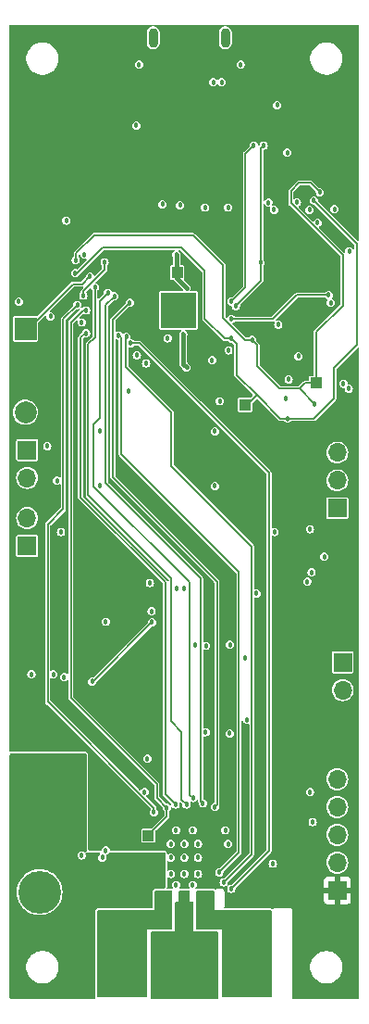
<source format=gbr>
%TF.GenerationSoftware,KiCad,Pcbnew,8.0.7*%
%TF.CreationDate,2025-01-08T02:27:13-05:00*%
%TF.ProjectId,active-drag-system,61637469-7665-42d6-9472-61672d737973,rev?*%
%TF.SameCoordinates,Original*%
%TF.FileFunction,Copper,L4,Bot*%
%TF.FilePolarity,Positive*%
%FSLAX46Y46*%
G04 Gerber Fmt 4.6, Leading zero omitted, Abs format (unit mm)*
G04 Created by KiCad (PCBNEW 8.0.7) date 2025-01-08 02:27:13*
%MOMM*%
%LPD*%
G01*
G04 APERTURE LIST*
G04 Aperture macros list*
%AMRoundRect*
0 Rectangle with rounded corners*
0 $1 Rounding radius*
0 $2 $3 $4 $5 $6 $7 $8 $9 X,Y pos of 4 corners*
0 Add a 4 corners polygon primitive as box body*
4,1,4,$2,$3,$4,$5,$6,$7,$8,$9,$2,$3,0*
0 Add four circle primitives for the rounded corners*
1,1,$1+$1,$2,$3*
1,1,$1+$1,$4,$5*
1,1,$1+$1,$6,$7*
1,1,$1+$1,$8,$9*
0 Add four rect primitives between the rounded corners*
20,1,$1+$1,$2,$3,$4,$5,0*
20,1,$1+$1,$4,$5,$6,$7,0*
20,1,$1+$1,$6,$7,$8,$9,0*
20,1,$1+$1,$8,$9,$2,$3,0*%
G04 Aperture macros list end*
%TA.AperFunction,ComponentPad*%
%ADD10RoundRect,0.250002X-1.699998X-1.699998X1.699998X-1.699998X1.699998X1.699998X-1.699998X1.699998X0*%
%TD*%
%TA.AperFunction,ComponentPad*%
%ADD11C,3.900000*%
%TD*%
%TA.AperFunction,ComponentPad*%
%ADD12R,1.700000X1.700000*%
%TD*%
%TA.AperFunction,ComponentPad*%
%ADD13O,1.700000X1.700000*%
%TD*%
%TA.AperFunction,ComponentPad*%
%ADD14RoundRect,0.250002X-1.699998X1.699998X-1.699998X-1.699998X1.699998X-1.699998X1.699998X1.699998X0*%
%TD*%
%TA.AperFunction,HeatsinkPad*%
%ADD15C,0.457200*%
%TD*%
%TA.AperFunction,HeatsinkPad*%
%ADD16R,3.200000X3.200000*%
%TD*%
%TA.AperFunction,ComponentPad*%
%ADD17O,0.900000X1.800000*%
%TD*%
%TA.AperFunction,SMDPad,CuDef*%
%ADD18R,1.000000X1.000000*%
%TD*%
%TA.AperFunction,ComponentPad*%
%ADD19R,2.000000X2.000000*%
%TD*%
%TA.AperFunction,ComponentPad*%
%ADD20C,2.000000*%
%TD*%
%TA.AperFunction,ViaPad*%
%ADD21C,0.457200*%
%TD*%
%TA.AperFunction,Conductor*%
%ADD22C,0.150000*%
%TD*%
%TA.AperFunction,Conductor*%
%ADD23C,0.127000*%
%TD*%
%TA.AperFunction,Conductor*%
%ADD24C,0.400000*%
%TD*%
%TA.AperFunction,Conductor*%
%ADD25C,0.200000*%
%TD*%
G04 APERTURE END LIST*
D10*
%TO.P,J7,1,Pin_1*%
%TO.N,/Motor Driver/PHASE_A*%
X142500000Y-147500000D03*
D11*
%TO.P,J7,2,Pin_2*%
%TO.N,/Motor Driver/PHASE_B*%
X148000000Y-147500000D03*
%TO.P,J7,3,Pin_3*%
%TO.N,/Motor Driver/PHASE_C*%
X153500000Y-147500000D03*
%TD*%
D12*
%TO.P,J5,1,Pin_1*%
%TO.N,/MCU_RP2040/UART0_TX*%
X133600000Y-99775000D03*
D13*
%TO.P,J5,2,Pin_2*%
%TO.N,/MCU_RP2040/UART0_RX*%
X133600000Y-102315000D03*
%TD*%
D14*
%TO.P,J2,1,Pin_1*%
%TO.N,/VBAT*%
X134750000Y-132350000D03*
D11*
%TO.P,J2,2,Pin_2*%
%TO.N,GND*%
X134750000Y-140150000D03*
%TD*%
D15*
%TO.P,U9,41,ThermalPad*%
%TO.N,GND*%
X146750000Y-135750000D03*
X146750000Y-137000000D03*
X146750000Y-138500000D03*
X147250000Y-134500000D03*
X147250000Y-139500000D03*
X148000000Y-135750000D03*
X148000000Y-137000000D03*
X148000000Y-138500000D03*
X148750000Y-134500000D03*
X148750000Y-139500000D03*
X149250000Y-135750000D03*
X149250000Y-137000000D03*
X149250000Y-138500000D03*
%TD*%
D12*
%TO.P,J6,1,Pin_1*%
%TO.N,/MCU_RP2040/I2C1_SCL*%
X133600000Y-108525000D03*
D13*
%TO.P,J6,2,Pin_2*%
%TO.N,/MCU_RP2040/I2C1_SDA*%
X133600000Y-105985000D03*
%TD*%
D12*
%TO.P,J4,1,Pin_1*%
%TO.N,/+3V3*%
X162000000Y-140000000D03*
D13*
%TO.P,J4,2,Pin_2*%
%TO.N,GND*%
X162000000Y-137460000D03*
%TO.P,J4,3,Pin_3*%
%TO.N,/Motor Driver/HALL_SENSE_A*%
X162000000Y-134920000D03*
%TO.P,J4,4,Pin_4*%
%TO.N,/Motor Driver/HALL_SENSE_B*%
X162000000Y-132380000D03*
%TO.P,J4,5,Pin_5*%
%TO.N,/Motor Driver/HALL_SENSE_C*%
X162000000Y-129840000D03*
%TD*%
D15*
%TO.P,U1,57,GND*%
%TO.N,GND*%
X146212500Y-85750000D03*
X146212500Y-87000000D03*
X146212500Y-88250000D03*
X147462500Y-85750000D03*
X147462500Y-87000000D03*
D16*
X147462500Y-87000000D03*
D15*
X147462500Y-88250000D03*
X148712500Y-85750000D03*
X148712500Y-87000000D03*
X148712500Y-88250000D03*
%TD*%
D12*
%TO.P,J1,1,Pin_1*%
%TO.N,/+5V*%
X162500000Y-119160000D03*
D13*
%TO.P,J1,2,Pin_2*%
%TO.N,GND*%
X162500000Y-121700000D03*
%TD*%
D12*
%TO.P,J8,1,Pin_1*%
%TO.N,/MCU_RP2040/SWCLK*%
X162000000Y-105080000D03*
D13*
%TO.P,J8,2,Pin_2*%
%TO.N,GND*%
X162000000Y-102540000D03*
%TO.P,J8,3,Pin_3*%
%TO.N,/MCU_RP2040/SWDIO*%
X162000000Y-100000000D03*
%TD*%
D17*
%TO.P,J3,S5,SHIELD__4*%
%TO.N,GND*%
X151750000Y-62100000D03*
%TO.P,J3,S6,SHIELD__5*%
X145150000Y-62100000D03*
%TD*%
D18*
%TO.P,TP3,1,1*%
%TO.N,/MCU_RP2040/I2C0_SDA*%
X153550000Y-95650000D03*
%TD*%
%TO.P,TP2,1,1*%
%TO.N,/MCU_RP2040/I2C0_SCL*%
X160050000Y-93650000D03*
%TD*%
%TO.P,TP1,1,1*%
%TO.N,+1V1*%
X147350000Y-83550000D03*
%TD*%
%TO.P,TP8,1,1*%
%TO.N,/MCU_RP2040/MOTOR_PWM*%
X144700000Y-135000000D03*
%TD*%
D19*
%TO.P,BZ1,1,+*%
%TO.N,/MCU_RP2040/BUZZ_OUT*%
X133450000Y-88700000D03*
D20*
%TO.P,BZ1,2,-*%
%TO.N,GND*%
X133450000Y-96300000D03*
%TD*%
D21*
%TO.N,GND*%
X161750000Y-77750000D03*
X156250000Y-107250000D03*
X146000000Y-77300000D03*
X140800000Y-136350000D03*
X146462500Y-89562500D03*
X159750000Y-133750000D03*
X160200000Y-79000000D03*
X156100000Y-137550000D03*
X137000000Y-120500000D03*
X137200000Y-78800000D03*
X154975000Y-82625000D03*
X159247800Y-111800000D03*
X163050000Y-94150000D03*
X135750000Y-87550000D03*
X138750000Y-85650000D03*
X153150000Y-64550000D03*
X155700000Y-77150000D03*
X136350000Y-102550000D03*
X148997800Y-117600000D03*
X152169586Y-117549874D03*
X138600000Y-88100000D03*
X140300000Y-103050000D03*
X140300000Y-98050000D03*
X159500000Y-107000000D03*
X143850000Y-64550000D03*
X140500000Y-137000000D03*
X143650000Y-91100000D03*
X151250000Y-95300000D03*
X157250000Y-95050000D03*
X144600000Y-127950000D03*
X155250000Y-71950000D03*
X152000000Y-77600000D03*
X150800000Y-103050000D03*
X151750000Y-134500000D03*
X152000000Y-135750000D03*
X160797800Y-109500000D03*
X161400000Y-86300000D03*
X150800000Y-98050000D03*
X149969586Y-117649874D03*
X153519460Y-118800000D03*
X138600000Y-136800000D03*
X135450000Y-99400000D03*
X158450000Y-91200000D03*
X149900000Y-77600000D03*
X156200000Y-77800000D03*
X159450000Y-77800000D03*
X149949688Y-125543699D03*
X157425001Y-72575001D03*
X136700000Y-107250000D03*
X156500000Y-68250000D03*
X154597800Y-112850000D03*
X134000000Y-120250000D03*
X138850000Y-81900000D03*
X163100000Y-81600000D03*
X157550000Y-93300000D03*
X153719460Y-124400000D03*
X156600000Y-88300000D03*
X143600000Y-70100000D03*
X159647800Y-110950000D03*
X140700000Y-82600000D03*
X142850000Y-94400000D03*
X144353651Y-130996349D03*
X145000000Y-114500000D03*
X144847800Y-111900000D03*
X152143387Y-125650000D03*
X136000000Y-120250000D03*
X159500000Y-131000000D03*
X147600000Y-77400000D03*
X140804164Y-115450000D03*
X152050000Y-90650000D03*
X152713094Y-86613094D03*
X132850000Y-86200000D03*
X144500000Y-91850000D03*
X162550000Y-93700000D03*
%TO.N,/MCU_RP2040/BUZZ_OUT*%
X139350000Y-83900000D03*
%TO.N,+1V1*%
X147262500Y-81937500D03*
X148187500Y-92200000D03*
X148200000Y-84949998D03*
X147900000Y-89200000D03*
%TO.N,/Motor Driver/PHASE_A*%
X146000000Y-142700000D03*
X140700000Y-144800000D03*
X143400000Y-142700000D03*
X140700000Y-143600000D03*
X142600000Y-144800000D03*
X141600000Y-142700000D03*
X142600000Y-143600000D03*
X144200000Y-144800000D03*
X146000000Y-141500000D03*
X144800000Y-142700000D03*
X144200000Y-143600000D03*
%TO.N,/Motor Driver/PHASE_B*%
X147500000Y-141500000D03*
X148500000Y-144500000D03*
X147500000Y-143500000D03*
X148500000Y-141500000D03*
X150000000Y-145250000D03*
X147500000Y-142500000D03*
X148500000Y-142500000D03*
X146000000Y-145250000D03*
X148500000Y-143500000D03*
X147500000Y-144500000D03*
%TO.N,/Motor Driver/PHASE_C*%
X150000000Y-141300000D03*
X151800000Y-144800000D03*
X150000000Y-142700000D03*
X153300000Y-143600000D03*
X154900000Y-143600000D03*
X151800000Y-143600000D03*
X154000000Y-142700000D03*
X154900000Y-144800000D03*
X151200000Y-142700000D03*
X153300000Y-144800000D03*
X152600000Y-142700000D03*
%TO.N,/MCU_RP2040/I2C0_SCL*%
X159950000Y-95531502D03*
X160400000Y-76200000D03*
X138050000Y-82400000D03*
X154200000Y-89700000D03*
%TO.N,/MCU_RP2040/I2C0_SDA*%
X138000000Y-83600000D03*
X157450000Y-96900000D03*
X152323231Y-89576769D03*
X159850000Y-76950000D03*
%TO.N,Net-(U3-PG)*%
X139547800Y-120900000D03*
X145047800Y-115500000D03*
%TO.N,/MCU_RP2040/nFAULT*%
X142700000Y-89400000D03*
X151600000Y-139250001D03*
%TO.N,/MCU_RP2040/FGOUT*%
X138200000Y-86500000D03*
X145200000Y-132850000D03*
%TO.N,/MCU_RP2040/LED_OUT*%
X154350000Y-71950000D03*
X152300000Y-86200000D03*
%TO.N,/MCU_RP2040/MOTOR_PWM*%
X146400000Y-132450000D03*
X139000000Y-87000000D03*
%TO.N,/MCU_RP2040/DRVOFF*%
X152300000Y-139850000D03*
X143100000Y-90000000D03*
%TO.N,/MG*%
X161200000Y-85600000D03*
X152300000Y-87800000D03*
%TO.N,/MCU_RP2040/BRAKE*%
X147200000Y-132150000D03*
X139000000Y-89100000D03*
%TO.N,/MCU_RP2040/nSLEEP*%
X141996349Y-89296349D03*
X151200000Y-138350000D03*
%TO.N,/MCU_RP2040/SPI0_RX*%
X143000000Y-86300000D03*
X150800000Y-132350000D03*
%TO.N,/MCU_RP2040/SPI0_TX*%
X141600000Y-85700000D03*
X149700000Y-132050000D03*
%TO.N,/MCU_RP2040/SPI0_CSn0*%
X139800000Y-84900000D03*
X148200000Y-132150000D03*
%TO.N,/MCU_RP2040/SPI0_SCK*%
X141000000Y-85400000D03*
X148800000Y-131550000D03*
%TO.N,/+3V3*%
X159000000Y-139500000D03*
X152150000Y-85300000D03*
X156150000Y-92300000D03*
X156250000Y-139500000D03*
X162697800Y-108300000D03*
X162000000Y-142500000D03*
X159000000Y-142500000D03*
X154750000Y-140500000D03*
X162197800Y-114800000D03*
X162847800Y-114200000D03*
%TO.N,/VBUS*%
X150650000Y-66150000D03*
X147997800Y-112450000D03*
X147297800Y-112450000D03*
X151400000Y-66150000D03*
%TO.N,/MAG*%
X158304481Y-77145519D03*
X150550000Y-91550000D03*
%TD*%
D22*
%TO.N,GND*%
X155250000Y-71950000D02*
X155000000Y-72200000D01*
X155000000Y-72200000D02*
X155000000Y-84300000D01*
X138750000Y-85250000D02*
X140700000Y-83300000D01*
X152713094Y-86586906D02*
X152713094Y-86613094D01*
X155000000Y-84300000D02*
X152713094Y-86586906D01*
X138750000Y-85650000D02*
X138750000Y-85250000D01*
X140700000Y-83300000D02*
X140700000Y-82600000D01*
%TO.N,/MCU_RP2040/BUZZ_OUT*%
X138650000Y-84600000D02*
X137800000Y-84600000D01*
X139350000Y-83900000D02*
X138650000Y-84600000D01*
X137800000Y-84600000D02*
X133800000Y-88600000D01*
D23*
X133800000Y-88600000D02*
X133800000Y-88700000D01*
D24*
%TO.N,+1V1*%
X147262500Y-84012498D02*
X148200000Y-84949998D01*
X147900000Y-89200000D02*
X147900000Y-91912500D01*
X147262500Y-83300000D02*
X147262500Y-84012498D01*
X147900000Y-91912500D02*
X148187500Y-92200000D01*
X147262500Y-81937500D02*
X147262500Y-83300000D01*
D22*
%TO.N,/MCU_RP2040/I2C0_SCL*%
X162500000Y-86550000D02*
X162500000Y-81950000D01*
X154200000Y-89700000D02*
X153550000Y-89700000D01*
X160050000Y-89000000D02*
X162500000Y-86550000D01*
X154650000Y-90150000D02*
X154650000Y-92100000D01*
X158568498Y-94150000D02*
X159950000Y-95531502D01*
X158568498Y-94150000D02*
X159068498Y-93650000D01*
X153550000Y-89700000D02*
X151550000Y-87700000D01*
X151550000Y-87700000D02*
X151550000Y-82900000D01*
X160050000Y-93650000D02*
X160050000Y-89000000D01*
X154650000Y-92100000D02*
X156700000Y-94150000D01*
X157750000Y-76100000D02*
X158500000Y-75350000D01*
X159068498Y-93650000D02*
X160050000Y-93650000D01*
X151550000Y-82900000D02*
X148800000Y-80150000D01*
X157750000Y-77200000D02*
X157750000Y-76100000D01*
X158500000Y-75350000D02*
X159550000Y-75350000D01*
X156700000Y-94150000D02*
X158568498Y-94150000D01*
X154200000Y-89700000D02*
X154650000Y-90150000D01*
X162500000Y-81950000D02*
X157750000Y-77200000D01*
X148800000Y-80150000D02*
X139750000Y-80150000D01*
X139750000Y-80150000D02*
X138100000Y-81800000D01*
X138100000Y-81800000D02*
X138100000Y-82350000D01*
X159550000Y-75350000D02*
X160400000Y-76200000D01*
%TO.N,/MCU_RP2040/I2C0_SDA*%
X154625000Y-94725000D02*
X153700000Y-95650000D01*
X163800000Y-80900000D02*
X159850000Y-76950000D01*
X138150000Y-83600000D02*
X138000000Y-83600000D01*
X157450000Y-96900000D02*
X156800000Y-96900000D01*
X152800000Y-90053538D02*
X152323231Y-89576769D01*
X149850000Y-83400000D02*
X147700000Y-81250000D01*
X159850000Y-96900000D02*
X161700000Y-95050000D01*
X156800000Y-96900000D02*
X154625000Y-94725000D01*
X152800000Y-92900000D02*
X152800000Y-90053538D01*
X152323231Y-89576769D02*
X151676769Y-89576769D01*
X149850000Y-87750000D02*
X149850000Y-83400000D01*
X163800000Y-90150000D02*
X163800000Y-80900000D01*
X161700000Y-92250000D02*
X163800000Y-90150000D01*
X154625000Y-94725000D02*
X152800000Y-92900000D01*
X161700000Y-95050000D02*
X161700000Y-92250000D01*
X153700000Y-95650000D02*
X153550000Y-95650000D01*
X157450000Y-96900000D02*
X159850000Y-96900000D01*
X140500000Y-81250000D02*
X138150000Y-83600000D01*
X151676769Y-89576769D02*
X149850000Y-87750000D01*
X147700000Y-81250000D02*
X140500000Y-81250000D01*
D25*
%TO.N,Net-(U3-PG)*%
X139647800Y-120900000D02*
X145047800Y-115500000D01*
X139547800Y-120900000D02*
X139647800Y-120900000D01*
D22*
%TO.N,/MCU_RP2040/nFAULT*%
X142669400Y-89430600D02*
X142669400Y-92178361D01*
X146800000Y-96308961D02*
X146800000Y-101200000D01*
X142669400Y-92178361D02*
X146800000Y-96308961D01*
X146800000Y-101200000D02*
X154167200Y-108567200D01*
X142700000Y-89400000D02*
X142669400Y-89430600D01*
X154167200Y-136682801D02*
X151600000Y-139250001D01*
X154167200Y-108567200D02*
X154167200Y-136682801D01*
%TO.N,/MCU_RP2040/FGOUT*%
X138200000Y-86500000D02*
X136900000Y-87800000D01*
X136900000Y-105150000D02*
X135500000Y-106550000D01*
X145200000Y-132451659D02*
X145200000Y-132850000D01*
X136900000Y-87800000D02*
X136900000Y-105150000D01*
X135500000Y-122751659D02*
X145200000Y-132451659D01*
X135500000Y-106550000D02*
X135500000Y-122751659D01*
%TO.N,/MCU_RP2040/LED_OUT*%
X152308961Y-86200000D02*
X152300000Y-86200000D01*
X153600000Y-72700000D02*
X153600000Y-84908961D01*
X154350000Y-71950000D02*
X153600000Y-72700000D01*
X153600000Y-84908961D02*
X152308961Y-86200000D01*
%TO.N,/MCU_RP2040/MOTOR_PWM*%
X146400000Y-132450000D02*
X145500000Y-131550000D01*
D23*
X146400000Y-132450000D02*
X146400000Y-133200000D01*
X144700000Y-134900000D02*
X144700000Y-135000000D01*
D22*
X137600000Y-122400000D02*
X137600000Y-88100000D01*
X145500000Y-130300000D02*
X137600000Y-122400000D01*
X145500000Y-131550000D02*
X145500000Y-130300000D01*
D23*
X146400000Y-133200000D02*
X144700000Y-134900000D01*
X139000000Y-87000000D02*
X138700000Y-87000000D01*
D22*
X137600000Y-88100000D02*
X138700000Y-87000000D01*
%TO.N,/MCU_RP2040/DRVOFF*%
X143100000Y-90000000D02*
X143900000Y-90000000D01*
X143900000Y-90000000D02*
X155750000Y-101850000D01*
X155750000Y-101850000D02*
X155750000Y-136400000D01*
X155750000Y-136400000D02*
X152300000Y-139850000D01*
%TO.N,/MG*%
X158300000Y-85600000D02*
X161200000Y-85600000D01*
X156100000Y-87800000D02*
X158300000Y-85600000D01*
X152300000Y-87800000D02*
X156100000Y-87800000D01*
%TO.N,/MCU_RP2040/BRAKE*%
X146250000Y-131200000D02*
X147200000Y-132150000D01*
D23*
X139000000Y-89100000D02*
X138900000Y-89100000D01*
D22*
X138500000Y-104100000D02*
X146250000Y-111850000D01*
X138500000Y-89500000D02*
X138500000Y-104100000D01*
X146250000Y-111850000D02*
X146250000Y-131200000D01*
X138900000Y-89100000D02*
X138500000Y-89500000D01*
%TO.N,/MCU_RP2040/nSLEEP*%
X142200000Y-89500000D02*
X142200000Y-100100000D01*
X142200000Y-100100000D02*
X153000000Y-110900000D01*
X153000000Y-136550000D02*
X151200000Y-138350000D01*
X153000000Y-110900000D02*
X153000000Y-136550000D01*
X141996349Y-89296349D02*
X142200000Y-89500000D01*
%TO.N,/MCU_RP2040/SPI0_RX*%
X141450000Y-102250000D02*
X151000000Y-111800000D01*
X141450000Y-87850000D02*
X141450000Y-102250000D01*
X151000000Y-132150000D02*
X150800000Y-132350000D01*
X151000000Y-111800000D02*
X151000000Y-132150000D01*
X143000000Y-86300000D02*
X141450000Y-87850000D01*
%TO.N,/MCU_RP2040/SPI0_TX*%
X149500000Y-111500000D02*
X149500000Y-131850000D01*
X140800000Y-86500000D02*
X140800000Y-102800000D01*
X140800000Y-102800000D02*
X149500000Y-111500000D01*
X141600000Y-85700000D02*
X140800000Y-86500000D01*
X149500000Y-131850000D02*
X149700000Y-132050000D01*
%TO.N,/MCU_RP2040/SPI0_CSn0*%
X139800000Y-84900000D02*
X139800000Y-89500000D01*
X147750000Y-131700000D02*
X148200000Y-132150000D01*
X146800000Y-111500000D02*
X146800000Y-124550000D01*
X139200000Y-103900000D02*
X146800000Y-111500000D01*
X139200000Y-90100000D02*
X139200000Y-103900000D01*
X139800000Y-89500000D02*
X139200000Y-90100000D01*
X146800000Y-124550000D02*
X147750000Y-125500000D01*
X147750000Y-125500000D02*
X147750000Y-131700000D01*
%TO.N,/MCU_RP2040/SPI0_SCK*%
X140250000Y-86150000D02*
X140250000Y-96850000D01*
X140250000Y-96850000D02*
X139700000Y-97400000D01*
X139700000Y-103058961D02*
X148500000Y-111858961D01*
X141000000Y-85400000D02*
X140250000Y-86150000D01*
X148500000Y-131250000D02*
X148800000Y-131550000D01*
X139700000Y-97400000D02*
X139700000Y-103058961D01*
X148500000Y-111858961D02*
X148500000Y-131250000D01*
%TO.N,/+3V3*%
X150650000Y-72350000D02*
X150700000Y-72300000D01*
X152000000Y-86550000D02*
X151869400Y-86419400D01*
X152350000Y-91350000D02*
X152480600Y-91219400D01*
X151869400Y-86419400D02*
X151869400Y-85580600D01*
X152480600Y-91219400D02*
X152480600Y-90330600D01*
X152480600Y-90330600D02*
X152450000Y-90300000D01*
X151869400Y-85580600D02*
X152100000Y-85350000D01*
%TD*%
%TA.AperFunction,Conductor*%
%TO.N,/+3V3*%
G36*
X163977826Y-60922174D02*
G01*
X163999500Y-60974500D01*
X163999500Y-80601943D01*
X163977826Y-80654269D01*
X163925500Y-80675943D01*
X163873174Y-80654269D01*
X160968905Y-77750000D01*
X161366174Y-77750000D01*
X161384960Y-77868609D01*
X161384961Y-77868614D01*
X161439476Y-77975605D01*
X161524394Y-78060523D01*
X161631385Y-78115038D01*
X161631388Y-78115038D01*
X161631391Y-78115040D01*
X161750000Y-78133826D01*
X161868609Y-78115040D01*
X161868612Y-78115038D01*
X161868614Y-78115038D01*
X161975605Y-78060523D01*
X161975604Y-78060523D01*
X161975607Y-78060522D01*
X162060522Y-77975607D01*
X162065907Y-77965038D01*
X162115038Y-77868614D01*
X162115038Y-77868612D01*
X162115040Y-77868609D01*
X162133826Y-77750000D01*
X162115040Y-77631391D01*
X162115038Y-77631388D01*
X162115038Y-77631385D01*
X162060523Y-77524394D01*
X161975605Y-77439476D01*
X161868614Y-77384961D01*
X161868609Y-77384960D01*
X161750000Y-77366174D01*
X161631390Y-77384960D01*
X161631385Y-77384961D01*
X161524394Y-77439476D01*
X161439476Y-77524394D01*
X161384961Y-77631385D01*
X161384960Y-77631390D01*
X161366174Y-77750000D01*
X160968905Y-77750000D01*
X160251610Y-77032705D01*
X160229936Y-76980379D01*
X160230845Y-76968815D01*
X160233826Y-76950000D01*
X160215040Y-76831391D01*
X160215038Y-76831388D01*
X160215038Y-76831385D01*
X160160523Y-76724394D01*
X160075605Y-76639476D01*
X159968614Y-76584961D01*
X159968609Y-76584960D01*
X159850000Y-76566174D01*
X159731390Y-76584960D01*
X159731385Y-76584961D01*
X159624394Y-76639476D01*
X159539476Y-76724394D01*
X159484961Y-76831385D01*
X159484960Y-76831390D01*
X159466174Y-76950000D01*
X159484960Y-77068609D01*
X159484961Y-77068614D01*
X159539476Y-77175605D01*
X159624394Y-77260523D01*
X159731385Y-77315038D01*
X159731388Y-77315038D01*
X159731391Y-77315040D01*
X159850000Y-77333826D01*
X159868803Y-77330847D01*
X159923873Y-77344067D01*
X159932705Y-77351610D01*
X163552826Y-80971731D01*
X163574500Y-81024057D01*
X163574500Y-81387985D01*
X163552826Y-81440311D01*
X163500500Y-81461985D01*
X163448174Y-81440311D01*
X163434566Y-81421580D01*
X163410523Y-81374395D01*
X163410523Y-81374394D01*
X163325605Y-81289476D01*
X163218614Y-81234961D01*
X163218609Y-81234960D01*
X163100000Y-81216174D01*
X162981390Y-81234960D01*
X162981385Y-81234961D01*
X162874394Y-81289476D01*
X162789476Y-81374394D01*
X162734961Y-81481385D01*
X162734960Y-81481390D01*
X162716174Y-81600000D01*
X162716174Y-81600001D01*
X162727079Y-81668857D01*
X162713857Y-81723929D01*
X162665565Y-81753521D01*
X162610493Y-81740299D01*
X162601664Y-81732758D01*
X160334543Y-79465638D01*
X160312869Y-79413312D01*
X160334543Y-79360986D01*
X160353272Y-79347378D01*
X160425607Y-79310522D01*
X160510522Y-79225607D01*
X160512355Y-79222008D01*
X160565038Y-79118614D01*
X160565038Y-79118612D01*
X160565040Y-79118609D01*
X160583826Y-79000000D01*
X160565040Y-78881391D01*
X160565038Y-78881388D01*
X160565038Y-78881385D01*
X160510523Y-78774394D01*
X160425605Y-78689476D01*
X160318614Y-78634961D01*
X160318609Y-78634960D01*
X160200000Y-78616174D01*
X160081390Y-78634960D01*
X160081385Y-78634961D01*
X159974394Y-78689476D01*
X159889478Y-78774392D01*
X159852623Y-78846726D01*
X159809556Y-78883509D01*
X159753093Y-78879066D01*
X159734362Y-78865457D01*
X158668906Y-77800000D01*
X159066174Y-77800000D01*
X159084960Y-77918609D01*
X159084961Y-77918614D01*
X159139476Y-78025605D01*
X159224394Y-78110523D01*
X159331385Y-78165038D01*
X159331388Y-78165038D01*
X159331391Y-78165040D01*
X159450000Y-78183826D01*
X159568609Y-78165040D01*
X159568612Y-78165038D01*
X159568614Y-78165038D01*
X159675605Y-78110523D01*
X159675604Y-78110523D01*
X159675607Y-78110522D01*
X159760522Y-78025607D01*
X159762355Y-78022008D01*
X159815038Y-77918614D01*
X159815038Y-77918612D01*
X159815040Y-77918609D01*
X159833826Y-77800000D01*
X159815040Y-77681391D01*
X159815038Y-77681388D01*
X159815038Y-77681385D01*
X159760523Y-77574394D01*
X159675605Y-77489476D01*
X159568614Y-77434961D01*
X159568609Y-77434960D01*
X159450000Y-77416174D01*
X159331390Y-77434960D01*
X159331385Y-77434961D01*
X159224394Y-77489476D01*
X159139476Y-77574394D01*
X159084961Y-77681385D01*
X159084960Y-77681390D01*
X159066174Y-77800000D01*
X158668906Y-77800000D01*
X158466210Y-77597304D01*
X158444536Y-77544978D01*
X158466210Y-77492652D01*
X158484937Y-77479046D01*
X158530088Y-77456041D01*
X158615003Y-77371126D01*
X158646307Y-77309688D01*
X158669519Y-77264133D01*
X158669519Y-77264131D01*
X158669521Y-77264128D01*
X158688307Y-77145519D01*
X158669521Y-77026910D01*
X158669519Y-77026907D01*
X158669519Y-77026904D01*
X158615004Y-76919913D01*
X158530086Y-76834995D01*
X158423095Y-76780480D01*
X158423090Y-76780479D01*
X158304481Y-76761693D01*
X158185871Y-76780478D01*
X158083095Y-76832846D01*
X158026633Y-76837289D01*
X157983565Y-76800506D01*
X157975500Y-76766911D01*
X157975500Y-76224057D01*
X157997174Y-76171731D01*
X158571731Y-75597174D01*
X158624057Y-75575500D01*
X159425943Y-75575500D01*
X159478269Y-75597174D01*
X159998389Y-76117294D01*
X160020063Y-76169620D01*
X160019152Y-76181195D01*
X160016174Y-76199999D01*
X160034960Y-76318609D01*
X160034961Y-76318614D01*
X160089476Y-76425605D01*
X160174394Y-76510523D01*
X160281385Y-76565038D01*
X160281388Y-76565038D01*
X160281391Y-76565040D01*
X160400000Y-76583826D01*
X160518609Y-76565040D01*
X160518612Y-76565038D01*
X160518614Y-76565038D01*
X160625605Y-76510523D01*
X160625604Y-76510523D01*
X160625607Y-76510522D01*
X160710522Y-76425607D01*
X160712355Y-76422008D01*
X160765038Y-76318614D01*
X160765038Y-76318612D01*
X160765040Y-76318609D01*
X160783826Y-76200000D01*
X160765040Y-76081391D01*
X160765038Y-76081388D01*
X160765038Y-76081385D01*
X160710523Y-75974394D01*
X160625605Y-75889476D01*
X160518614Y-75834961D01*
X160518609Y-75834960D01*
X160400000Y-75816174D01*
X160381195Y-75819152D01*
X160326123Y-75805929D01*
X160317294Y-75798389D01*
X159751578Y-75232673D01*
X159751578Y-75232672D01*
X159677738Y-75158832D01*
X159677737Y-75158831D01*
X159677736Y-75158830D01*
X159677732Y-75158828D01*
X159653458Y-75148773D01*
X159653458Y-75148772D01*
X159594855Y-75124499D01*
X159505145Y-75124499D01*
X159496533Y-75124499D01*
X159496525Y-75124500D01*
X158455145Y-75124500D01*
X158372266Y-75158828D01*
X158372263Y-75158831D01*
X157558830Y-75972263D01*
X157548774Y-75996536D01*
X157548775Y-75996537D01*
X157524499Y-76055146D01*
X157524499Y-76153466D01*
X157524500Y-76153475D01*
X157524500Y-77149173D01*
X157524499Y-77149187D01*
X157524499Y-77244856D01*
X157548773Y-77303458D01*
X157558829Y-77327734D01*
X157558832Y-77327738D01*
X157632671Y-77401577D01*
X157632673Y-77401578D01*
X162252826Y-82021731D01*
X162274500Y-82074057D01*
X162274500Y-86425942D01*
X162252826Y-86478268D01*
X159858830Y-88872263D01*
X159851700Y-88889478D01*
X159824499Y-88955144D01*
X159824499Y-89053466D01*
X159824500Y-89053475D01*
X159824500Y-92925500D01*
X159802826Y-92977826D01*
X159750500Y-92999500D01*
X159535180Y-92999500D01*
X159513229Y-93003866D01*
X159491277Y-93008233D01*
X159441496Y-93041495D01*
X159441495Y-93041496D01*
X159408233Y-93091277D01*
X159399500Y-93135180D01*
X159399500Y-93350500D01*
X159377826Y-93402826D01*
X159325500Y-93424500D01*
X159121973Y-93424500D01*
X159121965Y-93424499D01*
X159113353Y-93424499D01*
X159023644Y-93424499D01*
X158975092Y-93444608D01*
X158975093Y-93444609D01*
X158940765Y-93458828D01*
X158940763Y-93458829D01*
X158877327Y-93522265D01*
X158496767Y-93902826D01*
X158444441Y-93924500D01*
X156824057Y-93924500D01*
X156771731Y-93902826D01*
X156168905Y-93300000D01*
X157166174Y-93300000D01*
X157184960Y-93418609D01*
X157184961Y-93418614D01*
X157239476Y-93525605D01*
X157324394Y-93610523D01*
X157431385Y-93665038D01*
X157431388Y-93665038D01*
X157431391Y-93665040D01*
X157550000Y-93683826D01*
X157668609Y-93665040D01*
X157668612Y-93665038D01*
X157668614Y-93665038D01*
X157775605Y-93610523D01*
X157775604Y-93610523D01*
X157775607Y-93610522D01*
X157860522Y-93525607D01*
X157886617Y-93474393D01*
X157915038Y-93418614D01*
X157915038Y-93418612D01*
X157915040Y-93418609D01*
X157933826Y-93300000D01*
X157915040Y-93181391D01*
X157915038Y-93181388D01*
X157915038Y-93181385D01*
X157860523Y-93074394D01*
X157775605Y-92989476D01*
X157668614Y-92934961D01*
X157668609Y-92934960D01*
X157550000Y-92916174D01*
X157431390Y-92934960D01*
X157431385Y-92934961D01*
X157324394Y-92989476D01*
X157239476Y-93074394D01*
X157184961Y-93181385D01*
X157184960Y-93181390D01*
X157166174Y-93300000D01*
X156168905Y-93300000D01*
X154897174Y-92028269D01*
X154875500Y-91975943D01*
X154875500Y-91200000D01*
X158066174Y-91200000D01*
X158084960Y-91318609D01*
X158084961Y-91318614D01*
X158139476Y-91425605D01*
X158224394Y-91510523D01*
X158331385Y-91565038D01*
X158331388Y-91565038D01*
X158331391Y-91565040D01*
X158450000Y-91583826D01*
X158568609Y-91565040D01*
X158568612Y-91565038D01*
X158568614Y-91565038D01*
X158675605Y-91510523D01*
X158675604Y-91510523D01*
X158675607Y-91510522D01*
X158760522Y-91425607D01*
X158768208Y-91410522D01*
X158815038Y-91318614D01*
X158815038Y-91318612D01*
X158815040Y-91318609D01*
X158833826Y-91200000D01*
X158815040Y-91081391D01*
X158815038Y-91081388D01*
X158815038Y-91081385D01*
X158760523Y-90974394D01*
X158675605Y-90889476D01*
X158568614Y-90834961D01*
X158568609Y-90834960D01*
X158450000Y-90816174D01*
X158331390Y-90834960D01*
X158331385Y-90834961D01*
X158224394Y-90889476D01*
X158139476Y-90974394D01*
X158084961Y-91081385D01*
X158084960Y-91081390D01*
X158066174Y-91200000D01*
X154875500Y-91200000D01*
X154875500Y-90203475D01*
X154875501Y-90203466D01*
X154875501Y-90105144D01*
X154842293Y-90024976D01*
X154842293Y-90024975D01*
X154841170Y-90022264D01*
X154773521Y-89954615D01*
X154773514Y-89954609D01*
X154601610Y-89782705D01*
X154579936Y-89730379D01*
X154580845Y-89718815D01*
X154583826Y-89700000D01*
X154565040Y-89581391D01*
X154565038Y-89581388D01*
X154565038Y-89581385D01*
X154510523Y-89474394D01*
X154425605Y-89389476D01*
X154318614Y-89334961D01*
X154318609Y-89334960D01*
X154200000Y-89316174D01*
X154081390Y-89334960D01*
X154081385Y-89334961D01*
X153974394Y-89389476D01*
X153911045Y-89452826D01*
X153858719Y-89474500D01*
X153674057Y-89474500D01*
X153621731Y-89452826D01*
X152434543Y-88265638D01*
X152412869Y-88213312D01*
X152434543Y-88160986D01*
X152453272Y-88147378D01*
X152525607Y-88110522D01*
X152588955Y-88047174D01*
X152641281Y-88025500D01*
X156046525Y-88025500D01*
X156046533Y-88025501D01*
X156055145Y-88025501D01*
X156144854Y-88025501D01*
X156144855Y-88025501D01*
X156174423Y-88013252D01*
X156231060Y-88013251D01*
X156271109Y-88053298D01*
X156271111Y-88109936D01*
X156268678Y-88115214D01*
X156234960Y-88181390D01*
X156216174Y-88300000D01*
X156234960Y-88418609D01*
X156234961Y-88418614D01*
X156289476Y-88525605D01*
X156374394Y-88610523D01*
X156481385Y-88665038D01*
X156481388Y-88665038D01*
X156481391Y-88665040D01*
X156600000Y-88683826D01*
X156718609Y-88665040D01*
X156718612Y-88665038D01*
X156718614Y-88665038D01*
X156825605Y-88610523D01*
X156825604Y-88610523D01*
X156825607Y-88610522D01*
X156910522Y-88525607D01*
X156912355Y-88522008D01*
X156965038Y-88418614D01*
X156965038Y-88418612D01*
X156965040Y-88418609D01*
X156983826Y-88300000D01*
X156965040Y-88181391D01*
X156965038Y-88181388D01*
X156965038Y-88181385D01*
X156910523Y-88074394D01*
X156825605Y-87989476D01*
X156718614Y-87934961D01*
X156718609Y-87934960D01*
X156600000Y-87916174D01*
X156475639Y-87935871D01*
X156475377Y-87934220D01*
X156425583Y-87930292D01*
X156388809Y-87887218D01*
X156393263Y-87830756D01*
X156406862Y-87812041D01*
X158371731Y-85847174D01*
X158424057Y-85825500D01*
X160858719Y-85825500D01*
X160911045Y-85847174D01*
X160974393Y-85910522D01*
X161035309Y-85941560D01*
X161068438Y-85958440D01*
X161105221Y-86001508D01*
X161100778Y-86057970D01*
X161092488Y-86069381D01*
X161092901Y-86069681D01*
X161089476Y-86074394D01*
X161034961Y-86181385D01*
X161034960Y-86181390D01*
X161016174Y-86300000D01*
X161034960Y-86418609D01*
X161034961Y-86418614D01*
X161089476Y-86525605D01*
X161174394Y-86610523D01*
X161281385Y-86665038D01*
X161281388Y-86665038D01*
X161281391Y-86665040D01*
X161400000Y-86683826D01*
X161518609Y-86665040D01*
X161518612Y-86665038D01*
X161518614Y-86665038D01*
X161625605Y-86610523D01*
X161625604Y-86610523D01*
X161625607Y-86610522D01*
X161710522Y-86525607D01*
X161723570Y-86499999D01*
X161765038Y-86418614D01*
X161765038Y-86418612D01*
X161765040Y-86418609D01*
X161783826Y-86300000D01*
X161765040Y-86181391D01*
X161765038Y-86181388D01*
X161765038Y-86181385D01*
X161710523Y-86074394D01*
X161625607Y-85989478D01*
X161611072Y-85982072D01*
X161531558Y-85941557D01*
X161494777Y-85898493D01*
X161499220Y-85842030D01*
X161507513Y-85830619D01*
X161507099Y-85830319D01*
X161510523Y-85825605D01*
X161565038Y-85718614D01*
X161565038Y-85718612D01*
X161565040Y-85718609D01*
X161583826Y-85600000D01*
X161565040Y-85481391D01*
X161565038Y-85481388D01*
X161565038Y-85481385D01*
X161510523Y-85374394D01*
X161425605Y-85289476D01*
X161318614Y-85234961D01*
X161318609Y-85234960D01*
X161200000Y-85216174D01*
X161081390Y-85234960D01*
X161081385Y-85234961D01*
X160974394Y-85289476D01*
X160911045Y-85352826D01*
X160858719Y-85374500D01*
X158353475Y-85374500D01*
X158353467Y-85374499D01*
X158344855Y-85374499D01*
X158255146Y-85374499D01*
X158218983Y-85389477D01*
X158218984Y-85389478D01*
X158172264Y-85408829D01*
X158172263Y-85408831D01*
X158108830Y-85472264D01*
X158108829Y-85472265D01*
X157062293Y-86518802D01*
X156028269Y-87552826D01*
X155975943Y-87574500D01*
X152641281Y-87574500D01*
X152588955Y-87552826D01*
X152525605Y-87489476D01*
X152418614Y-87434961D01*
X152418609Y-87434960D01*
X152300000Y-87416174D01*
X152181390Y-87434960D01*
X152181385Y-87434961D01*
X152074394Y-87489476D01*
X151989478Y-87574392D01*
X151952623Y-87646726D01*
X151909556Y-87683509D01*
X151853093Y-87679066D01*
X151834362Y-87665457D01*
X151797174Y-87628269D01*
X151775500Y-87575943D01*
X151775500Y-86252078D01*
X151797174Y-86199752D01*
X151800290Y-86198461D01*
X151898711Y-86198461D01*
X151901826Y-86199752D01*
X151922589Y-86240502D01*
X151934960Y-86318609D01*
X151934961Y-86318614D01*
X151989476Y-86425605D01*
X152074394Y-86510523D01*
X152181385Y-86565038D01*
X152181388Y-86565038D01*
X152181391Y-86565040D01*
X152265218Y-86578317D01*
X152272163Y-86579417D01*
X152320454Y-86609010D01*
X152333676Y-86640929D01*
X152348054Y-86731704D01*
X152348055Y-86731708D01*
X152402570Y-86838699D01*
X152487488Y-86923617D01*
X152594479Y-86978132D01*
X152594482Y-86978132D01*
X152594485Y-86978134D01*
X152713094Y-86996920D01*
X152831703Y-86978134D01*
X152831706Y-86978132D01*
X152831708Y-86978132D01*
X152938699Y-86923617D01*
X152938698Y-86923617D01*
X152938701Y-86923616D01*
X153023616Y-86838701D01*
X153050088Y-86786747D01*
X153078132Y-86731708D01*
X153078133Y-86731704D01*
X153078134Y-86731703D01*
X153096920Y-86613094D01*
X153090360Y-86571681D01*
X153103581Y-86516611D01*
X153111117Y-86507787D01*
X155191170Y-84427736D01*
X155225500Y-84344855D01*
X155225500Y-84255146D01*
X155225500Y-82941281D01*
X155247174Y-82888955D01*
X155258303Y-82877826D01*
X155285522Y-82850607D01*
X155298315Y-82825500D01*
X155340038Y-82743614D01*
X155340038Y-82743612D01*
X155340040Y-82743609D01*
X155358826Y-82625000D01*
X155340040Y-82506391D01*
X155340038Y-82506388D01*
X155340038Y-82506385D01*
X155285523Y-82399394D01*
X155247174Y-82361045D01*
X155225500Y-82308719D01*
X155225500Y-77362014D01*
X155247174Y-77309688D01*
X155299500Y-77288014D01*
X155351826Y-77309688D01*
X155365435Y-77328419D01*
X155389478Y-77375607D01*
X155474394Y-77460523D01*
X155581385Y-77515038D01*
X155581388Y-77515038D01*
X155581391Y-77515040D01*
X155700000Y-77533826D01*
X155785150Y-77520339D01*
X155840222Y-77533560D01*
X155869815Y-77581851D01*
X155862661Y-77627023D01*
X155834960Y-77681390D01*
X155816174Y-77800000D01*
X155834960Y-77918609D01*
X155834961Y-77918614D01*
X155889476Y-78025605D01*
X155974394Y-78110523D01*
X156081385Y-78165038D01*
X156081388Y-78165038D01*
X156081391Y-78165040D01*
X156200000Y-78183826D01*
X156318609Y-78165040D01*
X156318612Y-78165038D01*
X156318614Y-78165038D01*
X156425605Y-78110523D01*
X156425604Y-78110523D01*
X156425607Y-78110522D01*
X156510522Y-78025607D01*
X156512355Y-78022008D01*
X156565038Y-77918614D01*
X156565038Y-77918612D01*
X156565040Y-77918609D01*
X156583826Y-77800000D01*
X156565040Y-77681391D01*
X156565038Y-77681388D01*
X156565038Y-77681385D01*
X156510523Y-77574394D01*
X156425605Y-77489476D01*
X156318614Y-77434961D01*
X156318609Y-77434960D01*
X156200000Y-77416174D01*
X156114849Y-77429660D01*
X156059776Y-77416438D01*
X156030184Y-77368147D01*
X156037339Y-77322975D01*
X156044109Y-77309688D01*
X156065040Y-77268609D01*
X156083826Y-77150000D01*
X156065040Y-77031391D01*
X156065038Y-77031388D01*
X156065038Y-77031385D01*
X156010523Y-76924394D01*
X155925605Y-76839476D01*
X155818614Y-76784961D01*
X155818609Y-76784960D01*
X155700000Y-76766174D01*
X155581390Y-76784960D01*
X155581385Y-76784961D01*
X155474394Y-76839476D01*
X155389476Y-76924394D01*
X155389476Y-76924395D01*
X155365434Y-76971580D01*
X155322367Y-77008363D01*
X155265905Y-77003919D01*
X155229122Y-76960852D01*
X155225500Y-76937985D01*
X155225500Y-72575001D01*
X157041175Y-72575001D01*
X157059961Y-72693610D01*
X157059962Y-72693615D01*
X157114477Y-72800606D01*
X157199395Y-72885524D01*
X157306386Y-72940039D01*
X157306389Y-72940039D01*
X157306392Y-72940041D01*
X157425001Y-72958827D01*
X157543610Y-72940041D01*
X157543613Y-72940039D01*
X157543615Y-72940039D01*
X157650606Y-72885524D01*
X157650605Y-72885524D01*
X157650608Y-72885523D01*
X157735523Y-72800608D01*
X157750237Y-72771730D01*
X157790039Y-72693615D01*
X157790039Y-72693613D01*
X157790041Y-72693610D01*
X157808827Y-72575001D01*
X157790041Y-72456392D01*
X157790039Y-72456389D01*
X157790039Y-72456386D01*
X157735524Y-72349395D01*
X157650606Y-72264477D01*
X157543615Y-72209962D01*
X157543610Y-72209961D01*
X157425001Y-72191175D01*
X157306391Y-72209961D01*
X157306386Y-72209962D01*
X157199395Y-72264477D01*
X157114477Y-72349395D01*
X157059962Y-72456386D01*
X157059961Y-72456391D01*
X157041175Y-72575001D01*
X155225500Y-72575001D01*
X155225500Y-72400908D01*
X155247174Y-72348582D01*
X155287922Y-72327819D01*
X155368609Y-72315040D01*
X155368612Y-72315038D01*
X155368614Y-72315038D01*
X155475605Y-72260523D01*
X155475604Y-72260523D01*
X155475607Y-72260522D01*
X155560522Y-72175607D01*
X155613178Y-72072264D01*
X155615038Y-72068614D01*
X155615038Y-72068612D01*
X155615040Y-72068609D01*
X155633826Y-71950000D01*
X155615040Y-71831391D01*
X155615038Y-71831388D01*
X155615038Y-71831385D01*
X155560523Y-71724394D01*
X155475605Y-71639476D01*
X155368614Y-71584961D01*
X155368609Y-71584960D01*
X155250000Y-71566174D01*
X155131390Y-71584960D01*
X155131385Y-71584961D01*
X155024394Y-71639476D01*
X154939476Y-71724394D01*
X154884961Y-71831385D01*
X154884960Y-71831390D01*
X154873089Y-71906340D01*
X154843496Y-71954631D01*
X154788424Y-71967853D01*
X154740133Y-71938260D01*
X154726911Y-71906340D01*
X154725313Y-71896252D01*
X154715040Y-71831391D01*
X154715038Y-71831388D01*
X154715038Y-71831385D01*
X154660523Y-71724394D01*
X154575605Y-71639476D01*
X154468614Y-71584961D01*
X154468609Y-71584960D01*
X154350000Y-71566174D01*
X154231390Y-71584960D01*
X154231385Y-71584961D01*
X154124394Y-71639476D01*
X154039476Y-71724394D01*
X153984961Y-71831385D01*
X153984960Y-71831390D01*
X153984960Y-71831391D01*
X153966174Y-71950000D01*
X153969001Y-71967853D01*
X153969152Y-71968802D01*
X153955930Y-72023874D01*
X153948389Y-72032704D01*
X153472265Y-72508829D01*
X153408830Y-72572263D01*
X153398774Y-72596536D01*
X153398775Y-72596537D01*
X153374499Y-72655146D01*
X153374499Y-72753466D01*
X153374500Y-72753475D01*
X153374500Y-84784903D01*
X153352826Y-84837229D01*
X152390440Y-85799614D01*
X152338114Y-85821288D01*
X152326539Y-85820377D01*
X152300000Y-85816174D01*
X152181390Y-85834960D01*
X152181385Y-85834961D01*
X152074394Y-85889476D01*
X151989476Y-85974394D01*
X151934961Y-86081385D01*
X151934960Y-86081390D01*
X151922589Y-86159497D01*
X151898711Y-86198461D01*
X151800290Y-86198461D01*
X151800790Y-86198254D01*
X151789633Y-86191417D01*
X151775500Y-86147921D01*
X151775500Y-82855145D01*
X151775499Y-82855143D01*
X151741171Y-82772266D01*
X151741169Y-82772263D01*
X151677735Y-82708829D01*
X149001578Y-80032673D01*
X149001578Y-80032672D01*
X148927738Y-79958832D01*
X148927736Y-79958830D01*
X148927732Y-79958828D01*
X148903458Y-79948773D01*
X148903458Y-79948772D01*
X148844855Y-79924499D01*
X148755145Y-79924499D01*
X148746533Y-79924499D01*
X148746525Y-79924500D01*
X139705145Y-79924500D01*
X139622266Y-79958828D01*
X137908829Y-81672265D01*
X137908827Y-81672268D01*
X137900046Y-81693469D01*
X137900046Y-81693470D01*
X137874499Y-81755145D01*
X137874499Y-81853466D01*
X137874500Y-81853475D01*
X137874500Y-82018600D01*
X137852826Y-82070926D01*
X137834096Y-82084534D01*
X137824392Y-82089478D01*
X137739476Y-82174394D01*
X137684961Y-82281385D01*
X137684960Y-82281390D01*
X137666174Y-82400000D01*
X137684960Y-82518609D01*
X137684961Y-82518614D01*
X137739476Y-82625605D01*
X137824394Y-82710523D01*
X137931385Y-82765038D01*
X137931388Y-82765038D01*
X137931391Y-82765040D01*
X138050000Y-82783826D01*
X138168609Y-82765040D01*
X138168612Y-82765038D01*
X138168614Y-82765038D01*
X138275605Y-82710523D01*
X138275604Y-82710523D01*
X138275607Y-82710522D01*
X138360522Y-82625607D01*
X138373569Y-82600000D01*
X138415038Y-82518614D01*
X138415038Y-82518612D01*
X138415040Y-82518609D01*
X138433826Y-82400000D01*
X138415040Y-82281391D01*
X138415038Y-82281388D01*
X138415038Y-82281385D01*
X138360523Y-82174394D01*
X138347174Y-82161045D01*
X138325500Y-82108719D01*
X138325500Y-81952078D01*
X138347174Y-81899752D01*
X138399500Y-81878078D01*
X138451826Y-81899752D01*
X138472589Y-81940502D01*
X138484960Y-82018609D01*
X138484961Y-82018614D01*
X138539476Y-82125605D01*
X138624394Y-82210523D01*
X138731385Y-82265038D01*
X138731388Y-82265038D01*
X138731391Y-82265040D01*
X138850000Y-82283826D01*
X138968609Y-82265040D01*
X138968609Y-82265039D01*
X138974361Y-82264129D01*
X138974623Y-82265785D01*
X139024397Y-82269700D01*
X139061182Y-82312765D01*
X139056741Y-82369228D01*
X139043131Y-82387962D01*
X138207982Y-83223111D01*
X138155656Y-83244785D01*
X138122062Y-83236719D01*
X138118609Y-83234960D01*
X138118607Y-83234959D01*
X138118605Y-83234959D01*
X138000000Y-83216174D01*
X137881390Y-83234960D01*
X137881385Y-83234961D01*
X137774394Y-83289476D01*
X137689476Y-83374394D01*
X137634961Y-83481385D01*
X137634960Y-83481390D01*
X137616174Y-83600000D01*
X137634960Y-83718609D01*
X137634961Y-83718614D01*
X137689476Y-83825605D01*
X137774394Y-83910523D01*
X137881385Y-83965038D01*
X137881388Y-83965038D01*
X137881391Y-83965040D01*
X138000000Y-83983826D01*
X138118609Y-83965040D01*
X138118612Y-83965038D01*
X138118614Y-83965038D01*
X138225605Y-83910523D01*
X138225604Y-83910523D01*
X138225607Y-83910522D01*
X138310522Y-83825607D01*
X138365040Y-83718609D01*
X138365040Y-83718603D01*
X138366644Y-83713671D01*
X138384696Y-83684207D01*
X140571731Y-81497174D01*
X140624057Y-81475500D01*
X147025953Y-81475500D01*
X147078279Y-81497174D01*
X147099953Y-81549500D01*
X147078279Y-81601826D01*
X147059549Y-81615434D01*
X147051974Y-81619293D01*
X147036892Y-81626978D01*
X146951976Y-81711894D01*
X146897461Y-81818885D01*
X146897460Y-81818890D01*
X146878674Y-81937500D01*
X146897459Y-82056105D01*
X146897461Y-82056111D01*
X146903934Y-82068815D01*
X146912000Y-82102410D01*
X146912000Y-82825500D01*
X146890326Y-82877826D01*
X146838000Y-82899500D01*
X146835180Y-82899500D01*
X146813229Y-82903866D01*
X146791277Y-82908233D01*
X146741496Y-82941495D01*
X146741495Y-82941496D01*
X146708233Y-82991277D01*
X146707810Y-82993405D01*
X146699500Y-83035180D01*
X146699500Y-84064820D01*
X146708233Y-84108722D01*
X146741496Y-84158504D01*
X146791278Y-84191767D01*
X146835180Y-84200500D01*
X146924659Y-84200500D01*
X146976985Y-84222174D01*
X146980479Y-84226158D01*
X146982028Y-84227707D01*
X146982030Y-84227710D01*
X147428713Y-84674393D01*
X147839173Y-85084853D01*
X147852780Y-85103582D01*
X147872307Y-85141905D01*
X147876751Y-85198367D01*
X147839969Y-85241434D01*
X147806373Y-85249500D01*
X145847680Y-85249500D01*
X145825729Y-85253866D01*
X145803777Y-85258233D01*
X145753996Y-85291495D01*
X145753995Y-85291496D01*
X145720733Y-85341277D01*
X145712000Y-85385180D01*
X145712000Y-88614819D01*
X145720733Y-88658722D01*
X145724954Y-88665040D01*
X145753996Y-88708504D01*
X145803778Y-88741767D01*
X145847680Y-88750500D01*
X145847681Y-88750500D01*
X147638920Y-88750500D01*
X147691246Y-88772174D01*
X147712920Y-88824500D01*
X147691246Y-88876826D01*
X147678911Y-88885787D01*
X147679105Y-88886054D01*
X147674394Y-88889476D01*
X147589476Y-88974394D01*
X147534961Y-89081385D01*
X147534960Y-89081390D01*
X147516174Y-89200000D01*
X147534959Y-89318605D01*
X147534961Y-89318611D01*
X147541434Y-89331315D01*
X147549500Y-89364910D01*
X147549500Y-91958646D01*
X147565638Y-92018873D01*
X147565638Y-92018874D01*
X147573384Y-92047783D01*
X147573386Y-92047788D01*
X147619530Y-92127712D01*
X147826672Y-92334854D01*
X147840280Y-92353584D01*
X147876978Y-92425607D01*
X147961894Y-92510523D01*
X148068885Y-92565038D01*
X148068888Y-92565038D01*
X148068891Y-92565040D01*
X148187500Y-92583826D01*
X148306109Y-92565040D01*
X148306112Y-92565038D01*
X148306114Y-92565038D01*
X148413105Y-92510523D01*
X148413104Y-92510523D01*
X148413107Y-92510522D01*
X148498022Y-92425607D01*
X148521291Y-92379939D01*
X148552538Y-92318614D01*
X148552538Y-92318612D01*
X148552540Y-92318609D01*
X148571326Y-92200000D01*
X148552540Y-92081391D01*
X148552538Y-92081388D01*
X148552538Y-92081385D01*
X148498023Y-91974394D01*
X148413107Y-91889478D01*
X148341084Y-91852780D01*
X148322354Y-91839172D01*
X148272174Y-91788992D01*
X148250500Y-91736666D01*
X148250500Y-91550000D01*
X150166174Y-91550000D01*
X150184960Y-91668609D01*
X150184961Y-91668614D01*
X150239476Y-91775605D01*
X150324394Y-91860523D01*
X150431385Y-91915038D01*
X150431388Y-91915038D01*
X150431391Y-91915040D01*
X150550000Y-91933826D01*
X150668609Y-91915040D01*
X150668612Y-91915038D01*
X150668614Y-91915038D01*
X150775605Y-91860523D01*
X150775604Y-91860523D01*
X150775607Y-91860522D01*
X150860522Y-91775607D01*
X150864745Y-91767318D01*
X150915038Y-91668614D01*
X150915038Y-91668612D01*
X150915040Y-91668609D01*
X150933826Y-91550000D01*
X150915040Y-91431391D01*
X150915038Y-91431388D01*
X150915038Y-91431385D01*
X150860523Y-91324394D01*
X150775605Y-91239476D01*
X150668614Y-91184961D01*
X150668609Y-91184960D01*
X150550000Y-91166174D01*
X150431390Y-91184960D01*
X150431385Y-91184961D01*
X150324394Y-91239476D01*
X150239476Y-91324394D01*
X150184961Y-91431385D01*
X150184960Y-91431390D01*
X150166174Y-91550000D01*
X148250500Y-91550000D01*
X148250500Y-90650000D01*
X151666174Y-90650000D01*
X151684960Y-90768609D01*
X151684961Y-90768614D01*
X151739476Y-90875605D01*
X151824394Y-90960523D01*
X151931385Y-91015038D01*
X151931388Y-91015038D01*
X151931391Y-91015040D01*
X152050000Y-91033826D01*
X152168609Y-91015040D01*
X152168612Y-91015038D01*
X152168614Y-91015038D01*
X152275605Y-90960523D01*
X152275604Y-90960523D01*
X152275607Y-90960522D01*
X152360522Y-90875607D01*
X152404408Y-90789476D01*
X152415038Y-90768614D01*
X152415038Y-90768612D01*
X152415040Y-90768609D01*
X152427411Y-90690501D01*
X152451288Y-90651537D01*
X152448174Y-90650247D01*
X152427411Y-90609497D01*
X152425577Y-90597921D01*
X152415040Y-90531391D01*
X152415038Y-90531388D01*
X152415038Y-90531385D01*
X152360523Y-90424394D01*
X152275605Y-90339476D01*
X152168614Y-90284961D01*
X152168609Y-90284960D01*
X152050000Y-90266174D01*
X151931390Y-90284960D01*
X151931385Y-90284961D01*
X151824394Y-90339476D01*
X151739476Y-90424394D01*
X151684961Y-90531385D01*
X151684960Y-90531390D01*
X151666174Y-90650000D01*
X148250500Y-90650000D01*
X148250500Y-89364910D01*
X148258566Y-89331315D01*
X148261475Y-89325605D01*
X148265040Y-89318609D01*
X148283826Y-89200000D01*
X148265040Y-89081391D01*
X148265038Y-89081388D01*
X148265038Y-89081385D01*
X148210523Y-88974394D01*
X148125605Y-88889476D01*
X148120895Y-88886054D01*
X148122204Y-88884252D01*
X148090702Y-88847368D01*
X148095145Y-88790905D01*
X148138212Y-88754122D01*
X148161080Y-88750500D01*
X149077319Y-88750500D01*
X149077320Y-88750500D01*
X149121222Y-88741767D01*
X149171004Y-88708504D01*
X149204267Y-88658722D01*
X149213000Y-88614820D01*
X149213000Y-85385180D01*
X149204267Y-85341278D01*
X149171004Y-85291496D01*
X149155879Y-85281390D01*
X149121222Y-85258233D01*
X149077320Y-85249500D01*
X149077319Y-85249500D01*
X148593628Y-85249500D01*
X148541302Y-85227826D01*
X148519628Y-85175500D01*
X148527693Y-85141905D01*
X148565040Y-85068607D01*
X148583826Y-84949998D01*
X148565040Y-84831389D01*
X148565038Y-84831386D01*
X148565038Y-84831383D01*
X148510523Y-84724392D01*
X148425607Y-84639476D01*
X148353587Y-84602780D01*
X148334856Y-84589172D01*
X147979690Y-84234006D01*
X147958016Y-84181680D01*
X147970487Y-84140569D01*
X147991767Y-84108722D01*
X148000500Y-84064820D01*
X148000500Y-83035180D01*
X147991767Y-82991278D01*
X147958504Y-82941496D01*
X147958182Y-82941281D01*
X147908722Y-82908233D01*
X147864820Y-82899500D01*
X147864819Y-82899500D01*
X147687000Y-82899500D01*
X147634674Y-82877826D01*
X147613000Y-82825500D01*
X147613000Y-82102410D01*
X147621066Y-82068815D01*
X147623546Y-82063947D01*
X147627540Y-82056109D01*
X147646326Y-81937500D01*
X147627540Y-81818891D01*
X147627538Y-81818888D01*
X147627538Y-81818885D01*
X147573023Y-81711894D01*
X147488107Y-81626978D01*
X147465451Y-81615434D01*
X147428669Y-81572368D01*
X147433112Y-81515905D01*
X147476179Y-81479122D01*
X147499047Y-81475500D01*
X147575943Y-81475500D01*
X147628269Y-81497174D01*
X149602826Y-83471731D01*
X149624500Y-83524057D01*
X149624500Y-87699173D01*
X149624499Y-87699187D01*
X149624499Y-87705145D01*
X149624499Y-87794855D01*
X149645210Y-87844855D01*
X149658830Y-87877736D01*
X149722264Y-87941170D01*
X149732671Y-87951577D01*
X149732673Y-87951578D01*
X151549032Y-89767938D01*
X151549035Y-89767940D01*
X151564870Y-89774499D01*
X151631914Y-89802269D01*
X151721623Y-89802269D01*
X151981950Y-89802269D01*
X152034276Y-89823943D01*
X152097625Y-89887292D01*
X152204616Y-89941807D01*
X152204619Y-89941807D01*
X152204622Y-89941809D01*
X152323231Y-89960595D01*
X152342034Y-89957616D01*
X152397104Y-89970836D01*
X152405936Y-89978379D01*
X152552826Y-90125269D01*
X152574500Y-90177595D01*
X152574500Y-90597921D01*
X152552826Y-90650247D01*
X152549209Y-90651744D01*
X152560367Y-90658582D01*
X152574500Y-90702078D01*
X152574500Y-92849173D01*
X152574499Y-92849187D01*
X152574499Y-92944855D01*
X152592983Y-92989478D01*
X152608829Y-93027735D01*
X152682671Y-93101577D01*
X152682673Y-93101578D01*
X154253769Y-94672674D01*
X154275443Y-94725000D01*
X154253769Y-94777326D01*
X154053269Y-94977826D01*
X154000943Y-94999500D01*
X153035180Y-94999500D01*
X153013229Y-95003866D01*
X152991277Y-95008233D01*
X152941496Y-95041495D01*
X152941495Y-95041496D01*
X152908233Y-95091277D01*
X152907521Y-95094855D01*
X152899500Y-95135180D01*
X152899500Y-96164820D01*
X152908233Y-96208722D01*
X152941496Y-96258504D01*
X152991278Y-96291767D01*
X153035180Y-96300500D01*
X153035181Y-96300500D01*
X154064819Y-96300500D01*
X154064820Y-96300500D01*
X154108722Y-96291767D01*
X154158504Y-96258504D01*
X154191767Y-96208722D01*
X154200500Y-96164820D01*
X154200500Y-95499056D01*
X154222173Y-95446731D01*
X154572673Y-95096230D01*
X154624999Y-95074557D01*
X154677325Y-95096231D01*
X156672264Y-97091170D01*
X156755145Y-97125500D01*
X156844854Y-97125500D01*
X157108719Y-97125500D01*
X157161045Y-97147174D01*
X157224394Y-97210523D01*
X157331385Y-97265038D01*
X157331388Y-97265038D01*
X157331391Y-97265040D01*
X157450000Y-97283826D01*
X157568609Y-97265040D01*
X157568612Y-97265038D01*
X157568614Y-97265038D01*
X157675605Y-97210523D01*
X157675604Y-97210523D01*
X157675607Y-97210522D01*
X157738955Y-97147174D01*
X157791281Y-97125500D01*
X159796525Y-97125500D01*
X159796533Y-97125501D01*
X159805145Y-97125501D01*
X159894854Y-97125501D01*
X159894855Y-97125501D01*
X159953460Y-97101225D01*
X159977736Y-97091170D01*
X160041170Y-97027736D01*
X160041170Y-97027735D01*
X160051575Y-97017330D01*
X160051577Y-97017327D01*
X161817327Y-95251577D01*
X161817330Y-95251575D01*
X161827735Y-95241170D01*
X161827736Y-95241170D01*
X161891170Y-95177736D01*
X161915551Y-95118875D01*
X161925501Y-95094855D01*
X161925501Y-95005145D01*
X161925501Y-94999187D01*
X161925500Y-94999173D01*
X161925500Y-93700000D01*
X162166174Y-93700000D01*
X162184960Y-93818609D01*
X162184961Y-93818614D01*
X162239476Y-93925605D01*
X162324394Y-94010523D01*
X162431385Y-94065038D01*
X162431388Y-94065038D01*
X162431391Y-94065040D01*
X162550000Y-94083826D01*
X162580598Y-94078979D01*
X162635669Y-94092200D01*
X162665263Y-94140490D01*
X162665850Y-94147958D01*
X162684960Y-94268609D01*
X162684961Y-94268614D01*
X162739476Y-94375605D01*
X162824394Y-94460523D01*
X162931385Y-94515038D01*
X162931388Y-94515038D01*
X162931391Y-94515040D01*
X163050000Y-94533826D01*
X163168609Y-94515040D01*
X163168612Y-94515038D01*
X163168614Y-94515038D01*
X163275605Y-94460523D01*
X163275604Y-94460523D01*
X163275607Y-94460522D01*
X163360522Y-94375607D01*
X163370824Y-94355388D01*
X163415038Y-94268614D01*
X163415038Y-94268612D01*
X163415040Y-94268609D01*
X163433826Y-94150000D01*
X163415040Y-94031391D01*
X163415038Y-94031388D01*
X163415038Y-94031385D01*
X163360523Y-93924394D01*
X163275605Y-93839476D01*
X163168614Y-93784961D01*
X163168609Y-93784960D01*
X163050000Y-93766174D01*
X163019402Y-93771020D01*
X162964329Y-93757798D01*
X162934737Y-93709507D01*
X162934149Y-93702043D01*
X162933825Y-93700001D01*
X162933826Y-93700000D01*
X162915040Y-93581391D01*
X162915038Y-93581388D01*
X162915038Y-93581385D01*
X162860523Y-93474394D01*
X162775605Y-93389476D01*
X162668614Y-93334961D01*
X162668609Y-93334960D01*
X162550000Y-93316174D01*
X162431390Y-93334960D01*
X162431385Y-93334961D01*
X162324394Y-93389476D01*
X162239476Y-93474394D01*
X162184961Y-93581385D01*
X162184960Y-93581390D01*
X162166174Y-93700000D01*
X161925500Y-93700000D01*
X161925500Y-92374057D01*
X161947174Y-92321731D01*
X162950296Y-91318609D01*
X163873175Y-90395730D01*
X163925500Y-90374057D01*
X163977826Y-90395731D01*
X163999500Y-90448057D01*
X163999500Y-149825500D01*
X163977826Y-149877826D01*
X163925500Y-149899500D01*
X157973072Y-149899500D01*
X157920746Y-149877826D01*
X157899072Y-149825500D01*
X157899825Y-149814969D01*
X157901175Y-149805580D01*
X157905500Y-149775500D01*
X157905500Y-146883716D01*
X159522500Y-146883716D01*
X159522500Y-147116283D01*
X159558880Y-147345979D01*
X159558883Y-147345992D01*
X159630745Y-147567160D01*
X159630747Y-147567164D01*
X159736327Y-147774378D01*
X159736328Y-147774379D01*
X159873026Y-147962527D01*
X160037473Y-148126974D01*
X160037476Y-148126976D01*
X160037477Y-148126977D01*
X160225621Y-148263672D01*
X160432835Y-148369252D01*
X160432839Y-148369254D01*
X160654007Y-148441116D01*
X160654013Y-148441117D01*
X160654018Y-148441119D01*
X160768868Y-148459309D01*
X160883716Y-148477500D01*
X160883718Y-148477500D01*
X161116284Y-148477500D01*
X161208162Y-148462947D01*
X161345982Y-148441119D01*
X161345989Y-148441116D01*
X161345992Y-148441116D01*
X161567160Y-148369254D01*
X161567160Y-148369253D01*
X161567163Y-148369253D01*
X161774379Y-148263672D01*
X161962527Y-148126974D01*
X162126974Y-147962527D01*
X162263672Y-147774379D01*
X162369253Y-147567163D01*
X162441119Y-147345982D01*
X162477500Y-147116282D01*
X162477500Y-146883718D01*
X162441119Y-146654018D01*
X162441117Y-146654013D01*
X162441116Y-146654007D01*
X162369254Y-146432839D01*
X162369252Y-146432835D01*
X162263672Y-146225621D01*
X162126977Y-146037477D01*
X162126976Y-146037476D01*
X162126974Y-146037473D01*
X161962527Y-145873026D01*
X161962524Y-145873023D01*
X161962522Y-145873022D01*
X161774378Y-145736327D01*
X161567164Y-145630747D01*
X161567160Y-145630745D01*
X161345992Y-145558883D01*
X161345979Y-145558880D01*
X161116284Y-145522500D01*
X161116282Y-145522500D01*
X160883718Y-145522500D01*
X160883716Y-145522500D01*
X160654020Y-145558880D01*
X160654007Y-145558883D01*
X160432839Y-145630745D01*
X160432835Y-145630747D01*
X160225621Y-145736327D01*
X160037477Y-145873022D01*
X159873022Y-146037477D01*
X159736327Y-146225621D01*
X159630747Y-146432835D01*
X159630745Y-146432839D01*
X159558883Y-146654007D01*
X159558880Y-146654020D01*
X159522500Y-146883716D01*
X157905500Y-146883716D01*
X157905500Y-141874000D01*
X157901946Y-141840945D01*
X157890740Y-141789434D01*
X157856313Y-141720658D01*
X157828946Y-141689075D01*
X157810562Y-141667858D01*
X157805581Y-141662380D01*
X157805580Y-141662379D01*
X157736850Y-141620484D01*
X157736846Y-141620483D01*
X157736845Y-141620482D01*
X157669812Y-141600799D01*
X157626004Y-141594500D01*
X157626000Y-141594500D01*
X156274817Y-141594500D01*
X156274704Y-141594500D01*
X156273497Y-141594504D01*
X156271097Y-141594526D01*
X156225939Y-141601659D01*
X156159257Y-141622593D01*
X156152269Y-141624971D01*
X156082496Y-141674109D01*
X156081157Y-141672208D01*
X156035192Y-141689075D01*
X155999712Y-141678324D01*
X155986849Y-141670483D01*
X155986845Y-141670482D01*
X155919812Y-141650799D01*
X155876004Y-141644500D01*
X155876000Y-141644500D01*
X151723072Y-141644500D01*
X151670746Y-141622826D01*
X151649072Y-141570500D01*
X151649825Y-141559969D01*
X151655500Y-141520500D01*
X151655500Y-140123999D01*
X151655117Y-140120445D01*
X151651946Y-140090945D01*
X151640740Y-140039434D01*
X151606313Y-139970658D01*
X151576730Y-139936517D01*
X151560562Y-139917858D01*
X151555581Y-139912380D01*
X151555580Y-139912379D01*
X151486850Y-139870484D01*
X151486846Y-139870483D01*
X151486845Y-139870482D01*
X151419812Y-139850799D01*
X151376004Y-139844500D01*
X151376000Y-139844500D01*
X151029500Y-139844500D01*
X151029499Y-139844500D01*
X150996444Y-139848054D01*
X150944935Y-139859259D01*
X150876155Y-139893688D01*
X150875177Y-139894536D01*
X150874598Y-139894728D01*
X150872311Y-139896257D01*
X150871891Y-139895629D01*
X150821436Y-139912415D01*
X150788211Y-139901791D01*
X150736850Y-139870484D01*
X150736846Y-139870483D01*
X150736845Y-139870482D01*
X150669812Y-139850799D01*
X150626004Y-139844500D01*
X150626000Y-139844500D01*
X149224000Y-139844500D01*
X149223999Y-139844500D01*
X149190944Y-139848054D01*
X149139431Y-139859260D01*
X149122179Y-139867896D01*
X149065686Y-139871936D01*
X149022884Y-139834845D01*
X149018844Y-139778352D01*
X149036730Y-139749398D01*
X149060522Y-139725607D01*
X149060525Y-139725602D01*
X149115038Y-139618614D01*
X149115038Y-139618612D01*
X149115040Y-139618609D01*
X149133826Y-139500000D01*
X149115040Y-139381391D01*
X149115038Y-139381388D01*
X149115038Y-139381385D01*
X149060523Y-139274394D01*
X148975605Y-139189476D01*
X148868614Y-139134961D01*
X148868609Y-139134960D01*
X148750000Y-139116174D01*
X148631390Y-139134960D01*
X148631385Y-139134961D01*
X148524394Y-139189476D01*
X148439476Y-139274394D01*
X148384961Y-139381385D01*
X148384960Y-139381390D01*
X148366174Y-139500000D01*
X148384960Y-139618609D01*
X148384961Y-139618614D01*
X148439474Y-139725602D01*
X148440600Y-139727151D01*
X148440899Y-139728398D01*
X148442121Y-139730796D01*
X148441545Y-139731089D01*
X148453823Y-139782223D01*
X148424232Y-139830515D01*
X148378643Y-139843555D01*
X148378643Y-139844500D01*
X148376000Y-139844500D01*
X147624000Y-139844500D01*
X147623998Y-139844500D01*
X147623216Y-139844542D01*
X147623097Y-139844500D01*
X147622018Y-139844500D01*
X147622018Y-139844119D01*
X147569808Y-139825690D01*
X147545372Y-139774596D01*
X147558265Y-139730992D01*
X147557879Y-139730796D01*
X147558938Y-139728716D01*
X147559403Y-139727146D01*
X147560515Y-139725613D01*
X147560522Y-139725607D01*
X147577140Y-139692993D01*
X147615038Y-139618614D01*
X147615038Y-139618612D01*
X147615040Y-139618609D01*
X147633826Y-139500000D01*
X147615040Y-139381391D01*
X147615038Y-139381388D01*
X147615038Y-139381385D01*
X147560523Y-139274394D01*
X147475605Y-139189476D01*
X147368614Y-139134961D01*
X147368609Y-139134960D01*
X147250000Y-139116174D01*
X147131390Y-139134960D01*
X147131385Y-139134961D01*
X147024394Y-139189476D01*
X146939476Y-139274394D01*
X146884961Y-139381385D01*
X146884960Y-139381390D01*
X146866174Y-139500000D01*
X146884960Y-139618609D01*
X146884961Y-139618614D01*
X146939476Y-139725605D01*
X146961442Y-139747571D01*
X146983116Y-139799897D01*
X146961442Y-139852223D01*
X146909116Y-139873897D01*
X146888268Y-139870900D01*
X146819808Y-139850798D01*
X146776004Y-139844500D01*
X146776000Y-139844500D01*
X146473072Y-139844500D01*
X146420746Y-139822826D01*
X146399072Y-139770500D01*
X146399825Y-139759969D01*
X146405500Y-139720500D01*
X146405500Y-138869374D01*
X146427174Y-138817048D01*
X146479500Y-138795374D01*
X146519030Y-138808219D01*
X146519204Y-138807879D01*
X146521352Y-138808973D01*
X146523000Y-138809509D01*
X146524389Y-138810518D01*
X146524393Y-138810522D01*
X146524398Y-138810524D01*
X146524400Y-138810526D01*
X146631385Y-138865038D01*
X146631388Y-138865038D01*
X146631391Y-138865040D01*
X146750000Y-138883826D01*
X146868609Y-138865040D01*
X146868612Y-138865038D01*
X146868614Y-138865038D01*
X146975605Y-138810523D01*
X146975604Y-138810523D01*
X146975607Y-138810522D01*
X147060522Y-138725607D01*
X147093684Y-138660523D01*
X147115038Y-138618614D01*
X147115038Y-138618612D01*
X147115040Y-138618609D01*
X147133826Y-138500000D01*
X147616174Y-138500000D01*
X147634960Y-138618609D01*
X147634961Y-138618614D01*
X147689476Y-138725605D01*
X147774394Y-138810523D01*
X147881385Y-138865038D01*
X147881388Y-138865038D01*
X147881391Y-138865040D01*
X148000000Y-138883826D01*
X148118609Y-138865040D01*
X148118612Y-138865038D01*
X148118614Y-138865038D01*
X148225605Y-138810523D01*
X148225604Y-138810523D01*
X148225607Y-138810522D01*
X148310522Y-138725607D01*
X148343684Y-138660523D01*
X148365038Y-138618614D01*
X148365038Y-138618612D01*
X148365040Y-138618609D01*
X148383826Y-138500000D01*
X148866174Y-138500000D01*
X148884960Y-138618609D01*
X148884961Y-138618614D01*
X148939476Y-138725605D01*
X149024394Y-138810523D01*
X149131385Y-138865038D01*
X149131388Y-138865038D01*
X149131391Y-138865040D01*
X149250000Y-138883826D01*
X149368609Y-138865040D01*
X149368612Y-138865038D01*
X149368614Y-138865038D01*
X149475605Y-138810523D01*
X149475604Y-138810523D01*
X149475607Y-138810522D01*
X149560522Y-138725607D01*
X149593684Y-138660523D01*
X149615038Y-138618614D01*
X149615038Y-138618612D01*
X149615040Y-138618609D01*
X149633826Y-138500000D01*
X149615040Y-138381391D01*
X149615038Y-138381388D01*
X149615038Y-138381385D01*
X149560523Y-138274394D01*
X149475605Y-138189476D01*
X149368614Y-138134961D01*
X149368609Y-138134960D01*
X149250000Y-138116174D01*
X149131390Y-138134960D01*
X149131385Y-138134961D01*
X149024394Y-138189476D01*
X148939476Y-138274394D01*
X148884961Y-138381385D01*
X148884960Y-138381390D01*
X148866174Y-138500000D01*
X148383826Y-138500000D01*
X148365040Y-138381391D01*
X148365038Y-138381388D01*
X148365038Y-138381385D01*
X148310523Y-138274394D01*
X148225605Y-138189476D01*
X148118614Y-138134961D01*
X148118609Y-138134960D01*
X148000000Y-138116174D01*
X147881390Y-138134960D01*
X147881385Y-138134961D01*
X147774394Y-138189476D01*
X147689476Y-138274394D01*
X147634961Y-138381385D01*
X147634960Y-138381390D01*
X147616174Y-138500000D01*
X147133826Y-138500000D01*
X147115040Y-138381391D01*
X147115038Y-138381388D01*
X147115038Y-138381385D01*
X147060523Y-138274394D01*
X146975605Y-138189476D01*
X146868614Y-138134961D01*
X146868609Y-138134960D01*
X146750000Y-138116174D01*
X146631390Y-138134960D01*
X146631385Y-138134961D01*
X146524392Y-138189477D01*
X146522993Y-138190494D01*
X146521866Y-138190764D01*
X146519204Y-138192121D01*
X146518878Y-138191481D01*
X146467920Y-138203713D01*
X146419631Y-138174118D01*
X146405500Y-138130625D01*
X146405500Y-137369374D01*
X146427174Y-137317048D01*
X146479500Y-137295374D01*
X146519030Y-137308219D01*
X146519204Y-137307879D01*
X146521352Y-137308973D01*
X146523000Y-137309509D01*
X146524389Y-137310518D01*
X146524393Y-137310522D01*
X146524398Y-137310524D01*
X146524400Y-137310526D01*
X146631385Y-137365038D01*
X146631388Y-137365038D01*
X146631391Y-137365040D01*
X146750000Y-137383826D01*
X146868609Y-137365040D01*
X146868612Y-137365038D01*
X146868614Y-137365038D01*
X146975605Y-137310523D01*
X146975604Y-137310523D01*
X146975607Y-137310522D01*
X147060522Y-137225607D01*
X147094500Y-137158921D01*
X147115038Y-137118614D01*
X147115038Y-137118612D01*
X147115040Y-137118609D01*
X147133826Y-137000000D01*
X147616174Y-137000000D01*
X147634960Y-137118609D01*
X147634961Y-137118614D01*
X147689476Y-137225605D01*
X147774394Y-137310523D01*
X147881385Y-137365038D01*
X147881388Y-137365038D01*
X147881391Y-137365040D01*
X148000000Y-137383826D01*
X148118609Y-137365040D01*
X148118612Y-137365038D01*
X148118614Y-137365038D01*
X148225605Y-137310523D01*
X148225604Y-137310523D01*
X148225607Y-137310522D01*
X148310522Y-137225607D01*
X148344500Y-137158921D01*
X148365038Y-137118614D01*
X148365038Y-137118612D01*
X148365040Y-137118609D01*
X148383826Y-137000000D01*
X148866174Y-137000000D01*
X148884960Y-137118609D01*
X148884961Y-137118614D01*
X148939476Y-137225605D01*
X149024394Y-137310523D01*
X149131385Y-137365038D01*
X149131388Y-137365038D01*
X149131391Y-137365040D01*
X149250000Y-137383826D01*
X149368609Y-137365040D01*
X149368612Y-137365038D01*
X149368614Y-137365038D01*
X149475605Y-137310523D01*
X149475604Y-137310523D01*
X149475607Y-137310522D01*
X149560522Y-137225607D01*
X149594500Y-137158921D01*
X149615038Y-137118614D01*
X149615038Y-137118612D01*
X149615040Y-137118609D01*
X149633826Y-137000000D01*
X149615040Y-136881391D01*
X149615038Y-136881388D01*
X149615038Y-136881385D01*
X149560523Y-136774394D01*
X149475605Y-136689476D01*
X149368614Y-136634961D01*
X149368609Y-136634960D01*
X149250000Y-136616174D01*
X149131390Y-136634960D01*
X149131385Y-136634961D01*
X149024394Y-136689476D01*
X148939476Y-136774394D01*
X148884961Y-136881385D01*
X148884960Y-136881390D01*
X148866174Y-137000000D01*
X148383826Y-137000000D01*
X148365040Y-136881391D01*
X148365038Y-136881388D01*
X148365038Y-136881385D01*
X148310523Y-136774394D01*
X148225605Y-136689476D01*
X148118614Y-136634961D01*
X148118609Y-136634960D01*
X148000000Y-136616174D01*
X147881390Y-136634960D01*
X147881385Y-136634961D01*
X147774394Y-136689476D01*
X147689476Y-136774394D01*
X147634961Y-136881385D01*
X147634960Y-136881390D01*
X147616174Y-137000000D01*
X147133826Y-137000000D01*
X147115040Y-136881391D01*
X147115038Y-136881388D01*
X147115038Y-136881385D01*
X147060523Y-136774394D01*
X146975605Y-136689476D01*
X146868614Y-136634961D01*
X146868609Y-136634960D01*
X146750000Y-136616174D01*
X146631390Y-136634960D01*
X146631385Y-136634961D01*
X146524392Y-136689477D01*
X146522993Y-136690494D01*
X146521866Y-136690764D01*
X146519204Y-136692121D01*
X146518878Y-136691481D01*
X146467920Y-136703713D01*
X146419631Y-136674118D01*
X146405500Y-136630625D01*
X146405500Y-136623999D01*
X146405018Y-136619516D01*
X146401946Y-136590945D01*
X146390740Y-136539434D01*
X146356313Y-136470658D01*
X146333954Y-136444854D01*
X146310562Y-136417858D01*
X146305581Y-136412380D01*
X146305580Y-136412379D01*
X146236850Y-136370484D01*
X146236846Y-136370483D01*
X146236845Y-136370482D01*
X146169812Y-136350799D01*
X146126004Y-136344500D01*
X146126000Y-136344500D01*
X141246157Y-136344500D01*
X141193831Y-136322826D01*
X141173068Y-136282076D01*
X141171234Y-136270500D01*
X141165040Y-136231391D01*
X141165038Y-136231388D01*
X141165038Y-136231385D01*
X141110523Y-136124394D01*
X141025605Y-136039476D01*
X140918614Y-135984961D01*
X140918609Y-135984960D01*
X140800000Y-135966174D01*
X140681390Y-135984960D01*
X140681385Y-135984961D01*
X140574394Y-136039476D01*
X140489476Y-136124394D01*
X140434961Y-136231385D01*
X140434960Y-136231390D01*
X140418098Y-136337852D01*
X140388505Y-136386143D01*
X140333433Y-136399365D01*
X140306494Y-136389463D01*
X140275357Y-136370483D01*
X140275353Y-136370482D01*
X140208320Y-136350799D01*
X140164512Y-136344500D01*
X140164508Y-136344500D01*
X139279500Y-136344500D01*
X139227174Y-136322826D01*
X139205500Y-136270500D01*
X139205500Y-135750000D01*
X146366174Y-135750000D01*
X146384960Y-135868609D01*
X146384961Y-135868614D01*
X146439476Y-135975605D01*
X146524394Y-136060523D01*
X146631385Y-136115038D01*
X146631388Y-136115038D01*
X146631391Y-136115040D01*
X146750000Y-136133826D01*
X146868609Y-136115040D01*
X146868612Y-136115038D01*
X146868614Y-136115038D01*
X146975605Y-136060523D01*
X146975604Y-136060523D01*
X146975607Y-136060522D01*
X147060522Y-135975607D01*
X147086134Y-135925340D01*
X147115038Y-135868614D01*
X147115038Y-135868612D01*
X147115040Y-135868609D01*
X147133826Y-135750000D01*
X147616174Y-135750000D01*
X147634960Y-135868609D01*
X147634961Y-135868614D01*
X147689476Y-135975605D01*
X147774394Y-136060523D01*
X147881385Y-136115038D01*
X147881388Y-136115038D01*
X147881391Y-136115040D01*
X148000000Y-136133826D01*
X148118609Y-136115040D01*
X148118612Y-136115038D01*
X148118614Y-136115038D01*
X148225605Y-136060523D01*
X148225604Y-136060523D01*
X148225607Y-136060522D01*
X148310522Y-135975607D01*
X148336134Y-135925340D01*
X148365038Y-135868614D01*
X148365038Y-135868612D01*
X148365040Y-135868609D01*
X148383826Y-135750000D01*
X148866174Y-135750000D01*
X148884960Y-135868609D01*
X148884961Y-135868614D01*
X148939476Y-135975605D01*
X149024394Y-136060523D01*
X149131385Y-136115038D01*
X149131388Y-136115038D01*
X149131391Y-136115040D01*
X149250000Y-136133826D01*
X149368609Y-136115040D01*
X149368612Y-136115038D01*
X149368614Y-136115038D01*
X149475605Y-136060523D01*
X149475604Y-136060523D01*
X149475607Y-136060522D01*
X149560522Y-135975607D01*
X149586134Y-135925340D01*
X149615038Y-135868614D01*
X149615038Y-135868612D01*
X149615040Y-135868609D01*
X149633826Y-135750000D01*
X151616174Y-135750000D01*
X151634960Y-135868609D01*
X151634961Y-135868614D01*
X151689476Y-135975605D01*
X151774394Y-136060523D01*
X151881385Y-136115038D01*
X151881388Y-136115038D01*
X151881391Y-136115040D01*
X152000000Y-136133826D01*
X152118609Y-136115040D01*
X152118612Y-136115038D01*
X152118614Y-136115038D01*
X152225605Y-136060523D01*
X152225604Y-136060523D01*
X152225607Y-136060522D01*
X152310522Y-135975607D01*
X152336134Y-135925340D01*
X152365038Y-135868614D01*
X152365038Y-135868612D01*
X152365040Y-135868609D01*
X152383826Y-135750000D01*
X152365040Y-135631391D01*
X152365038Y-135631388D01*
X152365038Y-135631385D01*
X152310523Y-135524394D01*
X152225605Y-135439476D01*
X152118614Y-135384961D01*
X152118609Y-135384960D01*
X152000000Y-135366174D01*
X151881390Y-135384960D01*
X151881385Y-135384961D01*
X151774394Y-135439476D01*
X151689476Y-135524394D01*
X151634961Y-135631385D01*
X151634960Y-135631390D01*
X151616174Y-135750000D01*
X149633826Y-135750000D01*
X149615040Y-135631391D01*
X149615038Y-135631388D01*
X149615038Y-135631385D01*
X149560523Y-135524394D01*
X149475605Y-135439476D01*
X149368614Y-135384961D01*
X149368609Y-135384960D01*
X149250000Y-135366174D01*
X149131390Y-135384960D01*
X149131385Y-135384961D01*
X149024394Y-135439476D01*
X148939476Y-135524394D01*
X148884961Y-135631385D01*
X148884960Y-135631390D01*
X148866174Y-135750000D01*
X148383826Y-135750000D01*
X148365040Y-135631391D01*
X148365038Y-135631388D01*
X148365038Y-135631385D01*
X148310523Y-135524394D01*
X148225605Y-135439476D01*
X148118614Y-135384961D01*
X148118609Y-135384960D01*
X148000000Y-135366174D01*
X147881390Y-135384960D01*
X147881385Y-135384961D01*
X147774394Y-135439476D01*
X147689476Y-135524394D01*
X147634961Y-135631385D01*
X147634960Y-135631390D01*
X147616174Y-135750000D01*
X147133826Y-135750000D01*
X147115040Y-135631391D01*
X147115038Y-135631388D01*
X147115038Y-135631385D01*
X147060523Y-135524394D01*
X146975605Y-135439476D01*
X146868614Y-135384961D01*
X146868609Y-135384960D01*
X146750000Y-135366174D01*
X146631390Y-135384960D01*
X146631385Y-135384961D01*
X146524394Y-135439476D01*
X146439476Y-135524394D01*
X146384961Y-135631385D01*
X146384960Y-135631390D01*
X146366174Y-135750000D01*
X139205500Y-135750000D01*
X139205500Y-127623999D01*
X139205117Y-127620445D01*
X139201946Y-127590945D01*
X139190740Y-127539434D01*
X139156313Y-127470658D01*
X139147162Y-127460097D01*
X139110562Y-127417858D01*
X139105581Y-127412380D01*
X139105580Y-127412379D01*
X139036850Y-127370484D01*
X139036846Y-127370483D01*
X139036845Y-127370482D01*
X138969812Y-127350799D01*
X138926004Y-127344500D01*
X138926000Y-127344500D01*
X132124500Y-127344500D01*
X132124499Y-127344500D01*
X132091440Y-127348054D01*
X132090220Y-127348320D01*
X132090021Y-127348284D01*
X132089486Y-127348371D01*
X132089455Y-127348181D01*
X132034484Y-127338256D01*
X132002189Y-127291729D01*
X132000500Y-127276009D01*
X132000500Y-120250000D01*
X133616174Y-120250000D01*
X133634960Y-120368609D01*
X133634961Y-120368614D01*
X133689476Y-120475605D01*
X133774394Y-120560523D01*
X133881385Y-120615038D01*
X133881388Y-120615038D01*
X133881391Y-120615040D01*
X134000000Y-120633826D01*
X134118609Y-120615040D01*
X134118612Y-120615038D01*
X134118614Y-120615038D01*
X134225605Y-120560523D01*
X134225604Y-120560523D01*
X134225607Y-120560522D01*
X134310522Y-120475607D01*
X134328095Y-120441118D01*
X134365038Y-120368614D01*
X134365038Y-120368612D01*
X134365040Y-120368609D01*
X134383826Y-120250000D01*
X134365040Y-120131391D01*
X134365038Y-120131388D01*
X134365038Y-120131385D01*
X134310523Y-120024394D01*
X134225605Y-119939476D01*
X134118614Y-119884961D01*
X134118609Y-119884960D01*
X134000000Y-119866174D01*
X133881390Y-119884960D01*
X133881385Y-119884961D01*
X133774394Y-119939476D01*
X133689476Y-120024394D01*
X133634961Y-120131385D01*
X133634960Y-120131390D01*
X133616174Y-120250000D01*
X132000500Y-120250000D01*
X132000500Y-107660180D01*
X132599500Y-107660180D01*
X132599500Y-109389820D01*
X132608233Y-109433722D01*
X132641496Y-109483504D01*
X132691278Y-109516767D01*
X132735180Y-109525500D01*
X132735181Y-109525500D01*
X134464819Y-109525500D01*
X134464820Y-109525500D01*
X134508722Y-109516767D01*
X134558504Y-109483504D01*
X134591767Y-109433722D01*
X134600500Y-109389820D01*
X134600500Y-107660180D01*
X134591767Y-107616278D01*
X134558504Y-107566496D01*
X134549563Y-107560522D01*
X134508722Y-107533233D01*
X134464820Y-107524500D01*
X132735180Y-107524500D01*
X132713229Y-107528866D01*
X132691277Y-107533233D01*
X132641496Y-107566495D01*
X132641495Y-107566496D01*
X132608233Y-107616277D01*
X132604742Y-107633826D01*
X132599500Y-107660180D01*
X132000500Y-107660180D01*
X132000500Y-105985000D01*
X132594659Y-105985000D01*
X132613976Y-106181133D01*
X132671187Y-106369731D01*
X132706536Y-106435863D01*
X132764090Y-106543538D01*
X132889117Y-106695883D01*
X133041462Y-106820910D01*
X133083972Y-106843632D01*
X133215268Y-106913812D01*
X133215270Y-106913812D01*
X133215273Y-106913814D01*
X133403868Y-106971024D01*
X133600000Y-106990341D01*
X133796132Y-106971024D01*
X133984727Y-106913814D01*
X134158538Y-106820910D01*
X134310883Y-106695883D01*
X134435910Y-106543538D01*
X134528814Y-106369727D01*
X134586024Y-106181132D01*
X134605341Y-105985000D01*
X134586024Y-105788868D01*
X134528814Y-105600273D01*
X134528812Y-105600270D01*
X134528812Y-105600268D01*
X134477048Y-105503426D01*
X134435910Y-105426462D01*
X134310883Y-105274117D01*
X134158538Y-105149090D01*
X134148597Y-105143776D01*
X133984731Y-105056187D01*
X133796133Y-104998976D01*
X133600000Y-104979659D01*
X133403866Y-104998976D01*
X133215268Y-105056187D01*
X133041463Y-105149089D01*
X132889117Y-105274117D01*
X132764089Y-105426463D01*
X132671187Y-105600268D01*
X132613976Y-105788866D01*
X132594659Y-105985000D01*
X132000500Y-105985000D01*
X132000500Y-102315000D01*
X132594659Y-102315000D01*
X132613976Y-102511133D01*
X132671187Y-102699731D01*
X132737821Y-102824393D01*
X132764090Y-102873538D01*
X132889117Y-103025883D01*
X133041462Y-103150910D01*
X133074584Y-103168614D01*
X133215268Y-103243812D01*
X133215270Y-103243812D01*
X133215273Y-103243814D01*
X133403868Y-103301024D01*
X133600000Y-103320341D01*
X133796132Y-103301024D01*
X133984727Y-103243814D01*
X134158538Y-103150910D01*
X134310883Y-103025883D01*
X134435910Y-102873538D01*
X134528814Y-102699727D01*
X134586024Y-102511132D01*
X134605341Y-102315000D01*
X134586024Y-102118868D01*
X134528814Y-101930273D01*
X134528812Y-101930270D01*
X134528812Y-101930268D01*
X134435910Y-101756462D01*
X134392928Y-101704089D01*
X134310883Y-101604117D01*
X134158538Y-101479090D01*
X134148597Y-101473776D01*
X133984731Y-101386187D01*
X133796133Y-101328976D01*
X133600000Y-101309659D01*
X133403866Y-101328976D01*
X133215268Y-101386187D01*
X133041463Y-101479089D01*
X132889117Y-101604117D01*
X132764090Y-101756462D01*
X132671187Y-101930268D01*
X132613976Y-102118866D01*
X132594659Y-102315000D01*
X132000500Y-102315000D01*
X132000500Y-98910180D01*
X132599500Y-98910180D01*
X132599500Y-100639819D01*
X132608233Y-100683722D01*
X132626380Y-100710882D01*
X132641496Y-100733504D01*
X132691278Y-100766767D01*
X132735180Y-100775500D01*
X132735181Y-100775500D01*
X134464819Y-100775500D01*
X134464820Y-100775500D01*
X134508722Y-100766767D01*
X134558504Y-100733504D01*
X134591767Y-100683722D01*
X134600500Y-100639820D01*
X134600500Y-99400000D01*
X135066174Y-99400000D01*
X135084960Y-99518609D01*
X135084961Y-99518614D01*
X135139476Y-99625605D01*
X135224394Y-99710523D01*
X135331385Y-99765038D01*
X135331388Y-99765038D01*
X135331391Y-99765040D01*
X135450000Y-99783826D01*
X135568609Y-99765040D01*
X135568612Y-99765038D01*
X135568614Y-99765038D01*
X135675605Y-99710523D01*
X135675604Y-99710523D01*
X135675607Y-99710522D01*
X135760522Y-99625607D01*
X135765790Y-99615268D01*
X135815038Y-99518614D01*
X135815038Y-99518612D01*
X135815040Y-99518609D01*
X135833826Y-99400000D01*
X135815040Y-99281391D01*
X135815038Y-99281388D01*
X135815038Y-99281385D01*
X135760523Y-99174394D01*
X135675605Y-99089476D01*
X135568614Y-99034961D01*
X135568609Y-99034960D01*
X135450000Y-99016174D01*
X135331390Y-99034960D01*
X135331385Y-99034961D01*
X135224394Y-99089476D01*
X135139476Y-99174394D01*
X135084961Y-99281385D01*
X135084960Y-99281390D01*
X135066174Y-99400000D01*
X134600500Y-99400000D01*
X134600500Y-98910180D01*
X134591767Y-98866278D01*
X134558504Y-98816496D01*
X134508722Y-98783233D01*
X134464820Y-98774500D01*
X132735180Y-98774500D01*
X132713229Y-98778866D01*
X132691277Y-98783233D01*
X132641496Y-98816495D01*
X132641495Y-98816496D01*
X132608233Y-98866277D01*
X132599500Y-98910180D01*
X132000500Y-98910180D01*
X132000500Y-96299996D01*
X132294571Y-96299996D01*
X132294571Y-96300003D01*
X132314242Y-96512303D01*
X132314243Y-96512309D01*
X132372593Y-96717383D01*
X132372596Y-96717393D01*
X132467632Y-96908252D01*
X132467636Y-96908258D01*
X132512814Y-96968082D01*
X132596128Y-97078407D01*
X132753698Y-97222052D01*
X132934981Y-97334298D01*
X133133802Y-97411321D01*
X133343390Y-97450500D01*
X133556610Y-97450500D01*
X133766198Y-97411321D01*
X133965019Y-97334298D01*
X134146302Y-97222052D01*
X134303872Y-97078407D01*
X134432366Y-96908255D01*
X134527405Y-96717389D01*
X134585756Y-96512310D01*
X134593104Y-96433018D01*
X134605429Y-96300003D01*
X134605429Y-96299996D01*
X134585757Y-96087696D01*
X134585756Y-96087690D01*
X134536714Y-95915328D01*
X134527405Y-95882611D01*
X134507195Y-95842024D01*
X134432367Y-95691747D01*
X134432363Y-95691741D01*
X134371029Y-95610523D01*
X134303872Y-95521593D01*
X134146302Y-95377948D01*
X133965019Y-95265702D01*
X133766198Y-95188679D01*
X133674150Y-95171472D01*
X133556613Y-95149500D01*
X133556610Y-95149500D01*
X133343390Y-95149500D01*
X133343386Y-95149500D01*
X133192336Y-95177737D01*
X133133802Y-95188679D01*
X133133800Y-95188679D01*
X133133798Y-95188680D01*
X132971447Y-95251575D01*
X132934981Y-95265702D01*
X132934976Y-95265704D01*
X132934976Y-95265705D01*
X132753700Y-95377946D01*
X132596130Y-95521590D01*
X132467636Y-95691741D01*
X132467632Y-95691747D01*
X132372596Y-95882606D01*
X132372593Y-95882616D01*
X132314243Y-96087690D01*
X132314242Y-96087696D01*
X132294571Y-96299996D01*
X132000500Y-96299996D01*
X132000500Y-87685180D01*
X132299500Y-87685180D01*
X132299500Y-89714819D01*
X132308233Y-89758722D01*
X132333391Y-89796375D01*
X132341496Y-89808504D01*
X132391278Y-89841767D01*
X132435180Y-89850500D01*
X132435181Y-89850500D01*
X134464819Y-89850500D01*
X134464820Y-89850500D01*
X134508722Y-89841767D01*
X134558504Y-89808504D01*
X134591767Y-89758722D01*
X134600500Y-89714820D01*
X134600500Y-88149057D01*
X134622174Y-88096731D01*
X134929429Y-87789476D01*
X135242256Y-87476648D01*
X135294581Y-87454975D01*
X135346907Y-87476649D01*
X135368581Y-87528975D01*
X135367670Y-87540548D01*
X135366174Y-87549995D01*
X135366174Y-87549999D01*
X135366174Y-87550000D01*
X135383057Y-87656594D01*
X135384960Y-87668609D01*
X135384961Y-87668614D01*
X135439476Y-87775605D01*
X135524394Y-87860523D01*
X135631385Y-87915038D01*
X135631388Y-87915038D01*
X135631391Y-87915040D01*
X135750000Y-87933826D01*
X135868609Y-87915040D01*
X135868612Y-87915038D01*
X135868614Y-87915038D01*
X135975605Y-87860523D01*
X135975604Y-87860523D01*
X135975607Y-87860522D01*
X136060522Y-87775607D01*
X136071288Y-87754478D01*
X136115038Y-87668614D01*
X136115038Y-87668612D01*
X136115040Y-87668609D01*
X136133826Y-87550000D01*
X136115040Y-87431391D01*
X136115038Y-87431388D01*
X136115038Y-87431385D01*
X136060523Y-87324394D01*
X135975605Y-87239476D01*
X135868614Y-87184961D01*
X135868609Y-87184960D01*
X135750000Y-87166174D01*
X135749996Y-87166174D01*
X135740548Y-87167670D01*
X135685477Y-87154447D01*
X135655886Y-87106154D01*
X135669109Y-87051083D01*
X135676643Y-87042261D01*
X137871731Y-84847174D01*
X137924057Y-84825500D01*
X138596525Y-84825500D01*
X138596533Y-84825501D01*
X138676941Y-84825501D01*
X138729267Y-84847175D01*
X138750941Y-84899501D01*
X138729267Y-84951827D01*
X138558829Y-85122264D01*
X138555162Y-85131120D01*
X138555161Y-85131123D01*
X138524499Y-85205144D01*
X138524499Y-85303466D01*
X138524500Y-85303475D01*
X138524500Y-85308719D01*
X138502826Y-85361045D01*
X138439476Y-85424394D01*
X138384961Y-85531385D01*
X138384960Y-85531390D01*
X138366174Y-85650000D01*
X138384960Y-85768609D01*
X138384961Y-85768614D01*
X138439476Y-85875605D01*
X138524394Y-85960523D01*
X138631385Y-86015038D01*
X138631388Y-86015038D01*
X138631391Y-86015040D01*
X138750000Y-86033826D01*
X138868609Y-86015040D01*
X138868612Y-86015038D01*
X138868614Y-86015038D01*
X138975605Y-85960523D01*
X138975604Y-85960523D01*
X138975607Y-85960522D01*
X139060522Y-85875607D01*
X139081233Y-85834960D01*
X139115038Y-85768614D01*
X139115038Y-85768612D01*
X139115040Y-85768609D01*
X139133826Y-85650000D01*
X139115040Y-85531391D01*
X139115038Y-85531388D01*
X139115038Y-85531385D01*
X139060523Y-85424394D01*
X139029842Y-85393713D01*
X139008168Y-85341387D01*
X139029840Y-85289064D01*
X139317485Y-85001418D01*
X139369811Y-84979745D01*
X139422137Y-85001419D01*
X139435743Y-85020146D01*
X139478256Y-85103583D01*
X139489478Y-85125607D01*
X139552826Y-85188955D01*
X139574500Y-85241281D01*
X139574500Y-89375942D01*
X139552826Y-89428268D01*
X139008830Y-89972263D01*
X138998774Y-89996536D01*
X138998775Y-89996537D01*
X138974499Y-90055146D01*
X138974499Y-90153466D01*
X138974500Y-90153475D01*
X138974500Y-103849173D01*
X138974499Y-103849187D01*
X138974499Y-103944855D01*
X138985853Y-103972265D01*
X139008829Y-104027734D01*
X139008831Y-104027737D01*
X139082671Y-104101577D01*
X139082673Y-104101578D01*
X146552826Y-111571731D01*
X146574500Y-111624057D01*
X146574500Y-111677860D01*
X146552826Y-111730186D01*
X146500500Y-111751860D01*
X146448174Y-111730186D01*
X146443968Y-111725062D01*
X146373521Y-111654615D01*
X146373514Y-111654609D01*
X138747174Y-104028269D01*
X138725500Y-103975943D01*
X138725500Y-89624057D01*
X138747174Y-89571731D01*
X138783885Y-89535020D01*
X138830968Y-89487936D01*
X138883293Y-89466263D01*
X138894858Y-89467173D01*
X139000000Y-89483826D01*
X139118609Y-89465040D01*
X139118612Y-89465038D01*
X139118614Y-89465038D01*
X139225605Y-89410523D01*
X139225604Y-89410523D01*
X139225607Y-89410522D01*
X139310522Y-89325607D01*
X139333054Y-89281385D01*
X139365038Y-89218614D01*
X139365038Y-89218612D01*
X139365040Y-89218609D01*
X139383826Y-89100000D01*
X139365040Y-88981391D01*
X139365038Y-88981388D01*
X139365038Y-88981385D01*
X139310523Y-88874394D01*
X139225605Y-88789476D01*
X139118614Y-88734961D01*
X139118609Y-88734960D01*
X139000000Y-88716174D01*
X138881390Y-88734960D01*
X138881385Y-88734961D01*
X138774394Y-88789476D01*
X138689478Y-88874392D01*
X138634959Y-88981393D01*
X138626536Y-89034571D01*
X138605773Y-89075319D01*
X138372265Y-89308829D01*
X138308829Y-89372264D01*
X138308828Y-89372266D01*
X138305161Y-89381121D01*
X138305160Y-89381125D01*
X138274499Y-89455144D01*
X138274499Y-89553466D01*
X138274500Y-89553475D01*
X138274500Y-104049173D01*
X138274499Y-104049187D01*
X138274499Y-104144856D01*
X138298773Y-104203458D01*
X138308829Y-104227734D01*
X138308832Y-104227738D01*
X138382671Y-104301577D01*
X138382673Y-104301578D01*
X146002826Y-111921731D01*
X146024500Y-111974057D01*
X146024500Y-131149173D01*
X146024499Y-131149187D01*
X146024499Y-131155145D01*
X146024499Y-131244855D01*
X146045210Y-131294855D01*
X146058830Y-131327736D01*
X146122264Y-131391170D01*
X146132671Y-131401577D01*
X146132673Y-131401578D01*
X146798389Y-132067294D01*
X146820063Y-132119620D01*
X146819152Y-132131195D01*
X146816174Y-132149999D01*
X146816174Y-132151393D01*
X146815816Y-132152255D01*
X146815263Y-132155752D01*
X146814423Y-132155619D01*
X146794500Y-132203719D01*
X146742174Y-132225393D01*
X146689848Y-132203719D01*
X146625605Y-132139476D01*
X146518614Y-132084961D01*
X146518609Y-132084960D01*
X146400000Y-132066174D01*
X146381195Y-132069152D01*
X146326123Y-132055929D01*
X146317294Y-132048389D01*
X145747174Y-131478269D01*
X145725500Y-131425943D01*
X145725500Y-130255145D01*
X145725499Y-130255143D01*
X145691171Y-130172266D01*
X145691169Y-130172263D01*
X145623521Y-130104615D01*
X145623514Y-130104609D01*
X143468905Y-127950000D01*
X144216174Y-127950000D01*
X144234960Y-128068609D01*
X144234961Y-128068614D01*
X144289476Y-128175605D01*
X144374394Y-128260523D01*
X144481385Y-128315038D01*
X144481388Y-128315038D01*
X144481391Y-128315040D01*
X144600000Y-128333826D01*
X144718609Y-128315040D01*
X144718612Y-128315038D01*
X144718614Y-128315038D01*
X144825605Y-128260523D01*
X144825604Y-128260523D01*
X144825607Y-128260522D01*
X144910522Y-128175607D01*
X144912355Y-128172008D01*
X144965038Y-128068614D01*
X144965038Y-128068612D01*
X144965040Y-128068609D01*
X144983826Y-127950000D01*
X144965040Y-127831391D01*
X144965038Y-127831388D01*
X144965038Y-127831385D01*
X144910523Y-127724394D01*
X144825605Y-127639476D01*
X144718614Y-127584961D01*
X144718609Y-127584960D01*
X144600000Y-127566174D01*
X144481390Y-127584960D01*
X144481385Y-127584961D01*
X144374394Y-127639476D01*
X144289476Y-127724394D01*
X144234961Y-127831385D01*
X144234960Y-127831390D01*
X144216174Y-127950000D01*
X143468905Y-127950000D01*
X137847174Y-122328269D01*
X137825500Y-122275943D01*
X137825500Y-120900000D01*
X139163974Y-120900000D01*
X139182760Y-121018609D01*
X139182761Y-121018614D01*
X139237276Y-121125605D01*
X139322194Y-121210523D01*
X139429185Y-121265038D01*
X139429188Y-121265038D01*
X139429191Y-121265040D01*
X139547800Y-121283826D01*
X139666409Y-121265040D01*
X139666412Y-121265038D01*
X139666414Y-121265038D01*
X139773405Y-121210523D01*
X139773404Y-121210523D01*
X139773407Y-121210522D01*
X139858322Y-121125607D01*
X139860095Y-121122125D01*
X139912837Y-121018616D01*
X139912837Y-121018614D01*
X139912840Y-121018609D01*
X139914608Y-121007439D01*
X139935369Y-120966690D01*
X144996560Y-115905500D01*
X145042333Y-115886540D01*
X145042048Y-115884737D01*
X145047799Y-115883825D01*
X145047800Y-115883826D01*
X145166409Y-115865040D01*
X145166412Y-115865038D01*
X145166414Y-115865038D01*
X145273405Y-115810523D01*
X145273404Y-115810523D01*
X145273407Y-115810522D01*
X145358322Y-115725607D01*
X145383799Y-115675605D01*
X145412838Y-115618614D01*
X145412838Y-115618612D01*
X145412840Y-115618609D01*
X145431626Y-115500000D01*
X145412840Y-115381391D01*
X145412838Y-115381388D01*
X145412838Y-115381385D01*
X145358323Y-115274394D01*
X145273405Y-115189476D01*
X145166414Y-115134961D01*
X145166409Y-115134960D01*
X145047800Y-115116174D01*
X144929190Y-115134960D01*
X144929185Y-115134961D01*
X144822194Y-115189476D01*
X144737276Y-115274394D01*
X144682761Y-115381385D01*
X144682760Y-115381390D01*
X144663063Y-115505752D01*
X144661259Y-115505466D01*
X144642300Y-115551238D01*
X139686310Y-120507227D01*
X139633984Y-120528901D01*
X139622409Y-120527990D01*
X139547801Y-120516174D01*
X139547800Y-120516174D01*
X139429190Y-120534960D01*
X139429185Y-120534961D01*
X139322194Y-120589476D01*
X139237276Y-120674394D01*
X139182761Y-120781385D01*
X139182760Y-120781390D01*
X139163974Y-120900000D01*
X137825500Y-120900000D01*
X137825500Y-115450000D01*
X140420338Y-115450000D01*
X140439124Y-115568609D01*
X140439125Y-115568614D01*
X140493640Y-115675605D01*
X140578558Y-115760523D01*
X140685549Y-115815038D01*
X140685552Y-115815038D01*
X140685555Y-115815040D01*
X140804164Y-115833826D01*
X140922773Y-115815040D01*
X140922776Y-115815038D01*
X140922778Y-115815038D01*
X141029769Y-115760523D01*
X141029768Y-115760523D01*
X141029771Y-115760522D01*
X141114686Y-115675607D01*
X141116519Y-115672008D01*
X141169202Y-115568614D01*
X141169202Y-115568612D01*
X141169204Y-115568609D01*
X141187990Y-115450000D01*
X141169204Y-115331391D01*
X141169202Y-115331388D01*
X141169202Y-115331385D01*
X141114687Y-115224394D01*
X141029769Y-115139476D01*
X140922778Y-115084961D01*
X140922773Y-115084960D01*
X140804164Y-115066174D01*
X140685554Y-115084960D01*
X140685549Y-115084961D01*
X140578558Y-115139476D01*
X140493640Y-115224394D01*
X140439125Y-115331385D01*
X140439124Y-115331390D01*
X140420338Y-115450000D01*
X137825500Y-115450000D01*
X137825500Y-114500000D01*
X144616174Y-114500000D01*
X144634960Y-114618609D01*
X144634961Y-114618614D01*
X144689476Y-114725605D01*
X144774394Y-114810523D01*
X144881385Y-114865038D01*
X144881388Y-114865038D01*
X144881391Y-114865040D01*
X145000000Y-114883826D01*
X145118609Y-114865040D01*
X145118612Y-114865038D01*
X145118614Y-114865038D01*
X145225605Y-114810523D01*
X145225604Y-114810523D01*
X145225607Y-114810522D01*
X145310522Y-114725607D01*
X145312355Y-114722008D01*
X145365038Y-114618614D01*
X145365038Y-114618612D01*
X145365040Y-114618609D01*
X145383826Y-114500000D01*
X145365040Y-114381391D01*
X145365038Y-114381388D01*
X145365038Y-114381385D01*
X145310523Y-114274394D01*
X145225605Y-114189476D01*
X145118614Y-114134961D01*
X145118609Y-114134960D01*
X145000000Y-114116174D01*
X144881390Y-114134960D01*
X144881385Y-114134961D01*
X144774394Y-114189476D01*
X144689476Y-114274394D01*
X144634961Y-114381385D01*
X144634960Y-114381390D01*
X144616174Y-114500000D01*
X137825500Y-114500000D01*
X137825500Y-111900000D01*
X144463974Y-111900000D01*
X144482760Y-112018609D01*
X144482761Y-112018614D01*
X144537276Y-112125605D01*
X144622194Y-112210523D01*
X144729185Y-112265038D01*
X144729188Y-112265038D01*
X144729191Y-112265040D01*
X144847800Y-112283826D01*
X144966409Y-112265040D01*
X144966412Y-112265038D01*
X144966414Y-112265038D01*
X145073405Y-112210523D01*
X145073404Y-112210523D01*
X145073407Y-112210522D01*
X145158322Y-112125607D01*
X145179033Y-112084960D01*
X145212838Y-112018614D01*
X145212838Y-112018612D01*
X145212840Y-112018609D01*
X145231626Y-111900000D01*
X145212840Y-111781391D01*
X145212838Y-111781388D01*
X145212838Y-111781385D01*
X145158323Y-111674394D01*
X145073405Y-111589476D01*
X144966414Y-111534961D01*
X144966409Y-111534960D01*
X144847800Y-111516174D01*
X144729190Y-111534960D01*
X144729185Y-111534961D01*
X144622194Y-111589476D01*
X144537276Y-111674394D01*
X144482761Y-111781385D01*
X144482760Y-111781390D01*
X144463974Y-111900000D01*
X137825500Y-111900000D01*
X137825500Y-88224057D01*
X137847174Y-88171731D01*
X137971731Y-88047174D01*
X138112039Y-87906865D01*
X138164364Y-87885192D01*
X138216690Y-87906866D01*
X138238364Y-87959192D01*
X138235762Y-87975621D01*
X138235871Y-87975639D01*
X138216174Y-88100000D01*
X138234960Y-88218609D01*
X138234961Y-88218614D01*
X138289476Y-88325605D01*
X138374394Y-88410523D01*
X138481385Y-88465038D01*
X138481388Y-88465038D01*
X138481391Y-88465040D01*
X138600000Y-88483826D01*
X138718609Y-88465040D01*
X138718612Y-88465038D01*
X138718614Y-88465038D01*
X138825605Y-88410523D01*
X138825604Y-88410523D01*
X138825607Y-88410522D01*
X138910522Y-88325607D01*
X138941078Y-88265638D01*
X138965038Y-88218614D01*
X138965038Y-88218612D01*
X138965040Y-88218609D01*
X138983826Y-88100000D01*
X138965040Y-87981391D01*
X138965038Y-87981388D01*
X138965038Y-87981385D01*
X138910523Y-87874394D01*
X138825605Y-87789476D01*
X138718614Y-87734961D01*
X138718609Y-87734960D01*
X138600000Y-87716174D01*
X138475639Y-87735871D01*
X138475377Y-87734218D01*
X138425588Y-87730294D01*
X138388811Y-87687222D01*
X138393262Y-87630760D01*
X138406863Y-87612041D01*
X138692647Y-87326257D01*
X138744972Y-87304584D01*
X138778567Y-87312649D01*
X138881390Y-87365040D01*
X138897607Y-87367608D01*
X139000000Y-87383826D01*
X139118609Y-87365040D01*
X139118612Y-87365038D01*
X139118614Y-87365038D01*
X139225605Y-87310523D01*
X139225604Y-87310523D01*
X139225607Y-87310522D01*
X139310522Y-87225607D01*
X139331233Y-87184960D01*
X139365038Y-87118614D01*
X139365038Y-87118612D01*
X139365040Y-87118609D01*
X139383826Y-87000000D01*
X139365040Y-86881391D01*
X139365038Y-86881388D01*
X139365038Y-86881385D01*
X139310523Y-86774394D01*
X139225605Y-86689476D01*
X139118614Y-86634961D01*
X139118609Y-86634960D01*
X139000000Y-86616174D01*
X138881390Y-86634960D01*
X138881385Y-86634961D01*
X138774394Y-86689476D01*
X138711046Y-86752825D01*
X138662282Y-86773023D01*
X138662293Y-86773077D01*
X138662023Y-86773130D01*
X138658720Y-86774499D01*
X138655144Y-86774499D01*
X138625574Y-86786747D01*
X138568937Y-86786747D01*
X138528889Y-86746698D01*
X138528889Y-86690061D01*
X138531322Y-86684784D01*
X138541382Y-86665040D01*
X138565040Y-86618609D01*
X138583826Y-86500000D01*
X138565040Y-86381391D01*
X138565038Y-86381388D01*
X138565038Y-86381385D01*
X138510523Y-86274394D01*
X138425605Y-86189476D01*
X138318614Y-86134961D01*
X138318609Y-86134960D01*
X138200000Y-86116174D01*
X138081390Y-86134960D01*
X138081385Y-86134961D01*
X137974394Y-86189476D01*
X137889476Y-86274394D01*
X137834961Y-86381385D01*
X137834960Y-86381390D01*
X137834960Y-86381391D01*
X137816174Y-86500000D01*
X137817840Y-86510522D01*
X137819152Y-86518802D01*
X137805930Y-86573874D01*
X137798389Y-86582704D01*
X136772265Y-87608829D01*
X136708830Y-87672263D01*
X136704192Y-87683461D01*
X136674499Y-87755144D01*
X136674499Y-87853466D01*
X136674500Y-87853475D01*
X136674500Y-102169109D01*
X136652826Y-102221435D01*
X136600500Y-102243109D01*
X136566905Y-102235044D01*
X136468609Y-102184959D01*
X136350000Y-102166174D01*
X136231390Y-102184960D01*
X136231385Y-102184961D01*
X136124394Y-102239476D01*
X136039476Y-102324394D01*
X135984961Y-102431385D01*
X135984960Y-102431390D01*
X135966174Y-102550000D01*
X135984960Y-102668609D01*
X135984961Y-102668614D01*
X136039476Y-102775605D01*
X136124394Y-102860523D01*
X136231385Y-102915038D01*
X136231388Y-102915038D01*
X136231391Y-102915040D01*
X136350000Y-102933826D01*
X136468609Y-102915040D01*
X136566904Y-102864955D01*
X136623367Y-102860512D01*
X136666434Y-102897294D01*
X136674500Y-102930890D01*
X136674500Y-105025942D01*
X136652826Y-105078268D01*
X135308830Y-106422264D01*
X135303197Y-106435863D01*
X135274499Y-106505144D01*
X135274499Y-106603466D01*
X135274500Y-106603475D01*
X135274500Y-122700832D01*
X135274499Y-122700846D01*
X135274499Y-122796515D01*
X135298773Y-122855117D01*
X135308829Y-122879393D01*
X135308832Y-122879397D01*
X135382671Y-122953236D01*
X135382673Y-122953237D01*
X144919327Y-132489891D01*
X144941001Y-132542217D01*
X144919328Y-132594541D01*
X144889478Y-132624391D01*
X144889474Y-132624397D01*
X144834961Y-132731385D01*
X144834960Y-132731390D01*
X144816174Y-132850000D01*
X144834960Y-132968609D01*
X144834961Y-132968614D01*
X144889476Y-133075605D01*
X144974394Y-133160523D01*
X145081385Y-133215038D01*
X145081388Y-133215038D01*
X145081391Y-133215040D01*
X145200000Y-133233826D01*
X145318609Y-133215040D01*
X145318612Y-133215038D01*
X145318614Y-133215038D01*
X145425605Y-133160523D01*
X145425604Y-133160523D01*
X145425607Y-133160522D01*
X145510522Y-133075607D01*
X145512355Y-133072008D01*
X145565038Y-132968614D01*
X145565038Y-132968612D01*
X145565040Y-132968609D01*
X145583826Y-132850000D01*
X145565040Y-132731391D01*
X145565038Y-132731388D01*
X145565038Y-132731385D01*
X145510523Y-132624394D01*
X145447174Y-132561045D01*
X145425500Y-132508719D01*
X145425500Y-132505134D01*
X145425501Y-132505125D01*
X145425501Y-132406805D01*
X145393181Y-132328778D01*
X145391170Y-132323923D01*
X145327736Y-132260489D01*
X145323521Y-132256274D01*
X145323514Y-132256268D01*
X144515380Y-131448134D01*
X144493706Y-131395808D01*
X144515380Y-131343482D01*
X144534107Y-131329876D01*
X144579258Y-131306871D01*
X144664173Y-131221956D01*
X144675774Y-131199187D01*
X144718689Y-131114963D01*
X144718689Y-131114961D01*
X144718691Y-131114958D01*
X144737477Y-130996349D01*
X144718691Y-130877740D01*
X144718689Y-130877737D01*
X144718689Y-130877734D01*
X144664174Y-130770743D01*
X144579256Y-130685825D01*
X144472265Y-130631310D01*
X144472260Y-130631309D01*
X144353651Y-130612523D01*
X144235041Y-130631309D01*
X144235036Y-130631310D01*
X144128045Y-130685825D01*
X144043127Y-130770743D01*
X144020125Y-130815888D01*
X143977058Y-130852671D01*
X143920596Y-130848227D01*
X143901865Y-130834619D01*
X135747174Y-122679928D01*
X135725500Y-122627602D01*
X135725500Y-120656367D01*
X135747174Y-120604041D01*
X135799500Y-120582367D01*
X135833095Y-120590433D01*
X135881386Y-120615038D01*
X135881388Y-120615038D01*
X135881391Y-120615040D01*
X136000000Y-120633826D01*
X136118609Y-120615040D01*
X136118612Y-120615038D01*
X136118614Y-120615038D01*
X136225605Y-120560523D01*
X136225604Y-120560523D01*
X136225607Y-120560522D01*
X136310522Y-120475607D01*
X136328095Y-120441118D01*
X136365038Y-120368614D01*
X136365038Y-120368612D01*
X136365040Y-120368609D01*
X136383826Y-120250000D01*
X136365040Y-120131391D01*
X136365038Y-120131388D01*
X136365038Y-120131385D01*
X136310523Y-120024394D01*
X136225605Y-119939476D01*
X136118614Y-119884961D01*
X136118609Y-119884960D01*
X136000000Y-119866174D01*
X135881390Y-119884960D01*
X135881388Y-119884960D01*
X135833094Y-119909567D01*
X135776632Y-119914010D01*
X135733565Y-119877226D01*
X135725500Y-119843632D01*
X135725500Y-107250000D01*
X136316174Y-107250000D01*
X136334960Y-107368609D01*
X136334961Y-107368614D01*
X136389476Y-107475605D01*
X136474394Y-107560523D01*
X136581385Y-107615038D01*
X136581388Y-107615038D01*
X136581391Y-107615040D01*
X136700000Y-107633826D01*
X136818609Y-107615040D01*
X136818612Y-107615038D01*
X136818614Y-107615038D01*
X136925605Y-107560523D01*
X136925604Y-107560523D01*
X136925607Y-107560522D01*
X137010522Y-107475607D01*
X137057287Y-107383826D01*
X137065038Y-107368614D01*
X137065038Y-107368612D01*
X137065040Y-107368609D01*
X137083826Y-107250000D01*
X137065040Y-107131391D01*
X137065038Y-107131388D01*
X137065038Y-107131385D01*
X137010523Y-107024394D01*
X136925605Y-106939476D01*
X136818614Y-106884961D01*
X136818609Y-106884960D01*
X136700000Y-106866174D01*
X136581390Y-106884960D01*
X136581385Y-106884961D01*
X136474394Y-106939476D01*
X136389476Y-107024394D01*
X136334961Y-107131385D01*
X136334960Y-107131390D01*
X136316174Y-107250000D01*
X135725500Y-107250000D01*
X135725500Y-106674056D01*
X135747173Y-106621731D01*
X137017327Y-105351576D01*
X137017330Y-105351575D01*
X137027735Y-105341170D01*
X137027736Y-105341170D01*
X137091170Y-105277736D01*
X137101225Y-105253460D01*
X137125501Y-105194855D01*
X137125501Y-105105145D01*
X137125501Y-105099187D01*
X137125500Y-105099173D01*
X137125500Y-87924056D01*
X137147173Y-87871731D01*
X138117294Y-86901609D01*
X138169619Y-86879936D01*
X138181187Y-86880846D01*
X138200000Y-86883826D01*
X138318609Y-86865040D01*
X138318609Y-86865039D01*
X138324361Y-86864129D01*
X138324623Y-86865783D01*
X138374399Y-86869699D01*
X138411185Y-86912764D01*
X138406744Y-86969226D01*
X138393134Y-86987960D01*
X137926119Y-87454975D01*
X137472265Y-87908829D01*
X137408829Y-87972265D01*
X137407493Y-87975492D01*
X137407490Y-87975500D01*
X137374499Y-88055144D01*
X137374499Y-88153466D01*
X137374500Y-88153475D01*
X137374500Y-120159719D01*
X137352826Y-120212045D01*
X137300500Y-120233719D01*
X137248174Y-120212045D01*
X137225605Y-120189476D01*
X137118614Y-120134961D01*
X137118609Y-120134960D01*
X137000000Y-120116174D01*
X136881390Y-120134960D01*
X136881385Y-120134961D01*
X136774394Y-120189476D01*
X136689476Y-120274394D01*
X136634961Y-120381385D01*
X136634960Y-120381390D01*
X136616174Y-120500000D01*
X136634960Y-120618609D01*
X136634961Y-120618614D01*
X136689476Y-120725605D01*
X136774394Y-120810523D01*
X136881385Y-120865038D01*
X136881388Y-120865038D01*
X136881391Y-120865040D01*
X137000000Y-120883826D01*
X137118609Y-120865040D01*
X137118612Y-120865038D01*
X137118614Y-120865038D01*
X137225605Y-120810523D01*
X137225604Y-120810523D01*
X137225607Y-120810522D01*
X137248174Y-120787955D01*
X137300500Y-120766281D01*
X137352826Y-120787955D01*
X137374500Y-120840281D01*
X137374500Y-122349173D01*
X137374499Y-122349187D01*
X137374499Y-122444856D01*
X137398773Y-122503458D01*
X137408829Y-122527734D01*
X137408832Y-122527738D01*
X137482671Y-122601577D01*
X137482673Y-122601578D01*
X145252826Y-130371731D01*
X145274500Y-130424057D01*
X145274500Y-131499173D01*
X145274499Y-131499187D01*
X145274499Y-131594855D01*
X145295840Y-131646375D01*
X145295840Y-131646376D01*
X145308828Y-131677733D01*
X145308831Y-131677737D01*
X145382671Y-131751577D01*
X145382673Y-131751578D01*
X145998389Y-132367294D01*
X146020063Y-132419620D01*
X146019152Y-132431195D01*
X146016174Y-132449999D01*
X146016174Y-132450000D01*
X146025474Y-132508719D01*
X146034960Y-132568609D01*
X146034961Y-132568614D01*
X146089476Y-132675605D01*
X146164326Y-132750455D01*
X146186000Y-132802781D01*
X146186000Y-133080707D01*
X146164326Y-133133033D01*
X144969533Y-134327826D01*
X144917207Y-134349500D01*
X144185180Y-134349500D01*
X144163229Y-134353866D01*
X144141277Y-134358233D01*
X144091496Y-134391495D01*
X144091495Y-134391496D01*
X144058233Y-134441277D01*
X144058233Y-134441278D01*
X144049500Y-134485180D01*
X144049500Y-135514820D01*
X144058233Y-135558722D01*
X144091496Y-135608504D01*
X144141278Y-135641767D01*
X144185180Y-135650500D01*
X144185181Y-135650500D01*
X145214819Y-135650500D01*
X145214820Y-135650500D01*
X145258722Y-135641767D01*
X145308504Y-135608504D01*
X145341767Y-135558722D01*
X145350500Y-135514820D01*
X145350500Y-134582792D01*
X145372173Y-134530467D01*
X145402640Y-134500000D01*
X146866174Y-134500000D01*
X146884960Y-134618609D01*
X146884961Y-134618614D01*
X146939476Y-134725605D01*
X147024394Y-134810523D01*
X147131385Y-134865038D01*
X147131388Y-134865038D01*
X147131391Y-134865040D01*
X147250000Y-134883826D01*
X147368609Y-134865040D01*
X147368612Y-134865038D01*
X147368614Y-134865038D01*
X147475605Y-134810523D01*
X147475604Y-134810523D01*
X147475607Y-134810522D01*
X147560522Y-134725607D01*
X147562355Y-134722008D01*
X147615038Y-134618614D01*
X147615038Y-134618612D01*
X147615040Y-134618609D01*
X147633826Y-134500000D01*
X148366174Y-134500000D01*
X148384960Y-134618609D01*
X148384961Y-134618614D01*
X148439476Y-134725605D01*
X148524394Y-134810523D01*
X148631385Y-134865038D01*
X148631388Y-134865038D01*
X148631391Y-134865040D01*
X148750000Y-134883826D01*
X148868609Y-134865040D01*
X148868612Y-134865038D01*
X148868614Y-134865038D01*
X148975605Y-134810523D01*
X148975604Y-134810523D01*
X148975607Y-134810522D01*
X149060522Y-134725607D01*
X149062355Y-134722008D01*
X149115038Y-134618614D01*
X149115038Y-134618612D01*
X149115040Y-134618609D01*
X149133826Y-134500000D01*
X151366174Y-134500000D01*
X151384960Y-134618609D01*
X151384961Y-134618614D01*
X151439476Y-134725605D01*
X151524394Y-134810523D01*
X151631385Y-134865038D01*
X151631388Y-134865038D01*
X151631391Y-134865040D01*
X151750000Y-134883826D01*
X151868609Y-134865040D01*
X151868612Y-134865038D01*
X151868614Y-134865038D01*
X151975605Y-134810523D01*
X151975604Y-134810523D01*
X151975607Y-134810522D01*
X152060522Y-134725607D01*
X152062355Y-134722008D01*
X152115038Y-134618614D01*
X152115038Y-134618612D01*
X152115040Y-134618609D01*
X152133826Y-134500000D01*
X152115040Y-134381391D01*
X152115038Y-134381388D01*
X152115038Y-134381385D01*
X152060523Y-134274394D01*
X151975605Y-134189476D01*
X151868614Y-134134961D01*
X151868609Y-134134960D01*
X151750000Y-134116174D01*
X151631390Y-134134960D01*
X151631385Y-134134961D01*
X151524394Y-134189476D01*
X151439476Y-134274394D01*
X151384961Y-134381385D01*
X151384960Y-134381390D01*
X151366174Y-134500000D01*
X149133826Y-134500000D01*
X149115040Y-134381391D01*
X149115038Y-134381388D01*
X149115038Y-134381385D01*
X149060523Y-134274394D01*
X148975605Y-134189476D01*
X148868614Y-134134961D01*
X148868609Y-134134960D01*
X148750000Y-134116174D01*
X148631390Y-134134960D01*
X148631385Y-134134961D01*
X148524394Y-134189476D01*
X148439476Y-134274394D01*
X148384961Y-134381385D01*
X148384960Y-134381390D01*
X148366174Y-134500000D01*
X147633826Y-134500000D01*
X147615040Y-134381391D01*
X147615038Y-134381388D01*
X147615038Y-134381385D01*
X147560523Y-134274394D01*
X147475605Y-134189476D01*
X147368614Y-134134961D01*
X147368609Y-134134960D01*
X147250000Y-134116174D01*
X147131390Y-134134960D01*
X147131385Y-134134961D01*
X147024394Y-134189476D01*
X146939476Y-134274394D01*
X146884961Y-134381385D01*
X146884960Y-134381390D01*
X146866174Y-134500000D01*
X145402640Y-134500000D01*
X146514106Y-133388533D01*
X146514114Y-133388528D01*
X146521220Y-133381421D01*
X146521222Y-133381421D01*
X146581421Y-133321222D01*
X146605800Y-133262365D01*
X146614001Y-133242567D01*
X146614001Y-133157433D01*
X146614001Y-133151475D01*
X146614000Y-133151461D01*
X146614000Y-132802781D01*
X146635674Y-132750455D01*
X146671091Y-132715038D01*
X146710522Y-132675607D01*
X146751827Y-132594541D01*
X146765038Y-132568614D01*
X146765038Y-132568612D01*
X146765040Y-132568609D01*
X146783826Y-132450000D01*
X146783826Y-132449999D01*
X146783826Y-132448607D01*
X146784183Y-132447744D01*
X146784737Y-132444248D01*
X146785576Y-132444380D01*
X146805500Y-132396281D01*
X146857826Y-132374607D01*
X146910152Y-132396281D01*
X146974394Y-132460523D01*
X147081385Y-132515038D01*
X147081388Y-132515038D01*
X147081391Y-132515040D01*
X147200000Y-132533826D01*
X147318609Y-132515040D01*
X147318612Y-132515038D01*
X147318614Y-132515038D01*
X147425605Y-132460523D01*
X147425604Y-132460523D01*
X147425607Y-132460522D01*
X147510522Y-132375607D01*
X147534231Y-132329076D01*
X147565038Y-132268614D01*
X147565038Y-132268612D01*
X147565040Y-132268609D01*
X147583826Y-132150000D01*
X147565040Y-132031391D01*
X147565039Y-132031390D01*
X147564129Y-132025639D01*
X147565783Y-132025376D01*
X147569699Y-131975601D01*
X147612764Y-131938815D01*
X147669226Y-131943256D01*
X147687961Y-131956866D01*
X147798389Y-132067294D01*
X147820063Y-132119620D01*
X147819152Y-132131195D01*
X147816174Y-132150000D01*
X147819122Y-132168614D01*
X147834960Y-132268609D01*
X147834961Y-132268614D01*
X147889476Y-132375605D01*
X147974394Y-132460523D01*
X148081385Y-132515038D01*
X148081388Y-132515038D01*
X148081391Y-132515040D01*
X148200000Y-132533826D01*
X148318609Y-132515040D01*
X148318612Y-132515038D01*
X148318614Y-132515038D01*
X148425605Y-132460523D01*
X148425604Y-132460523D01*
X148425607Y-132460522D01*
X148510522Y-132375607D01*
X148534231Y-132329076D01*
X148565038Y-132268614D01*
X148565038Y-132268612D01*
X148565040Y-132268609D01*
X148583826Y-132150000D01*
X148565040Y-132031391D01*
X148547566Y-131997096D01*
X148543122Y-131940633D01*
X148579904Y-131897566D01*
X148636367Y-131893122D01*
X148647097Y-131897566D01*
X148681391Y-131915040D01*
X148800000Y-131933826D01*
X148918609Y-131915040D01*
X148918612Y-131915038D01*
X148918614Y-131915038D01*
X149025605Y-131860523D01*
X149025604Y-131860523D01*
X149025607Y-131860522D01*
X149110522Y-131775607D01*
X149134565Y-131728418D01*
X149177632Y-131691636D01*
X149234095Y-131696079D01*
X149270878Y-131739146D01*
X149274500Y-131762014D01*
X149274500Y-131799173D01*
X149274499Y-131799187D01*
X149274499Y-131894855D01*
X149290640Y-131933824D01*
X149290642Y-131933826D01*
X149305713Y-131970212D01*
X149311619Y-131984469D01*
X149309861Y-131985197D01*
X149319488Y-132029073D01*
X149319121Y-132031390D01*
X149316174Y-132050000D01*
X149320142Y-132075050D01*
X149334960Y-132168609D01*
X149334961Y-132168614D01*
X149389476Y-132275605D01*
X149474394Y-132360523D01*
X149581385Y-132415038D01*
X149581388Y-132415038D01*
X149581391Y-132415040D01*
X149700000Y-132433826D01*
X149818609Y-132415040D01*
X149818612Y-132415038D01*
X149818614Y-132415038D01*
X149925605Y-132360523D01*
X149925604Y-132360523D01*
X149925607Y-132360522D01*
X150010522Y-132275607D01*
X150018225Y-132260489D01*
X150065038Y-132168614D01*
X150065038Y-132168612D01*
X150065040Y-132168609D01*
X150083826Y-132050000D01*
X150065040Y-131931391D01*
X150065038Y-131931388D01*
X150065038Y-131931385D01*
X150010523Y-131824394D01*
X149925607Y-131739478D01*
X149831711Y-131691636D01*
X149818609Y-131684960D01*
X149818607Y-131684959D01*
X149818606Y-131684959D01*
X149787922Y-131680099D01*
X149739632Y-131650505D01*
X149725500Y-131607010D01*
X149725500Y-125975701D01*
X149747174Y-125923375D01*
X149799500Y-125901701D01*
X149825232Y-125907879D01*
X149825538Y-125906939D01*
X149831075Y-125908737D01*
X149831079Y-125908739D01*
X149949688Y-125927525D01*
X150068297Y-125908739D01*
X150068300Y-125908737D01*
X150068302Y-125908737D01*
X150175293Y-125854222D01*
X150175292Y-125854222D01*
X150175295Y-125854221D01*
X150260210Y-125769306D01*
X150262043Y-125765707D01*
X150314726Y-125662313D01*
X150314726Y-125662311D01*
X150314728Y-125662308D01*
X150333514Y-125543699D01*
X150314728Y-125425090D01*
X150314726Y-125425087D01*
X150314726Y-125425084D01*
X150260211Y-125318093D01*
X150175293Y-125233175D01*
X150068302Y-125178660D01*
X150068297Y-125178659D01*
X149949688Y-125159873D01*
X149831078Y-125178659D01*
X149825538Y-125180459D01*
X149824831Y-125178284D01*
X149776620Y-125182070D01*
X149733559Y-125145279D01*
X149725500Y-125111696D01*
X149725500Y-118071737D01*
X149747174Y-118019411D01*
X149799500Y-117997737D01*
X149833094Y-118005802D01*
X149850977Y-118014914D01*
X149969586Y-118033700D01*
X150088195Y-118014914D01*
X150088198Y-118014912D01*
X150088200Y-118014912D01*
X150195191Y-117960397D01*
X150195190Y-117960397D01*
X150195193Y-117960396D01*
X150280108Y-117875481D01*
X150288287Y-117859429D01*
X150334624Y-117768488D01*
X150334624Y-117768486D01*
X150334626Y-117768483D01*
X150353412Y-117649874D01*
X150334626Y-117531265D01*
X150334624Y-117531262D01*
X150334624Y-117531259D01*
X150280109Y-117424268D01*
X150195191Y-117339350D01*
X150088200Y-117284835D01*
X150088195Y-117284834D01*
X149969586Y-117266048D01*
X149850976Y-117284834D01*
X149833095Y-117293945D01*
X149776632Y-117298388D01*
X149733565Y-117261605D01*
X149725500Y-117228010D01*
X149725500Y-111553475D01*
X149725501Y-111553466D01*
X149725501Y-111455144D01*
X149691170Y-111372265D01*
X149691169Y-111372263D01*
X149623521Y-111304615D01*
X149623514Y-111304609D01*
X141047174Y-102728269D01*
X141025500Y-102675943D01*
X141025500Y-87805144D01*
X141224499Y-87805144D01*
X141224499Y-87903466D01*
X141224500Y-87903475D01*
X141224500Y-102199173D01*
X141224499Y-102199187D01*
X141224499Y-102294855D01*
X141247448Y-102350257D01*
X141258830Y-102377736D01*
X141332671Y-102451577D01*
X141332673Y-102451578D01*
X150752826Y-111871731D01*
X150774500Y-111924057D01*
X150774500Y-131907010D01*
X150752826Y-131959336D01*
X150712078Y-131980099D01*
X150681393Y-131984959D01*
X150574392Y-132039478D01*
X150489476Y-132124394D01*
X150434961Y-132231385D01*
X150434960Y-132231390D01*
X150416174Y-132350000D01*
X150434960Y-132468609D01*
X150434961Y-132468614D01*
X150489476Y-132575605D01*
X150574394Y-132660523D01*
X150681385Y-132715038D01*
X150681388Y-132715038D01*
X150681391Y-132715040D01*
X150800000Y-132733826D01*
X150918609Y-132715040D01*
X150918612Y-132715038D01*
X150918614Y-132715038D01*
X151025605Y-132660523D01*
X151025604Y-132660523D01*
X151025607Y-132660522D01*
X151110522Y-132575607D01*
X151128959Y-132539423D01*
X151165038Y-132468614D01*
X151165038Y-132468612D01*
X151165040Y-132468609D01*
X151183826Y-132350000D01*
X151180511Y-132329073D01*
X151190140Y-132285200D01*
X151188380Y-132284471D01*
X151191170Y-132277736D01*
X151208457Y-132236000D01*
X151225501Y-132194854D01*
X151225501Y-132105145D01*
X151225501Y-132099187D01*
X151225500Y-132099173D01*
X151225500Y-125650000D01*
X151759561Y-125650000D01*
X151778347Y-125768609D01*
X151778348Y-125768614D01*
X151832863Y-125875605D01*
X151917781Y-125960523D01*
X152024772Y-126015038D01*
X152024775Y-126015038D01*
X152024778Y-126015040D01*
X152143387Y-126033826D01*
X152261996Y-126015040D01*
X152261999Y-126015038D01*
X152262001Y-126015038D01*
X152368992Y-125960523D01*
X152368991Y-125960523D01*
X152368994Y-125960522D01*
X152453909Y-125875607D01*
X152508073Y-125769304D01*
X152508425Y-125768614D01*
X152508425Y-125768612D01*
X152508427Y-125768609D01*
X152527213Y-125650000D01*
X152508427Y-125531391D01*
X152508425Y-125531388D01*
X152508425Y-125531385D01*
X152453910Y-125424394D01*
X152368992Y-125339476D01*
X152262001Y-125284961D01*
X152261996Y-125284960D01*
X152143387Y-125266174D01*
X152024777Y-125284960D01*
X152024772Y-125284961D01*
X151917781Y-125339476D01*
X151832863Y-125424394D01*
X151778348Y-125531385D01*
X151778347Y-125531390D01*
X151759561Y-125650000D01*
X151225500Y-125650000D01*
X151225500Y-117549874D01*
X151785760Y-117549874D01*
X151804546Y-117668483D01*
X151804547Y-117668488D01*
X151859062Y-117775479D01*
X151943980Y-117860397D01*
X152050971Y-117914912D01*
X152050974Y-117914912D01*
X152050977Y-117914914D01*
X152169586Y-117933700D01*
X152288195Y-117914914D01*
X152288198Y-117914912D01*
X152288200Y-117914912D01*
X152395191Y-117860397D01*
X152395190Y-117860397D01*
X152395193Y-117860396D01*
X152480108Y-117775481D01*
X152483674Y-117768483D01*
X152534624Y-117668488D01*
X152534624Y-117668486D01*
X152534626Y-117668483D01*
X152553412Y-117549874D01*
X152534626Y-117431265D01*
X152534624Y-117431262D01*
X152534624Y-117431259D01*
X152480109Y-117324268D01*
X152395191Y-117239350D01*
X152288200Y-117184835D01*
X152288195Y-117184834D01*
X152169586Y-117166048D01*
X152050976Y-117184834D01*
X152050971Y-117184835D01*
X151943980Y-117239350D01*
X151859062Y-117324268D01*
X151804547Y-117431259D01*
X151804546Y-117431264D01*
X151785760Y-117549874D01*
X151225500Y-117549874D01*
X151225500Y-111853475D01*
X151225501Y-111853466D01*
X151225501Y-111755147D01*
X151225501Y-111755146D01*
X151194950Y-111681391D01*
X151191170Y-111672264D01*
X151127736Y-111608830D01*
X151123521Y-111604615D01*
X151123514Y-111604609D01*
X141697174Y-102178269D01*
X141675500Y-102125943D01*
X141675500Y-89679100D01*
X141697174Y-89626774D01*
X141749500Y-89605100D01*
X141783095Y-89613166D01*
X141877735Y-89661387D01*
X141877738Y-89661388D01*
X141877740Y-89661389D01*
X141912076Y-89666827D01*
X141960367Y-89696419D01*
X141974500Y-89739916D01*
X141974500Y-100049173D01*
X141974499Y-100049187D01*
X141974499Y-100144854D01*
X141993062Y-100189669D01*
X142008829Y-100227734D01*
X142008831Y-100227737D01*
X142082671Y-100301577D01*
X142082673Y-100301578D01*
X152752826Y-110971731D01*
X152774500Y-111024057D01*
X152774500Y-136425942D01*
X152752826Y-136478268D01*
X151282704Y-137948389D01*
X151230378Y-137970063D01*
X151218804Y-137969152D01*
X151200000Y-137966174D01*
X151199999Y-137966174D01*
X151081390Y-137984960D01*
X151081385Y-137984961D01*
X150974394Y-138039476D01*
X150889476Y-138124394D01*
X150834961Y-138231385D01*
X150834960Y-138231390D01*
X150816174Y-138350000D01*
X150834960Y-138468609D01*
X150834961Y-138468614D01*
X150889476Y-138575605D01*
X150974394Y-138660523D01*
X151081385Y-138715038D01*
X151081388Y-138715038D01*
X151081391Y-138715040D01*
X151200000Y-138733826D01*
X151318609Y-138715040D01*
X151318612Y-138715038D01*
X151318614Y-138715038D01*
X151425605Y-138660523D01*
X151425604Y-138660523D01*
X151425607Y-138660522D01*
X151510522Y-138575607D01*
X151549046Y-138500000D01*
X151565038Y-138468614D01*
X151565038Y-138468612D01*
X151565040Y-138468609D01*
X151583826Y-138350000D01*
X151580847Y-138331195D01*
X151594068Y-138276124D01*
X151601603Y-138267300D01*
X153191170Y-136677736D01*
X153225500Y-136594855D01*
X153225500Y-136505146D01*
X153225500Y-124573822D01*
X153247174Y-124521496D01*
X153299500Y-124499822D01*
X153351826Y-124521496D01*
X153365435Y-124540227D01*
X153408938Y-124625607D01*
X153493854Y-124710523D01*
X153600845Y-124765038D01*
X153600848Y-124765038D01*
X153600851Y-124765040D01*
X153719460Y-124783826D01*
X153838069Y-124765040D01*
X153838076Y-124765036D01*
X153843603Y-124763241D01*
X153844579Y-124766244D01*
X153890529Y-124762603D01*
X153933616Y-124799362D01*
X153941700Y-124832993D01*
X153941700Y-136558743D01*
X153920026Y-136611069D01*
X151682704Y-138848390D01*
X151630378Y-138870064D01*
X151618804Y-138869153D01*
X151600000Y-138866175D01*
X151599999Y-138866175D01*
X151481390Y-138884961D01*
X151481385Y-138884962D01*
X151374394Y-138939477D01*
X151289476Y-139024395D01*
X151234961Y-139131386D01*
X151234960Y-139131391D01*
X151216174Y-139250001D01*
X151234960Y-139368610D01*
X151234961Y-139368615D01*
X151289476Y-139475606D01*
X151374394Y-139560524D01*
X151481385Y-139615039D01*
X151481388Y-139615039D01*
X151481391Y-139615041D01*
X151600000Y-139633827D01*
X151718609Y-139615041D01*
X151718612Y-139615039D01*
X151718614Y-139615039D01*
X151825605Y-139560524D01*
X151825604Y-139560524D01*
X151825607Y-139560523D01*
X151910522Y-139475608D01*
X151958528Y-139381391D01*
X151965038Y-139368615D01*
X151965038Y-139368613D01*
X151965040Y-139368610D01*
X151983826Y-139250001D01*
X151980847Y-139231196D01*
X151994068Y-139176125D01*
X152001604Y-139167300D01*
X154284527Y-136884378D01*
X154284530Y-136884376D01*
X154294935Y-136873971D01*
X154294936Y-136873971D01*
X154358370Y-136810537D01*
X154375244Y-136769800D01*
X154392701Y-136727656D01*
X154392701Y-136637946D01*
X154392701Y-136631988D01*
X154392700Y-136631974D01*
X154392700Y-113287984D01*
X154414374Y-113235658D01*
X154466700Y-113213984D01*
X154478276Y-113214895D01*
X154479190Y-113215039D01*
X154479191Y-113215040D01*
X154597800Y-113233826D01*
X154716409Y-113215040D01*
X154716412Y-113215038D01*
X154716414Y-113215038D01*
X154823405Y-113160523D01*
X154823404Y-113160523D01*
X154823407Y-113160522D01*
X154908322Y-113075607D01*
X154910155Y-113072008D01*
X154962838Y-112968614D01*
X154962838Y-112968612D01*
X154962840Y-112968609D01*
X154981626Y-112850000D01*
X154962840Y-112731391D01*
X154962838Y-112731388D01*
X154962838Y-112731385D01*
X154908323Y-112624394D01*
X154823405Y-112539476D01*
X154716414Y-112484961D01*
X154716409Y-112484960D01*
X154597800Y-112466174D01*
X154478276Y-112485104D01*
X154423204Y-112471882D01*
X154393611Y-112423591D01*
X154392700Y-112412015D01*
X154392700Y-108522345D01*
X154392699Y-108522343D01*
X154358371Y-108439466D01*
X154358369Y-108439463D01*
X154290721Y-108371815D01*
X154290714Y-108371809D01*
X148968905Y-103050000D01*
X150416174Y-103050000D01*
X150434960Y-103168609D01*
X150434961Y-103168614D01*
X150489476Y-103275605D01*
X150574394Y-103360523D01*
X150681385Y-103415038D01*
X150681388Y-103415038D01*
X150681391Y-103415040D01*
X150800000Y-103433826D01*
X150918609Y-103415040D01*
X150918612Y-103415038D01*
X150918614Y-103415038D01*
X151025605Y-103360523D01*
X151025604Y-103360523D01*
X151025607Y-103360522D01*
X151110522Y-103275607D01*
X151118200Y-103260538D01*
X151165038Y-103168614D01*
X151165038Y-103168612D01*
X151165040Y-103168609D01*
X151183826Y-103050000D01*
X151165040Y-102931391D01*
X151165038Y-102931388D01*
X151165038Y-102931385D01*
X151110523Y-102824394D01*
X151025605Y-102739476D01*
X150918614Y-102684961D01*
X150918609Y-102684960D01*
X150800000Y-102666174D01*
X150681390Y-102684960D01*
X150681385Y-102684961D01*
X150574394Y-102739476D01*
X150489476Y-102824394D01*
X150434961Y-102931385D01*
X150434960Y-102931390D01*
X150416174Y-103050000D01*
X148968905Y-103050000D01*
X147047174Y-101128269D01*
X147025500Y-101075943D01*
X147025500Y-98050000D01*
X150416174Y-98050000D01*
X150434960Y-98168609D01*
X150434961Y-98168614D01*
X150489476Y-98275605D01*
X150574394Y-98360523D01*
X150681385Y-98415038D01*
X150681388Y-98415038D01*
X150681391Y-98415040D01*
X150800000Y-98433826D01*
X150918609Y-98415040D01*
X150918612Y-98415038D01*
X150918614Y-98415038D01*
X151025605Y-98360523D01*
X151025604Y-98360523D01*
X151025607Y-98360522D01*
X151110522Y-98275607D01*
X151112355Y-98272008D01*
X151165038Y-98168614D01*
X151165038Y-98168612D01*
X151165040Y-98168609D01*
X151183826Y-98050000D01*
X151165040Y-97931391D01*
X151165038Y-97931388D01*
X151165038Y-97931385D01*
X151110523Y-97824394D01*
X151025605Y-97739476D01*
X150918614Y-97684961D01*
X150918609Y-97684960D01*
X150800000Y-97666174D01*
X150681390Y-97684960D01*
X150681385Y-97684961D01*
X150574394Y-97739476D01*
X150489476Y-97824394D01*
X150434961Y-97931385D01*
X150434960Y-97931390D01*
X150416174Y-98050000D01*
X147025500Y-98050000D01*
X147025500Y-96362436D01*
X147025501Y-96362427D01*
X147025501Y-96264107D01*
X146991170Y-96181226D01*
X146991169Y-96181224D01*
X146923521Y-96113576D01*
X146923514Y-96113570D01*
X142916574Y-92106630D01*
X142894900Y-92054304D01*
X142894900Y-91850000D01*
X144116174Y-91850000D01*
X144134960Y-91968609D01*
X144134961Y-91968614D01*
X144189476Y-92075605D01*
X144274394Y-92160523D01*
X144381385Y-92215038D01*
X144381388Y-92215038D01*
X144381391Y-92215040D01*
X144500000Y-92233826D01*
X144618609Y-92215040D01*
X144618612Y-92215038D01*
X144618614Y-92215038D01*
X144725605Y-92160523D01*
X144725604Y-92160523D01*
X144725607Y-92160522D01*
X144810522Y-92075607D01*
X144823991Y-92049173D01*
X144865038Y-91968614D01*
X144865038Y-91968612D01*
X144865040Y-91968609D01*
X144883826Y-91850000D01*
X144865040Y-91731391D01*
X144865038Y-91731388D01*
X144865038Y-91731385D01*
X144810523Y-91624394D01*
X144725605Y-91539476D01*
X144618614Y-91484961D01*
X144618609Y-91484960D01*
X144500000Y-91466174D01*
X144381390Y-91484960D01*
X144381385Y-91484961D01*
X144274394Y-91539476D01*
X144189476Y-91624394D01*
X144134961Y-91731385D01*
X144134960Y-91731390D01*
X144116174Y-91850000D01*
X142894900Y-91850000D01*
X142894900Y-91100000D01*
X143266174Y-91100000D01*
X143284960Y-91218609D01*
X143284961Y-91218614D01*
X143339476Y-91325605D01*
X143424394Y-91410523D01*
X143531385Y-91465038D01*
X143531388Y-91465038D01*
X143531391Y-91465040D01*
X143650000Y-91483826D01*
X143768609Y-91465040D01*
X143768612Y-91465038D01*
X143768614Y-91465038D01*
X143875605Y-91410523D01*
X143875604Y-91410523D01*
X143875607Y-91410522D01*
X143960522Y-91325607D01*
X144004408Y-91239476D01*
X144015038Y-91218614D01*
X144015038Y-91218612D01*
X144015040Y-91218609D01*
X144033826Y-91100000D01*
X144015040Y-90981391D01*
X144015038Y-90981388D01*
X144015038Y-90981385D01*
X143960523Y-90874394D01*
X143875605Y-90789476D01*
X143768614Y-90734961D01*
X143768609Y-90734960D01*
X143650000Y-90716174D01*
X143531390Y-90734960D01*
X143531385Y-90734961D01*
X143424394Y-90789476D01*
X143339476Y-90874394D01*
X143284961Y-90981385D01*
X143284960Y-90981390D01*
X143266174Y-91100000D01*
X142894900Y-91100000D01*
X142894900Y-90437984D01*
X142916574Y-90385658D01*
X142968900Y-90363984D01*
X142980476Y-90364895D01*
X142981390Y-90365039D01*
X142981391Y-90365040D01*
X143100000Y-90383826D01*
X143218609Y-90365040D01*
X143218612Y-90365038D01*
X143218614Y-90365038D01*
X143325605Y-90310523D01*
X143325604Y-90310523D01*
X143325607Y-90310522D01*
X143388955Y-90247174D01*
X143441281Y-90225500D01*
X143775943Y-90225500D01*
X143828269Y-90247174D01*
X155502826Y-101921731D01*
X155524500Y-101974057D01*
X155524500Y-136275942D01*
X155502826Y-136328268D01*
X152382704Y-139448389D01*
X152330378Y-139470063D01*
X152318804Y-139469152D01*
X152300000Y-139466174D01*
X152299999Y-139466174D01*
X152181390Y-139484960D01*
X152181385Y-139484961D01*
X152074394Y-139539476D01*
X151989476Y-139624394D01*
X151934961Y-139731385D01*
X151934960Y-139731390D01*
X151916174Y-139850000D01*
X151934960Y-139968609D01*
X151934961Y-139968614D01*
X151989476Y-140075605D01*
X152074394Y-140160523D01*
X152181385Y-140215038D01*
X152181388Y-140215038D01*
X152181391Y-140215040D01*
X152300000Y-140233826D01*
X152418609Y-140215040D01*
X152418612Y-140215038D01*
X152418614Y-140215038D01*
X152525605Y-140160523D01*
X152525604Y-140160523D01*
X152525607Y-140160522D01*
X152610522Y-140075607D01*
X152615506Y-140065826D01*
X152665038Y-139968614D01*
X152665038Y-139968612D01*
X152665040Y-139968609D01*
X152683826Y-139850000D01*
X152680847Y-139831195D01*
X152694068Y-139776124D01*
X152701604Y-139767299D01*
X153350385Y-139118518D01*
X160750000Y-139118518D01*
X160750000Y-139750000D01*
X161566988Y-139750000D01*
X161534075Y-139807007D01*
X161500000Y-139934174D01*
X161500000Y-140065826D01*
X161534075Y-140192993D01*
X161566988Y-140250000D01*
X160750001Y-140250000D01*
X160750001Y-140881482D01*
X160764834Y-140975148D01*
X160764835Y-140975149D01*
X160822360Y-141088046D01*
X160911953Y-141177639D01*
X161024850Y-141235164D01*
X161118518Y-141249999D01*
X161750000Y-141249999D01*
X161750000Y-140433012D01*
X161807007Y-140465925D01*
X161934174Y-140500000D01*
X162065826Y-140500000D01*
X162192993Y-140465925D01*
X162250000Y-140433012D01*
X162250000Y-141249999D01*
X162881481Y-141249999D01*
X162975148Y-141235165D01*
X162975149Y-141235164D01*
X163088046Y-141177639D01*
X163177639Y-141088046D01*
X163235164Y-140975149D01*
X163235164Y-140975148D01*
X163250000Y-140881481D01*
X163250000Y-140250000D01*
X162433012Y-140250000D01*
X162465925Y-140192993D01*
X162500000Y-140065826D01*
X162500000Y-139934174D01*
X162465925Y-139807007D01*
X162433012Y-139750000D01*
X163249999Y-139750000D01*
X163249999Y-139118517D01*
X163235165Y-139024851D01*
X163235164Y-139024850D01*
X163177639Y-138911953D01*
X163088046Y-138822360D01*
X162975149Y-138764835D01*
X162881482Y-138750000D01*
X162250000Y-138750000D01*
X162250000Y-139566988D01*
X162192993Y-139534075D01*
X162065826Y-139500000D01*
X161934174Y-139500000D01*
X161807007Y-139534075D01*
X161750000Y-139566988D01*
X161750000Y-138750000D01*
X161118518Y-138750000D01*
X161024851Y-138764834D01*
X161024850Y-138764835D01*
X160911953Y-138822360D01*
X160822360Y-138911953D01*
X160764835Y-139024850D01*
X160764835Y-139024851D01*
X160750000Y-139118518D01*
X153350385Y-139118518D01*
X154918904Y-137550000D01*
X155716174Y-137550000D01*
X155734960Y-137668609D01*
X155734961Y-137668614D01*
X155789476Y-137775605D01*
X155874394Y-137860523D01*
X155981385Y-137915038D01*
X155981388Y-137915038D01*
X155981391Y-137915040D01*
X156100000Y-137933826D01*
X156218609Y-137915040D01*
X156218612Y-137915038D01*
X156218614Y-137915038D01*
X156325605Y-137860523D01*
X156325604Y-137860523D01*
X156325607Y-137860522D01*
X156410522Y-137775607D01*
X156412355Y-137772008D01*
X156465038Y-137668614D01*
X156465038Y-137668612D01*
X156465040Y-137668609D01*
X156483826Y-137550000D01*
X156469571Y-137460000D01*
X160994659Y-137460000D01*
X161013976Y-137656133D01*
X161071187Y-137844731D01*
X161140845Y-137975050D01*
X161164090Y-138018538D01*
X161289117Y-138170883D01*
X161441462Y-138295910D01*
X161507479Y-138331197D01*
X161615268Y-138388812D01*
X161615270Y-138388812D01*
X161615273Y-138388814D01*
X161803868Y-138446024D01*
X162000000Y-138465341D01*
X162196132Y-138446024D01*
X162384727Y-138388814D01*
X162398615Y-138381391D01*
X162404608Y-138378187D01*
X162558538Y-138295910D01*
X162710883Y-138170883D01*
X162835910Y-138018538D01*
X162928814Y-137844727D01*
X162986024Y-137656132D01*
X163005341Y-137460000D01*
X162986024Y-137263868D01*
X162928814Y-137075273D01*
X162928812Y-137075270D01*
X162928812Y-137075268D01*
X162877048Y-136978426D01*
X162835910Y-136901462D01*
X162710883Y-136749117D01*
X162558538Y-136624090D01*
X162543728Y-136616174D01*
X162384731Y-136531187D01*
X162196133Y-136473976D01*
X162000000Y-136454659D01*
X161803866Y-136473976D01*
X161615268Y-136531187D01*
X161441463Y-136624089D01*
X161289117Y-136749117D01*
X161164089Y-136901463D01*
X161071187Y-137075268D01*
X161013976Y-137263866D01*
X160994659Y-137460000D01*
X156469571Y-137460000D01*
X156465040Y-137431391D01*
X156465038Y-137431388D01*
X156465038Y-137431385D01*
X156410523Y-137324394D01*
X156325605Y-137239476D01*
X156218614Y-137184961D01*
X156218609Y-137184960D01*
X156100000Y-137166174D01*
X155981390Y-137184960D01*
X155981385Y-137184961D01*
X155874394Y-137239476D01*
X155789476Y-137324394D01*
X155734961Y-137431385D01*
X155734960Y-137431390D01*
X155716174Y-137550000D01*
X154918904Y-137550000D01*
X155867327Y-136601577D01*
X155867330Y-136601575D01*
X155877735Y-136591170D01*
X155877736Y-136591170D01*
X155941170Y-136527736D01*
X155968843Y-136460927D01*
X155975501Y-136444854D01*
X155975501Y-136355145D01*
X155975501Y-136349187D01*
X155975500Y-136349173D01*
X155975500Y-134920000D01*
X160994659Y-134920000D01*
X161013976Y-135116133D01*
X161071187Y-135304731D01*
X161143211Y-135439476D01*
X161164090Y-135478538D01*
X161289117Y-135630883D01*
X161441462Y-135755910D01*
X161518426Y-135797048D01*
X161615268Y-135848812D01*
X161615270Y-135848812D01*
X161615273Y-135848814D01*
X161803868Y-135906024D01*
X162000000Y-135925341D01*
X162196132Y-135906024D01*
X162384727Y-135848814D01*
X162558538Y-135755910D01*
X162710883Y-135630883D01*
X162835910Y-135478538D01*
X162928814Y-135304727D01*
X162986024Y-135116132D01*
X163005341Y-134920000D01*
X162986024Y-134723868D01*
X162928814Y-134535273D01*
X162928812Y-134535270D01*
X162928812Y-134535268D01*
X162877048Y-134438426D01*
X162835910Y-134361462D01*
X162710883Y-134209117D01*
X162558538Y-134084090D01*
X162548597Y-134078776D01*
X162384731Y-133991187D01*
X162196133Y-133933976D01*
X162000000Y-133914659D01*
X161803866Y-133933976D01*
X161615268Y-133991187D01*
X161441463Y-134084089D01*
X161289117Y-134209117D01*
X161164089Y-134361463D01*
X161071187Y-134535268D01*
X161013976Y-134723866D01*
X160994659Y-134920000D01*
X155975500Y-134920000D01*
X155975500Y-133750000D01*
X159366174Y-133750000D01*
X159384960Y-133868609D01*
X159384961Y-133868614D01*
X159439476Y-133975605D01*
X159524394Y-134060523D01*
X159631385Y-134115038D01*
X159631388Y-134115038D01*
X159631391Y-134115040D01*
X159750000Y-134133826D01*
X159868609Y-134115040D01*
X159868612Y-134115038D01*
X159868614Y-134115038D01*
X159975605Y-134060523D01*
X159975604Y-134060523D01*
X159975607Y-134060522D01*
X160060522Y-133975607D01*
X160081734Y-133933976D01*
X160115038Y-133868614D01*
X160115038Y-133868612D01*
X160115040Y-133868609D01*
X160133826Y-133750000D01*
X160115040Y-133631391D01*
X160115038Y-133631388D01*
X160115038Y-133631385D01*
X160060523Y-133524394D01*
X159975605Y-133439476D01*
X159868614Y-133384961D01*
X159868609Y-133384960D01*
X159750000Y-133366174D01*
X159631390Y-133384960D01*
X159631385Y-133384961D01*
X159524394Y-133439476D01*
X159439476Y-133524394D01*
X159384961Y-133631385D01*
X159384960Y-133631390D01*
X159366174Y-133750000D01*
X155975500Y-133750000D01*
X155975500Y-132380000D01*
X160994659Y-132380000D01*
X161013976Y-132576133D01*
X161071187Y-132764731D01*
X161116765Y-132850000D01*
X161164090Y-132938538D01*
X161289117Y-133090883D01*
X161441462Y-133215910D01*
X161491334Y-133242567D01*
X161615268Y-133308812D01*
X161615270Y-133308812D01*
X161615273Y-133308814D01*
X161803868Y-133366024D01*
X162000000Y-133385341D01*
X162196132Y-133366024D01*
X162384727Y-133308814D01*
X162558538Y-133215910D01*
X162710883Y-133090883D01*
X162835910Y-132938538D01*
X162928814Y-132764727D01*
X162986024Y-132576132D01*
X163005341Y-132380000D01*
X162986024Y-132183868D01*
X162928814Y-131995273D01*
X162928812Y-131995270D01*
X162928812Y-131995268D01*
X162873170Y-131891170D01*
X162835910Y-131821462D01*
X162710883Y-131669117D01*
X162558538Y-131544090D01*
X162512758Y-131519620D01*
X162384731Y-131451187D01*
X162196133Y-131393976D01*
X162000000Y-131374659D01*
X161803866Y-131393976D01*
X161615268Y-131451187D01*
X161441463Y-131544089D01*
X161289117Y-131669117D01*
X161164089Y-131821463D01*
X161071187Y-131995268D01*
X161013976Y-132183866D01*
X160994659Y-132380000D01*
X155975500Y-132380000D01*
X155975500Y-131000000D01*
X159116174Y-131000000D01*
X159134960Y-131118609D01*
X159134961Y-131118614D01*
X159189476Y-131225605D01*
X159274394Y-131310523D01*
X159381385Y-131365038D01*
X159381388Y-131365038D01*
X159381391Y-131365040D01*
X159500000Y-131383826D01*
X159618609Y-131365040D01*
X159618612Y-131365038D01*
X159618614Y-131365038D01*
X159725605Y-131310523D01*
X159725604Y-131310523D01*
X159725607Y-131310522D01*
X159810522Y-131225607D01*
X159840805Y-131166174D01*
X159865038Y-131118614D01*
X159865038Y-131118612D01*
X159865040Y-131118609D01*
X159883826Y-131000000D01*
X159865040Y-130881391D01*
X159865038Y-130881388D01*
X159865038Y-130881385D01*
X159810523Y-130774394D01*
X159725605Y-130689476D01*
X159618614Y-130634961D01*
X159618609Y-130634960D01*
X159500000Y-130616174D01*
X159381390Y-130634960D01*
X159381385Y-130634961D01*
X159274394Y-130689476D01*
X159189476Y-130774394D01*
X159134961Y-130881385D01*
X159134960Y-130881390D01*
X159116174Y-131000000D01*
X155975500Y-131000000D01*
X155975500Y-129840000D01*
X160994659Y-129840000D01*
X161013976Y-130036133D01*
X161071187Y-130224731D01*
X161149761Y-130371731D01*
X161164090Y-130398538D01*
X161289117Y-130550883D01*
X161441462Y-130675910D01*
X161518426Y-130717048D01*
X161615268Y-130768812D01*
X161615270Y-130768812D01*
X161615273Y-130768814D01*
X161803868Y-130826024D01*
X162000000Y-130845341D01*
X162196132Y-130826024D01*
X162384727Y-130768814D01*
X162558538Y-130675910D01*
X162710883Y-130550883D01*
X162835910Y-130398538D01*
X162928814Y-130224727D01*
X162986024Y-130036132D01*
X163005341Y-129840000D01*
X162986024Y-129643868D01*
X162928814Y-129455273D01*
X162928812Y-129455270D01*
X162928812Y-129455268D01*
X162877048Y-129358426D01*
X162835910Y-129281462D01*
X162710883Y-129129117D01*
X162558538Y-129004090D01*
X162548597Y-128998776D01*
X162384731Y-128911187D01*
X162196133Y-128853976D01*
X162000000Y-128834659D01*
X161803866Y-128853976D01*
X161615268Y-128911187D01*
X161441463Y-129004089D01*
X161289117Y-129129117D01*
X161164089Y-129281463D01*
X161071187Y-129455268D01*
X161013976Y-129643866D01*
X160994659Y-129840000D01*
X155975500Y-129840000D01*
X155975500Y-121700000D01*
X161494659Y-121700000D01*
X161513976Y-121896133D01*
X161571187Y-122084731D01*
X161658776Y-122248597D01*
X161664090Y-122258538D01*
X161789117Y-122410883D01*
X161941462Y-122535910D01*
X162018426Y-122577048D01*
X162115268Y-122628812D01*
X162115270Y-122628812D01*
X162115273Y-122628814D01*
X162303868Y-122686024D01*
X162500000Y-122705341D01*
X162696132Y-122686024D01*
X162884727Y-122628814D01*
X162886995Y-122627602D01*
X162935682Y-122601578D01*
X163058538Y-122535910D01*
X163210883Y-122410883D01*
X163335910Y-122258538D01*
X163428814Y-122084727D01*
X163486024Y-121896132D01*
X163505341Y-121700000D01*
X163486024Y-121503868D01*
X163428814Y-121315273D01*
X163428812Y-121315270D01*
X163428812Y-121315268D01*
X163372823Y-121210522D01*
X163335910Y-121141462D01*
X163210883Y-120989117D01*
X163058538Y-120864090D01*
X163013995Y-120840281D01*
X162884731Y-120771187D01*
X162696133Y-120713976D01*
X162500000Y-120694659D01*
X162303866Y-120713976D01*
X162115268Y-120771187D01*
X161941463Y-120864089D01*
X161789117Y-120989117D01*
X161664089Y-121141463D01*
X161571187Y-121315268D01*
X161513976Y-121503866D01*
X161494659Y-121700000D01*
X155975500Y-121700000D01*
X155975500Y-118295180D01*
X161499500Y-118295180D01*
X161499500Y-120024820D01*
X161508233Y-120068722D01*
X161541496Y-120118504D01*
X161591278Y-120151767D01*
X161635180Y-120160500D01*
X161635181Y-120160500D01*
X163364819Y-120160500D01*
X163364820Y-120160500D01*
X163408722Y-120151767D01*
X163458504Y-120118504D01*
X163491767Y-120068722D01*
X163500500Y-120024820D01*
X163500500Y-118295180D01*
X163491767Y-118251278D01*
X163458504Y-118201496D01*
X163408722Y-118168233D01*
X163364820Y-118159500D01*
X161635180Y-118159500D01*
X161613229Y-118163866D01*
X161591277Y-118168233D01*
X161541496Y-118201495D01*
X161541495Y-118201496D01*
X161508233Y-118251277D01*
X161508233Y-118251278D01*
X161499500Y-118295180D01*
X155975500Y-118295180D01*
X155975500Y-111800000D01*
X158863974Y-111800000D01*
X158882760Y-111918609D01*
X158882761Y-111918614D01*
X158937276Y-112025605D01*
X159022194Y-112110523D01*
X159129185Y-112165038D01*
X159129188Y-112165038D01*
X159129191Y-112165040D01*
X159247800Y-112183826D01*
X159366409Y-112165040D01*
X159366412Y-112165038D01*
X159366414Y-112165038D01*
X159473405Y-112110523D01*
X159473404Y-112110523D01*
X159473407Y-112110522D01*
X159558322Y-112025607D01*
X159600206Y-111943405D01*
X159612838Y-111918614D01*
X159612838Y-111918612D01*
X159612840Y-111918609D01*
X159631626Y-111800000D01*
X159612840Y-111681391D01*
X159612838Y-111681388D01*
X159612838Y-111681385D01*
X159558323Y-111574394D01*
X159473405Y-111489476D01*
X159366414Y-111434961D01*
X159366409Y-111434960D01*
X159247800Y-111416174D01*
X159129190Y-111434960D01*
X159129185Y-111434961D01*
X159022194Y-111489476D01*
X158937276Y-111574394D01*
X158882761Y-111681385D01*
X158882760Y-111681390D01*
X158863974Y-111800000D01*
X155975500Y-111800000D01*
X155975500Y-110950000D01*
X159263974Y-110950000D01*
X159282760Y-111068609D01*
X159282761Y-111068614D01*
X159337276Y-111175605D01*
X159422194Y-111260523D01*
X159529185Y-111315038D01*
X159529188Y-111315038D01*
X159529191Y-111315040D01*
X159647800Y-111333826D01*
X159766409Y-111315040D01*
X159766412Y-111315038D01*
X159766414Y-111315038D01*
X159873405Y-111260523D01*
X159873404Y-111260523D01*
X159873407Y-111260522D01*
X159958322Y-111175607D01*
X159960155Y-111172008D01*
X160012838Y-111068614D01*
X160012838Y-111068612D01*
X160012840Y-111068609D01*
X160031626Y-110950000D01*
X160012840Y-110831391D01*
X160012838Y-110831388D01*
X160012838Y-110831385D01*
X159958323Y-110724394D01*
X159873405Y-110639476D01*
X159766414Y-110584961D01*
X159766409Y-110584960D01*
X159647800Y-110566174D01*
X159529190Y-110584960D01*
X159529185Y-110584961D01*
X159422194Y-110639476D01*
X159337276Y-110724394D01*
X159282761Y-110831385D01*
X159282760Y-110831390D01*
X159263974Y-110950000D01*
X155975500Y-110950000D01*
X155975500Y-109500000D01*
X160413974Y-109500000D01*
X160432760Y-109618609D01*
X160432761Y-109618614D01*
X160487276Y-109725605D01*
X160572194Y-109810523D01*
X160679185Y-109865038D01*
X160679188Y-109865038D01*
X160679191Y-109865040D01*
X160797800Y-109883826D01*
X160916409Y-109865040D01*
X160916412Y-109865038D01*
X160916414Y-109865038D01*
X161023405Y-109810523D01*
X161023404Y-109810523D01*
X161023407Y-109810522D01*
X161108322Y-109725607D01*
X161110155Y-109722008D01*
X161162838Y-109618614D01*
X161162838Y-109618612D01*
X161162840Y-109618609D01*
X161181626Y-109500000D01*
X161162840Y-109381391D01*
X161162838Y-109381388D01*
X161162838Y-109381385D01*
X161108323Y-109274394D01*
X161023405Y-109189476D01*
X160916414Y-109134961D01*
X160916409Y-109134960D01*
X160797800Y-109116174D01*
X160679190Y-109134960D01*
X160679185Y-109134961D01*
X160572194Y-109189476D01*
X160487276Y-109274394D01*
X160432761Y-109381385D01*
X160432760Y-109381390D01*
X160413974Y-109500000D01*
X155975500Y-109500000D01*
X155975500Y-107656367D01*
X155997174Y-107604041D01*
X156049500Y-107582367D01*
X156083095Y-107590433D01*
X156131386Y-107615038D01*
X156131388Y-107615038D01*
X156131391Y-107615040D01*
X156250000Y-107633826D01*
X156368609Y-107615040D01*
X156368612Y-107615038D01*
X156368614Y-107615038D01*
X156475605Y-107560523D01*
X156475604Y-107560523D01*
X156475607Y-107560522D01*
X156560522Y-107475607D01*
X156607287Y-107383826D01*
X156615038Y-107368614D01*
X156615038Y-107368612D01*
X156615040Y-107368609D01*
X156633826Y-107250000D01*
X156615040Y-107131391D01*
X156615038Y-107131388D01*
X156615038Y-107131385D01*
X156560523Y-107024394D01*
X156536129Y-107000000D01*
X159116174Y-107000000D01*
X159134960Y-107118609D01*
X159134961Y-107118614D01*
X159189476Y-107225605D01*
X159274394Y-107310523D01*
X159381385Y-107365038D01*
X159381388Y-107365038D01*
X159381391Y-107365040D01*
X159500000Y-107383826D01*
X159618609Y-107365040D01*
X159618612Y-107365038D01*
X159618614Y-107365038D01*
X159725605Y-107310523D01*
X159725604Y-107310523D01*
X159725607Y-107310522D01*
X159810522Y-107225607D01*
X159812355Y-107222008D01*
X159865038Y-107118614D01*
X159865038Y-107118612D01*
X159865040Y-107118609D01*
X159883826Y-107000000D01*
X159865040Y-106881391D01*
X159865038Y-106881388D01*
X159865038Y-106881385D01*
X159810523Y-106774394D01*
X159725605Y-106689476D01*
X159618614Y-106634961D01*
X159618609Y-106634960D01*
X159500000Y-106616174D01*
X159381390Y-106634960D01*
X159381385Y-106634961D01*
X159274394Y-106689476D01*
X159189476Y-106774394D01*
X159134961Y-106881385D01*
X159134960Y-106881390D01*
X159116174Y-107000000D01*
X156536129Y-107000000D01*
X156475605Y-106939476D01*
X156368614Y-106884961D01*
X156368609Y-106884960D01*
X156250000Y-106866174D01*
X156131390Y-106884960D01*
X156131388Y-106884960D01*
X156083094Y-106909567D01*
X156026632Y-106914010D01*
X155983565Y-106877226D01*
X155975500Y-106843632D01*
X155975500Y-104215180D01*
X160999500Y-104215180D01*
X160999500Y-105944820D01*
X161008233Y-105988722D01*
X161041496Y-106038504D01*
X161091278Y-106071767D01*
X161135180Y-106080500D01*
X161135181Y-106080500D01*
X162864819Y-106080500D01*
X162864820Y-106080500D01*
X162908722Y-106071767D01*
X162958504Y-106038504D01*
X162991767Y-105988722D01*
X163000500Y-105944820D01*
X163000500Y-104215180D01*
X162991767Y-104171278D01*
X162958504Y-104121496D01*
X162928694Y-104101578D01*
X162908722Y-104088233D01*
X162864820Y-104079500D01*
X161135180Y-104079500D01*
X161113229Y-104083866D01*
X161091277Y-104088233D01*
X161041496Y-104121495D01*
X161041495Y-104121496D01*
X161008233Y-104171277D01*
X161008233Y-104171278D01*
X160999500Y-104215180D01*
X155975500Y-104215180D01*
X155975500Y-102540000D01*
X160994659Y-102540000D01*
X161013976Y-102736133D01*
X161071187Y-102924731D01*
X161125255Y-103025883D01*
X161164090Y-103098538D01*
X161289117Y-103250883D01*
X161441462Y-103375910D01*
X161514665Y-103415038D01*
X161615268Y-103468812D01*
X161615270Y-103468812D01*
X161615273Y-103468814D01*
X161803868Y-103526024D01*
X162000000Y-103545341D01*
X162196132Y-103526024D01*
X162384727Y-103468814D01*
X162558538Y-103375910D01*
X162710883Y-103250883D01*
X162835910Y-103098538D01*
X162918187Y-102944608D01*
X162928812Y-102924731D01*
X162928812Y-102924730D01*
X162928814Y-102924727D01*
X162986024Y-102736132D01*
X163005341Y-102540000D01*
X162986024Y-102343868D01*
X162928814Y-102155273D01*
X162928812Y-102155270D01*
X162928812Y-102155268D01*
X162877048Y-102058426D01*
X162835910Y-101981462D01*
X162710883Y-101829117D01*
X162558538Y-101704090D01*
X162548597Y-101698776D01*
X162384731Y-101611187D01*
X162196133Y-101553976D01*
X162000000Y-101534659D01*
X161803866Y-101553976D01*
X161615268Y-101611187D01*
X161441463Y-101704089D01*
X161289117Y-101829117D01*
X161164089Y-101981463D01*
X161071187Y-102155268D01*
X161013976Y-102343866D01*
X160994659Y-102540000D01*
X155975500Y-102540000D01*
X155975500Y-101903475D01*
X155975501Y-101903466D01*
X155975501Y-101805147D01*
X155975501Y-101805146D01*
X155955335Y-101756462D01*
X155941170Y-101722264D01*
X155877736Y-101658830D01*
X155873521Y-101654615D01*
X155873514Y-101654609D01*
X154218905Y-100000000D01*
X160994659Y-100000000D01*
X161013976Y-100196133D01*
X161071187Y-100384731D01*
X161158776Y-100548597D01*
X161164090Y-100558538D01*
X161289117Y-100710883D01*
X161441462Y-100835910D01*
X161518426Y-100877048D01*
X161615268Y-100928812D01*
X161615270Y-100928812D01*
X161615273Y-100928814D01*
X161803868Y-100986024D01*
X162000000Y-101005341D01*
X162196132Y-100986024D01*
X162384727Y-100928814D01*
X162558538Y-100835910D01*
X162710883Y-100710883D01*
X162835910Y-100558538D01*
X162928814Y-100384727D01*
X162986024Y-100196132D01*
X163005341Y-100000000D01*
X162986024Y-99803868D01*
X162928814Y-99615273D01*
X162928812Y-99615270D01*
X162928812Y-99615268D01*
X162877048Y-99518426D01*
X162835910Y-99441462D01*
X162710883Y-99289117D01*
X162558538Y-99164090D01*
X162548597Y-99158776D01*
X162384731Y-99071187D01*
X162196133Y-99013976D01*
X162000000Y-98994659D01*
X161803866Y-99013976D01*
X161615268Y-99071187D01*
X161441463Y-99164089D01*
X161289117Y-99289117D01*
X161164089Y-99441463D01*
X161071187Y-99615268D01*
X161013976Y-99803866D01*
X160994659Y-100000000D01*
X154218905Y-100000000D01*
X149518905Y-95300000D01*
X150866174Y-95300000D01*
X150884960Y-95418609D01*
X150884961Y-95418614D01*
X150939476Y-95525605D01*
X151024394Y-95610523D01*
X151131385Y-95665038D01*
X151131388Y-95665038D01*
X151131391Y-95665040D01*
X151250000Y-95683826D01*
X151368609Y-95665040D01*
X151368612Y-95665038D01*
X151368614Y-95665038D01*
X151475605Y-95610523D01*
X151475604Y-95610523D01*
X151475607Y-95610522D01*
X151560522Y-95525607D01*
X151607287Y-95433826D01*
X151615038Y-95418614D01*
X151615038Y-95418612D01*
X151615040Y-95418609D01*
X151633826Y-95300000D01*
X151615040Y-95181391D01*
X151615038Y-95181388D01*
X151615038Y-95181385D01*
X151560523Y-95074394D01*
X151475605Y-94989476D01*
X151368614Y-94934961D01*
X151368609Y-94934960D01*
X151250000Y-94916174D01*
X151131390Y-94934960D01*
X151131385Y-94934961D01*
X151024394Y-94989476D01*
X150939476Y-95074394D01*
X150884961Y-95181385D01*
X150884960Y-95181390D01*
X150866174Y-95300000D01*
X149518905Y-95300000D01*
X144101578Y-89882673D01*
X144101578Y-89882672D01*
X144027735Y-89808829D01*
X143997667Y-89796375D01*
X143944855Y-89774499D01*
X143855145Y-89774499D01*
X143846533Y-89774499D01*
X143846525Y-89774500D01*
X143441281Y-89774500D01*
X143388955Y-89752826D01*
X143325605Y-89689476D01*
X143218614Y-89634961D01*
X143218610Y-89634960D01*
X143122177Y-89619686D01*
X143073886Y-89590093D01*
X143067262Y-89562500D01*
X146078674Y-89562500D01*
X146097460Y-89681109D01*
X146097461Y-89681114D01*
X146151976Y-89788105D01*
X146236894Y-89873023D01*
X146343885Y-89927538D01*
X146343888Y-89927538D01*
X146343891Y-89927540D01*
X146462500Y-89946326D01*
X146581109Y-89927540D01*
X146581112Y-89927538D01*
X146581114Y-89927538D01*
X146688105Y-89873023D01*
X146688104Y-89873023D01*
X146688107Y-89873022D01*
X146773022Y-89788107D01*
X146790999Y-89752826D01*
X146827538Y-89681114D01*
X146827538Y-89681112D01*
X146827540Y-89681109D01*
X146846326Y-89562500D01*
X146827540Y-89443891D01*
X146827538Y-89443888D01*
X146827538Y-89443885D01*
X146773023Y-89336894D01*
X146688105Y-89251976D01*
X146581114Y-89197461D01*
X146581109Y-89197460D01*
X146462500Y-89178674D01*
X146343890Y-89197460D01*
X146343885Y-89197461D01*
X146236894Y-89251976D01*
X146151976Y-89336894D01*
X146097461Y-89443885D01*
X146097460Y-89443890D01*
X146078674Y-89562500D01*
X143067262Y-89562500D01*
X143060665Y-89535020D01*
X143063377Y-89523728D01*
X143065039Y-89518611D01*
X143065039Y-89518610D01*
X143065040Y-89518609D01*
X143083826Y-89400000D01*
X143065040Y-89281391D01*
X143065038Y-89281388D01*
X143065038Y-89281385D01*
X143010523Y-89174394D01*
X142925605Y-89089476D01*
X142818614Y-89034961D01*
X142818609Y-89034960D01*
X142700000Y-89016174D01*
X142581390Y-89034960D01*
X142581385Y-89034961D01*
X142474394Y-89089476D01*
X142441760Y-89122110D01*
X142389434Y-89143783D01*
X142337108Y-89122108D01*
X142323501Y-89103379D01*
X142306871Y-89070742D01*
X142221954Y-88985825D01*
X142114963Y-88931310D01*
X142114958Y-88931309D01*
X141996349Y-88912523D01*
X141877739Y-88931309D01*
X141783095Y-88979532D01*
X141726632Y-88983975D01*
X141683565Y-88947192D01*
X141675500Y-88913597D01*
X141675500Y-87974056D01*
X141697173Y-87921731D01*
X142917294Y-86701609D01*
X142969619Y-86679936D01*
X142981187Y-86680846D01*
X143000000Y-86683826D01*
X143118609Y-86665040D01*
X143118612Y-86665038D01*
X143118614Y-86665038D01*
X143225605Y-86610523D01*
X143225604Y-86610523D01*
X143225607Y-86610522D01*
X143310522Y-86525607D01*
X143323570Y-86499999D01*
X143365038Y-86418614D01*
X143365038Y-86418612D01*
X143365040Y-86418609D01*
X143383826Y-86300000D01*
X143365040Y-86181391D01*
X143365038Y-86181388D01*
X143365038Y-86181385D01*
X143310523Y-86074394D01*
X143225605Y-85989476D01*
X143118614Y-85934961D01*
X143118609Y-85934960D01*
X143000000Y-85916174D01*
X142881390Y-85934960D01*
X142881385Y-85934961D01*
X142774394Y-85989476D01*
X142689476Y-86074394D01*
X142634961Y-86181385D01*
X142634960Y-86181390D01*
X142620230Y-86274394D01*
X142616174Y-86300000D01*
X142617572Y-86308830D01*
X142619152Y-86318802D01*
X142605930Y-86373874D01*
X142598389Y-86382704D01*
X141322265Y-87658829D01*
X141258830Y-87722263D01*
X141254192Y-87733461D01*
X141224499Y-87805144D01*
X141025500Y-87805144D01*
X141025500Y-86624056D01*
X141047173Y-86571731D01*
X141517294Y-86101609D01*
X141569619Y-86079936D01*
X141581187Y-86080846D01*
X141600000Y-86083826D01*
X141718609Y-86065040D01*
X141718612Y-86065038D01*
X141718614Y-86065038D01*
X141825605Y-86010523D01*
X141825604Y-86010523D01*
X141825607Y-86010522D01*
X141910522Y-85925607D01*
X141935999Y-85875605D01*
X141965038Y-85818614D01*
X141965038Y-85818612D01*
X141965040Y-85818609D01*
X141983826Y-85700000D01*
X141965040Y-85581391D01*
X141965038Y-85581388D01*
X141965038Y-85581385D01*
X141910523Y-85474394D01*
X141825605Y-85389476D01*
X141718614Y-85334961D01*
X141718609Y-85334960D01*
X141600000Y-85316174D01*
X141481390Y-85334960D01*
X141481389Y-85334960D01*
X141472328Y-85339577D01*
X141415865Y-85344018D01*
X141372799Y-85307234D01*
X141365646Y-85285217D01*
X141365623Y-85285077D01*
X141365040Y-85281391D01*
X141365038Y-85281388D01*
X141365038Y-85281385D01*
X141310523Y-85174394D01*
X141225605Y-85089476D01*
X141118614Y-85034961D01*
X141118609Y-85034960D01*
X141000000Y-85016174D01*
X140881390Y-85034960D01*
X140881385Y-85034961D01*
X140774394Y-85089476D01*
X140689476Y-85174394D01*
X140634961Y-85281385D01*
X140634960Y-85281390D01*
X140617841Y-85389478D01*
X140616174Y-85400000D01*
X140617572Y-85408830D01*
X140619152Y-85418802D01*
X140605930Y-85473874D01*
X140598389Y-85482704D01*
X140151826Y-85929268D01*
X140099500Y-85950942D01*
X140047174Y-85929268D01*
X140025500Y-85876942D01*
X140025500Y-85241281D01*
X140047174Y-85188955D01*
X140061736Y-85174393D01*
X140110522Y-85125607D01*
X140139565Y-85068607D01*
X140165038Y-85018614D01*
X140165038Y-85018612D01*
X140165040Y-85018609D01*
X140183826Y-84900000D01*
X140165040Y-84781391D01*
X140165038Y-84781388D01*
X140165038Y-84781385D01*
X140110523Y-84674394D01*
X140025607Y-84589478D01*
X140025006Y-84589172D01*
X139920148Y-84535744D01*
X139883367Y-84492679D01*
X139887810Y-84436216D01*
X139901419Y-84417485D01*
X140063758Y-84255146D01*
X140891170Y-83427736D01*
X140925500Y-83344855D01*
X140925500Y-83255146D01*
X140925500Y-82941281D01*
X140947174Y-82888955D01*
X140958303Y-82877826D01*
X141010522Y-82825607D01*
X141012355Y-82822008D01*
X141065038Y-82718614D01*
X141065038Y-82718612D01*
X141065040Y-82718609D01*
X141083826Y-82600000D01*
X141065040Y-82481391D01*
X141065038Y-82481388D01*
X141065038Y-82481385D01*
X141010523Y-82374394D01*
X140925605Y-82289476D01*
X140818614Y-82234961D01*
X140818609Y-82234960D01*
X140700000Y-82216174D01*
X140581390Y-82234960D01*
X140581385Y-82234961D01*
X140474394Y-82289476D01*
X140389476Y-82374394D01*
X140334961Y-82481385D01*
X140334960Y-82481390D01*
X140316174Y-82600000D01*
X140334960Y-82718609D01*
X140334961Y-82718614D01*
X140389476Y-82825605D01*
X140452826Y-82888955D01*
X140474500Y-82941281D01*
X140474500Y-83175942D01*
X140452826Y-83228268D01*
X139842984Y-83838109D01*
X139790658Y-83859783D01*
X139738332Y-83838109D01*
X139717569Y-83797359D01*
X139715040Y-83781391D01*
X139715038Y-83781388D01*
X139715038Y-83781385D01*
X139660523Y-83674394D01*
X139575605Y-83589476D01*
X139468614Y-83534961D01*
X139468609Y-83534960D01*
X139350000Y-83516174D01*
X139231390Y-83534960D01*
X139231385Y-83534961D01*
X139124394Y-83589476D01*
X139039476Y-83674394D01*
X138984961Y-83781385D01*
X138984960Y-83781390D01*
X138966174Y-83900000D01*
X138966174Y-83900004D01*
X138969151Y-83918805D01*
X138955928Y-83973876D01*
X138948388Y-83982704D01*
X138578269Y-84352826D01*
X138525943Y-84374500D01*
X137755145Y-84374500D01*
X137672266Y-84408828D01*
X137608829Y-84472265D01*
X134548483Y-87532610D01*
X134496157Y-87554284D01*
X134481723Y-87552862D01*
X134464820Y-87549500D01*
X132435180Y-87549500D01*
X132418460Y-87552826D01*
X132391277Y-87558233D01*
X132341496Y-87591495D01*
X132341495Y-87591496D01*
X132308233Y-87641277D01*
X132299500Y-87685180D01*
X132000500Y-87685180D01*
X132000500Y-86200000D01*
X132466174Y-86200000D01*
X132484960Y-86318609D01*
X132484961Y-86318614D01*
X132539476Y-86425605D01*
X132624394Y-86510523D01*
X132731385Y-86565038D01*
X132731388Y-86565038D01*
X132731391Y-86565040D01*
X132850000Y-86583826D01*
X132968609Y-86565040D01*
X132968612Y-86565038D01*
X132968614Y-86565038D01*
X133075605Y-86510523D01*
X133075604Y-86510523D01*
X133075607Y-86510522D01*
X133160522Y-86425607D01*
X133173345Y-86400440D01*
X133215038Y-86318614D01*
X133215038Y-86318612D01*
X133215040Y-86318609D01*
X133233826Y-86200000D01*
X133215040Y-86081391D01*
X133215038Y-86081388D01*
X133215038Y-86081385D01*
X133160523Y-85974394D01*
X133075605Y-85889476D01*
X132968614Y-85834961D01*
X132968609Y-85834960D01*
X132850000Y-85816174D01*
X132731390Y-85834960D01*
X132731385Y-85834961D01*
X132624394Y-85889476D01*
X132539476Y-85974394D01*
X132484961Y-86081385D01*
X132484960Y-86081390D01*
X132466174Y-86200000D01*
X132000500Y-86200000D01*
X132000500Y-78800000D01*
X136816174Y-78800000D01*
X136834960Y-78918609D01*
X136834961Y-78918614D01*
X136889476Y-79025605D01*
X136974394Y-79110523D01*
X137081385Y-79165038D01*
X137081388Y-79165038D01*
X137081391Y-79165040D01*
X137200000Y-79183826D01*
X137318609Y-79165040D01*
X137318612Y-79165038D01*
X137318614Y-79165038D01*
X137425605Y-79110523D01*
X137425604Y-79110523D01*
X137425607Y-79110522D01*
X137510522Y-79025607D01*
X137546764Y-78954478D01*
X137565038Y-78918614D01*
X137565038Y-78918612D01*
X137565040Y-78918609D01*
X137583826Y-78800000D01*
X137565040Y-78681391D01*
X137565038Y-78681388D01*
X137565038Y-78681385D01*
X137510523Y-78574394D01*
X137425605Y-78489476D01*
X137318614Y-78434961D01*
X137318609Y-78434960D01*
X137200000Y-78416174D01*
X137081390Y-78434960D01*
X137081385Y-78434961D01*
X136974394Y-78489476D01*
X136889476Y-78574394D01*
X136834961Y-78681385D01*
X136834960Y-78681390D01*
X136816174Y-78800000D01*
X132000500Y-78800000D01*
X132000500Y-77300000D01*
X145616174Y-77300000D01*
X145634960Y-77418609D01*
X145634961Y-77418614D01*
X145689476Y-77525605D01*
X145774394Y-77610523D01*
X145881385Y-77665038D01*
X145881388Y-77665038D01*
X145881391Y-77665040D01*
X146000000Y-77683826D01*
X146118609Y-77665040D01*
X146118612Y-77665038D01*
X146118614Y-77665038D01*
X146225605Y-77610523D01*
X146225604Y-77610523D01*
X146225607Y-77610522D01*
X146310522Y-77525607D01*
X146318189Y-77510559D01*
X146365038Y-77418614D01*
X146365038Y-77418612D01*
X146365040Y-77418609D01*
X146367987Y-77400000D01*
X147216174Y-77400000D01*
X147234960Y-77518609D01*
X147234961Y-77518614D01*
X147289476Y-77625605D01*
X147374394Y-77710523D01*
X147481385Y-77765038D01*
X147481388Y-77765038D01*
X147481391Y-77765040D01*
X147600000Y-77783826D01*
X147718609Y-77765040D01*
X147718612Y-77765038D01*
X147718614Y-77765038D01*
X147825605Y-77710523D01*
X147825604Y-77710523D01*
X147825607Y-77710522D01*
X147910522Y-77625607D01*
X147923570Y-77600000D01*
X149516174Y-77600000D01*
X149534960Y-77718609D01*
X149534961Y-77718614D01*
X149589476Y-77825605D01*
X149674394Y-77910523D01*
X149781385Y-77965038D01*
X149781388Y-77965038D01*
X149781391Y-77965040D01*
X149900000Y-77983826D01*
X150018609Y-77965040D01*
X150018612Y-77965038D01*
X150018614Y-77965038D01*
X150125605Y-77910523D01*
X150125604Y-77910523D01*
X150125607Y-77910522D01*
X150210522Y-77825607D01*
X150223569Y-77800000D01*
X150265038Y-77718614D01*
X150265038Y-77718612D01*
X150265040Y-77718609D01*
X150283826Y-77600000D01*
X151616174Y-77600000D01*
X151634960Y-77718609D01*
X151634961Y-77718614D01*
X151689476Y-77825605D01*
X151774394Y-77910523D01*
X151881385Y-77965038D01*
X151881388Y-77965038D01*
X151881391Y-77965040D01*
X152000000Y-77983826D01*
X152118609Y-77965040D01*
X152118612Y-77965038D01*
X152118614Y-77965038D01*
X152225605Y-77910523D01*
X152225604Y-77910523D01*
X152225607Y-77910522D01*
X152310522Y-77825607D01*
X152323569Y-77800000D01*
X152365038Y-77718614D01*
X152365038Y-77718612D01*
X152365040Y-77718609D01*
X152383826Y-77600000D01*
X152365040Y-77481391D01*
X152365038Y-77481388D01*
X152365038Y-77481385D01*
X152310523Y-77374394D01*
X152225605Y-77289476D01*
X152118614Y-77234961D01*
X152118609Y-77234960D01*
X152000000Y-77216174D01*
X151881390Y-77234960D01*
X151881385Y-77234961D01*
X151774394Y-77289476D01*
X151689476Y-77374394D01*
X151634961Y-77481385D01*
X151634960Y-77481390D01*
X151616174Y-77600000D01*
X150283826Y-77600000D01*
X150265040Y-77481391D01*
X150265038Y-77481388D01*
X150265038Y-77481385D01*
X150210523Y-77374394D01*
X150125605Y-77289476D01*
X150018614Y-77234961D01*
X150018609Y-77234960D01*
X149900000Y-77216174D01*
X149781390Y-77234960D01*
X149781385Y-77234961D01*
X149674394Y-77289476D01*
X149589476Y-77374394D01*
X149534961Y-77481385D01*
X149534960Y-77481390D01*
X149516174Y-77600000D01*
X147923570Y-77600000D01*
X147936617Y-77574393D01*
X147965038Y-77518614D01*
X147965038Y-77518612D01*
X147965040Y-77518609D01*
X147983826Y-77400000D01*
X147965040Y-77281391D01*
X147965038Y-77281388D01*
X147965038Y-77281385D01*
X147910523Y-77174394D01*
X147825605Y-77089476D01*
X147718614Y-77034961D01*
X147718609Y-77034960D01*
X147600000Y-77016174D01*
X147481390Y-77034960D01*
X147481385Y-77034961D01*
X147374394Y-77089476D01*
X147289476Y-77174394D01*
X147234961Y-77281385D01*
X147234960Y-77281390D01*
X147216174Y-77400000D01*
X146367987Y-77400000D01*
X146383826Y-77300000D01*
X146365040Y-77181391D01*
X146365038Y-77181388D01*
X146365038Y-77181385D01*
X146310523Y-77074394D01*
X146225605Y-76989476D01*
X146118614Y-76934961D01*
X146118609Y-76934960D01*
X146000000Y-76916174D01*
X145881390Y-76934960D01*
X145881385Y-76934961D01*
X145774394Y-76989476D01*
X145689476Y-77074394D01*
X145634961Y-77181385D01*
X145634960Y-77181390D01*
X145616174Y-77300000D01*
X132000500Y-77300000D01*
X132000500Y-70100000D01*
X143216174Y-70100000D01*
X143234960Y-70218609D01*
X143234961Y-70218614D01*
X143289476Y-70325605D01*
X143374394Y-70410523D01*
X143481385Y-70465038D01*
X143481388Y-70465038D01*
X143481391Y-70465040D01*
X143600000Y-70483826D01*
X143718609Y-70465040D01*
X143718612Y-70465038D01*
X143718614Y-70465038D01*
X143825605Y-70410523D01*
X143825604Y-70410523D01*
X143825607Y-70410522D01*
X143910522Y-70325607D01*
X143912355Y-70322008D01*
X143965038Y-70218614D01*
X143965038Y-70218612D01*
X143965040Y-70218609D01*
X143983826Y-70100000D01*
X143965040Y-69981391D01*
X143965038Y-69981388D01*
X143965038Y-69981385D01*
X143910523Y-69874394D01*
X143825605Y-69789476D01*
X143718614Y-69734961D01*
X143718609Y-69734960D01*
X143600000Y-69716174D01*
X143481390Y-69734960D01*
X143481385Y-69734961D01*
X143374394Y-69789476D01*
X143289476Y-69874394D01*
X143234961Y-69981385D01*
X143234960Y-69981390D01*
X143216174Y-70100000D01*
X132000500Y-70100000D01*
X132000500Y-68250000D01*
X156116174Y-68250000D01*
X156134960Y-68368609D01*
X156134961Y-68368614D01*
X156189476Y-68475605D01*
X156274394Y-68560523D01*
X156381385Y-68615038D01*
X156381388Y-68615038D01*
X156381391Y-68615040D01*
X156500000Y-68633826D01*
X156618609Y-68615040D01*
X156618612Y-68615038D01*
X156618614Y-68615038D01*
X156725605Y-68560523D01*
X156725604Y-68560523D01*
X156725607Y-68560522D01*
X156810522Y-68475607D01*
X156812355Y-68472008D01*
X156865038Y-68368614D01*
X156865038Y-68368612D01*
X156865040Y-68368609D01*
X156883826Y-68250000D01*
X156865040Y-68131391D01*
X156865038Y-68131388D01*
X156865038Y-68131385D01*
X156810523Y-68024394D01*
X156725605Y-67939476D01*
X156618614Y-67884961D01*
X156618609Y-67884960D01*
X156500000Y-67866174D01*
X156381390Y-67884960D01*
X156381385Y-67884961D01*
X156274394Y-67939476D01*
X156189476Y-68024394D01*
X156134961Y-68131385D01*
X156134960Y-68131390D01*
X156116174Y-68250000D01*
X132000500Y-68250000D01*
X132000500Y-66150000D01*
X150266174Y-66150000D01*
X150284960Y-66268609D01*
X150284961Y-66268614D01*
X150339476Y-66375605D01*
X150424394Y-66460523D01*
X150531385Y-66515038D01*
X150531388Y-66515038D01*
X150531391Y-66515040D01*
X150650000Y-66533826D01*
X150768609Y-66515040D01*
X150768612Y-66515038D01*
X150768614Y-66515038D01*
X150875605Y-66460523D01*
X150875604Y-66460523D01*
X150875607Y-66460522D01*
X150960522Y-66375607D01*
X150960523Y-66375604D01*
X150963946Y-66370895D01*
X150966099Y-66372459D01*
X151002128Y-66341684D01*
X151058591Y-66346124D01*
X151084494Y-66372027D01*
X151086054Y-66370895D01*
X151089476Y-66375605D01*
X151174394Y-66460523D01*
X151281385Y-66515038D01*
X151281388Y-66515038D01*
X151281391Y-66515040D01*
X151400000Y-66533826D01*
X151518609Y-66515040D01*
X151518612Y-66515038D01*
X151518614Y-66515038D01*
X151625605Y-66460523D01*
X151625604Y-66460523D01*
X151625607Y-66460522D01*
X151710522Y-66375607D01*
X151727807Y-66341684D01*
X151765038Y-66268614D01*
X151765038Y-66268612D01*
X151765040Y-66268609D01*
X151783826Y-66150000D01*
X151765040Y-66031391D01*
X151765038Y-66031388D01*
X151765038Y-66031385D01*
X151710523Y-65924394D01*
X151625605Y-65839476D01*
X151518614Y-65784961D01*
X151518609Y-65784960D01*
X151400000Y-65766174D01*
X151281390Y-65784960D01*
X151281385Y-65784961D01*
X151174394Y-65839476D01*
X151089476Y-65924394D01*
X151086054Y-65929105D01*
X151083902Y-65927541D01*
X151047860Y-65958319D01*
X150991398Y-65953869D01*
X150965502Y-65927973D01*
X150963946Y-65929105D01*
X150960523Y-65924394D01*
X150875605Y-65839476D01*
X150768614Y-65784961D01*
X150768609Y-65784960D01*
X150650000Y-65766174D01*
X150531390Y-65784960D01*
X150531385Y-65784961D01*
X150424394Y-65839476D01*
X150339476Y-65924394D01*
X150284961Y-66031385D01*
X150284960Y-66031390D01*
X150266174Y-66150000D01*
X132000500Y-66150000D01*
X132000500Y-63883716D01*
X133522500Y-63883716D01*
X133522500Y-64116283D01*
X133558880Y-64345979D01*
X133558883Y-64345992D01*
X133630745Y-64567160D01*
X133630747Y-64567164D01*
X133736327Y-64774378D01*
X133852172Y-64933825D01*
X133873026Y-64962527D01*
X134037473Y-65126974D01*
X134037476Y-65126976D01*
X134037477Y-65126977D01*
X134225621Y-65263672D01*
X134432835Y-65369252D01*
X134432839Y-65369254D01*
X134654007Y-65441116D01*
X134654013Y-65441117D01*
X134654018Y-65441119D01*
X134768868Y-65459309D01*
X134883716Y-65477500D01*
X134883718Y-65477500D01*
X135116284Y-65477500D01*
X135208162Y-65462947D01*
X135345982Y-65441119D01*
X135345989Y-65441116D01*
X135345992Y-65441116D01*
X135567160Y-65369254D01*
X135567160Y-65369253D01*
X135567163Y-65369253D01*
X135774379Y-65263672D01*
X135962527Y-65126974D01*
X136126974Y-64962527D01*
X136263672Y-64774379D01*
X136369253Y-64567163D01*
X136374830Y-64550000D01*
X143466174Y-64550000D01*
X143484960Y-64668609D01*
X143484961Y-64668614D01*
X143539476Y-64775605D01*
X143624394Y-64860523D01*
X143731385Y-64915038D01*
X143731388Y-64915038D01*
X143731391Y-64915040D01*
X143850000Y-64933826D01*
X143968609Y-64915040D01*
X143968612Y-64915038D01*
X143968614Y-64915038D01*
X144075605Y-64860523D01*
X144075604Y-64860523D01*
X144075607Y-64860522D01*
X144160522Y-64775607D01*
X144162355Y-64772008D01*
X144215038Y-64668614D01*
X144215038Y-64668612D01*
X144215040Y-64668609D01*
X144233826Y-64550000D01*
X152766174Y-64550000D01*
X152784960Y-64668609D01*
X152784961Y-64668614D01*
X152839476Y-64775605D01*
X152924394Y-64860523D01*
X153031385Y-64915038D01*
X153031388Y-64915038D01*
X153031391Y-64915040D01*
X153150000Y-64933826D01*
X153268609Y-64915040D01*
X153268612Y-64915038D01*
X153268614Y-64915038D01*
X153375605Y-64860523D01*
X153375604Y-64860523D01*
X153375607Y-64860522D01*
X153460522Y-64775607D01*
X153462355Y-64772008D01*
X153515038Y-64668614D01*
X153515038Y-64668612D01*
X153515040Y-64668609D01*
X153533826Y-64550000D01*
X153515040Y-64431391D01*
X153515038Y-64431388D01*
X153515038Y-64431385D01*
X153460523Y-64324394D01*
X153375605Y-64239476D01*
X153268614Y-64184961D01*
X153268609Y-64184960D01*
X153150000Y-64166174D01*
X153031390Y-64184960D01*
X153031385Y-64184961D01*
X152924394Y-64239476D01*
X152839476Y-64324394D01*
X152784961Y-64431385D01*
X152784960Y-64431390D01*
X152766174Y-64550000D01*
X144233826Y-64550000D01*
X144215040Y-64431391D01*
X144215038Y-64431388D01*
X144215038Y-64431385D01*
X144160523Y-64324394D01*
X144075605Y-64239476D01*
X143968614Y-64184961D01*
X143968609Y-64184960D01*
X143850000Y-64166174D01*
X143731390Y-64184960D01*
X143731385Y-64184961D01*
X143624394Y-64239476D01*
X143539476Y-64324394D01*
X143484961Y-64431385D01*
X143484960Y-64431390D01*
X143466174Y-64550000D01*
X136374830Y-64550000D01*
X136441119Y-64345982D01*
X136477500Y-64116282D01*
X136477500Y-63883718D01*
X136477500Y-63883716D01*
X159522500Y-63883716D01*
X159522500Y-64116283D01*
X159558880Y-64345979D01*
X159558883Y-64345992D01*
X159630745Y-64567160D01*
X159630747Y-64567164D01*
X159736327Y-64774378D01*
X159852172Y-64933825D01*
X159873026Y-64962527D01*
X160037473Y-65126974D01*
X160037476Y-65126976D01*
X160037477Y-65126977D01*
X160225621Y-65263672D01*
X160432835Y-65369252D01*
X160432839Y-65369254D01*
X160654007Y-65441116D01*
X160654013Y-65441117D01*
X160654018Y-65441119D01*
X160768868Y-65459309D01*
X160883716Y-65477500D01*
X160883718Y-65477500D01*
X161116284Y-65477500D01*
X161208162Y-65462947D01*
X161345982Y-65441119D01*
X161345989Y-65441116D01*
X161345992Y-65441116D01*
X161567160Y-65369254D01*
X161567160Y-65369253D01*
X161567163Y-65369253D01*
X161774379Y-65263672D01*
X161962527Y-65126974D01*
X162126974Y-64962527D01*
X162263672Y-64774379D01*
X162369253Y-64567163D01*
X162441119Y-64345982D01*
X162477500Y-64116282D01*
X162477500Y-63883718D01*
X162441119Y-63654018D01*
X162441117Y-63654013D01*
X162441116Y-63654007D01*
X162369254Y-63432839D01*
X162369252Y-63432835D01*
X162263672Y-63225621D01*
X162126977Y-63037477D01*
X162126976Y-63037476D01*
X162126974Y-63037473D01*
X161962527Y-62873026D01*
X161962524Y-62873023D01*
X161962522Y-62873022D01*
X161774378Y-62736327D01*
X161567164Y-62630747D01*
X161567160Y-62630745D01*
X161345992Y-62558883D01*
X161345979Y-62558880D01*
X161116284Y-62522500D01*
X161116282Y-62522500D01*
X160883718Y-62522500D01*
X160883716Y-62522500D01*
X160654020Y-62558880D01*
X160654007Y-62558883D01*
X160432839Y-62630745D01*
X160432835Y-62630747D01*
X160225621Y-62736327D01*
X160037477Y-62873022D01*
X159873022Y-63037477D01*
X159736327Y-63225621D01*
X159630747Y-63432835D01*
X159630745Y-63432839D01*
X159558883Y-63654007D01*
X159558880Y-63654020D01*
X159522500Y-63883716D01*
X136477500Y-63883716D01*
X136441119Y-63654018D01*
X136441117Y-63654013D01*
X136441116Y-63654007D01*
X136369254Y-63432839D01*
X136369252Y-63432835D01*
X136263672Y-63225621D01*
X136126977Y-63037477D01*
X136126976Y-63037476D01*
X136126974Y-63037473D01*
X135962527Y-62873026D01*
X135962524Y-62873023D01*
X135962522Y-62873022D01*
X135774378Y-62736327D01*
X135567164Y-62630747D01*
X135567160Y-62630745D01*
X135345992Y-62558883D01*
X135345979Y-62558880D01*
X135116284Y-62522500D01*
X135116282Y-62522500D01*
X134883718Y-62522500D01*
X134883716Y-62522500D01*
X134654020Y-62558880D01*
X134654007Y-62558883D01*
X134432839Y-62630745D01*
X134432835Y-62630747D01*
X134225621Y-62736327D01*
X134037477Y-62873022D01*
X133873022Y-63037477D01*
X133736327Y-63225621D01*
X133630747Y-63432835D01*
X133630745Y-63432839D01*
X133558883Y-63654007D01*
X133558880Y-63654020D01*
X133522500Y-63883716D01*
X132000500Y-63883716D01*
X132000500Y-61570940D01*
X144549500Y-61570940D01*
X144549500Y-62629059D01*
X144590421Y-62781779D01*
X144590422Y-62781781D01*
X144590423Y-62781784D01*
X144669480Y-62918716D01*
X144781284Y-63030520D01*
X144918216Y-63109577D01*
X145070940Y-63150499D01*
X145070941Y-63150500D01*
X145070943Y-63150500D01*
X145229059Y-63150500D01*
X145229059Y-63150499D01*
X145381784Y-63109577D01*
X145518716Y-63030520D01*
X145630520Y-62918716D01*
X145709577Y-62781784D01*
X145750499Y-62629059D01*
X145750500Y-62629059D01*
X145750500Y-61570941D01*
X145750499Y-61570940D01*
X151149500Y-61570940D01*
X151149500Y-62629059D01*
X151190421Y-62781779D01*
X151190422Y-62781781D01*
X151190423Y-62781784D01*
X151269480Y-62918716D01*
X151381284Y-63030520D01*
X151518216Y-63109577D01*
X151670940Y-63150499D01*
X151670941Y-63150500D01*
X151670943Y-63150500D01*
X151829059Y-63150500D01*
X151829059Y-63150499D01*
X151981784Y-63109577D01*
X152118716Y-63030520D01*
X152230520Y-62918716D01*
X152309577Y-62781784D01*
X152350499Y-62629059D01*
X152350500Y-62629059D01*
X152350500Y-61570941D01*
X152350499Y-61570940D01*
X152309578Y-61418220D01*
X152309577Y-61418216D01*
X152230520Y-61281284D01*
X152118716Y-61169480D01*
X151981784Y-61090423D01*
X151981781Y-61090422D01*
X151981779Y-61090421D01*
X151829059Y-61049500D01*
X151829057Y-61049500D01*
X151670943Y-61049500D01*
X151670941Y-61049500D01*
X151518220Y-61090421D01*
X151518214Y-61090424D01*
X151381283Y-61169480D01*
X151269480Y-61281283D01*
X151190424Y-61418214D01*
X151190421Y-61418220D01*
X151149500Y-61570940D01*
X145750499Y-61570940D01*
X145709578Y-61418220D01*
X145709577Y-61418216D01*
X145630520Y-61281284D01*
X145518716Y-61169480D01*
X145381784Y-61090423D01*
X145381781Y-61090422D01*
X145381779Y-61090421D01*
X145229059Y-61049500D01*
X145229057Y-61049500D01*
X145070943Y-61049500D01*
X145070941Y-61049500D01*
X144918220Y-61090421D01*
X144918214Y-61090424D01*
X144781283Y-61169480D01*
X144669480Y-61281283D01*
X144590424Y-61418214D01*
X144590421Y-61418220D01*
X144549500Y-61570940D01*
X132000500Y-61570940D01*
X132000500Y-60974500D01*
X132022174Y-60922174D01*
X132074500Y-60900500D01*
X163925500Y-60900500D01*
X163977826Y-60922174D01*
G37*
%TD.AperFunction*%
%TD*%
%TA.AperFunction,Conductor*%
%TO.N,/Motor Driver/PHASE_B*%
G36*
X148443039Y-140019685D02*
G01*
X148488794Y-140072489D01*
X148500000Y-140124000D01*
X148500000Y-141000000D01*
X148726000Y-141000000D01*
X148793039Y-141019685D01*
X148838794Y-141072489D01*
X148850000Y-141124000D01*
X148850000Y-143750000D01*
X150976000Y-143750000D01*
X151043039Y-143769685D01*
X151088794Y-143822489D01*
X151100000Y-143874000D01*
X151100000Y-149775500D01*
X151080315Y-149842539D01*
X151027511Y-149888294D01*
X150976000Y-149899500D01*
X145024000Y-149899500D01*
X144956961Y-149879815D01*
X144911206Y-149827011D01*
X144900000Y-149775500D01*
X144900000Y-143874000D01*
X144919685Y-143806961D01*
X144972489Y-143761206D01*
X145024000Y-143750000D01*
X147150000Y-143750000D01*
X147150000Y-141124000D01*
X147169685Y-141056961D01*
X147222489Y-141011206D01*
X147274000Y-141000000D01*
X147500000Y-141000000D01*
X147500000Y-140124000D01*
X147519685Y-140056961D01*
X147572489Y-140011206D01*
X147624000Y-140000000D01*
X148376000Y-140000000D01*
X148443039Y-140019685D01*
G37*
%TD.AperFunction*%
%TD*%
%TA.AperFunction,Conductor*%
%TO.N,/VBAT*%
G36*
X138993039Y-127519685D02*
G01*
X139038794Y-127572489D01*
X139050000Y-127624000D01*
X139050000Y-136414508D01*
X139030315Y-136481547D01*
X138977511Y-136527302D01*
X138908353Y-136537246D01*
X138844797Y-136508221D01*
X138838319Y-136502189D01*
X138825612Y-136489482D01*
X138825608Y-136489479D01*
X138825607Y-136489478D01*
X138718609Y-136434960D01*
X138718607Y-136434959D01*
X138718604Y-136434958D01*
X138600002Y-136416174D01*
X138599998Y-136416174D01*
X138481395Y-136434958D01*
X138374391Y-136489479D01*
X138374387Y-136489482D01*
X138289482Y-136574387D01*
X138289479Y-136574391D01*
X138234958Y-136681395D01*
X138216174Y-136799997D01*
X138216174Y-136800002D01*
X138234958Y-136918604D01*
X138234959Y-136918607D01*
X138234960Y-136918609D01*
X138276431Y-137000000D01*
X138289479Y-137025608D01*
X138289482Y-137025612D01*
X138374387Y-137110517D01*
X138374391Y-137110520D01*
X138374393Y-137110522D01*
X138481391Y-137165040D01*
X138481393Y-137165040D01*
X138481395Y-137165041D01*
X138599998Y-137183826D01*
X138600000Y-137183826D01*
X138600002Y-137183826D01*
X138718604Y-137165041D01*
X138718604Y-137165040D01*
X138718609Y-137165040D01*
X138825607Y-137110522D01*
X138910522Y-137025607D01*
X138965040Y-136918609D01*
X138983826Y-136800000D01*
X138979770Y-136774393D01*
X138972368Y-136727656D01*
X138965040Y-136681391D01*
X138964479Y-136680291D01*
X138964201Y-136678810D01*
X138962026Y-136672115D01*
X138962891Y-136671833D01*
X138951585Y-136611623D01*
X138977863Y-136546883D01*
X139034970Y-136506627D01*
X139074966Y-136500000D01*
X140164508Y-136500000D01*
X140231547Y-136519685D01*
X140277302Y-136572489D01*
X140287246Y-136641647D01*
X140258221Y-136705203D01*
X140252189Y-136711681D01*
X140189482Y-136774387D01*
X140189479Y-136774391D01*
X140134958Y-136881395D01*
X140116174Y-136999997D01*
X140116174Y-137000002D01*
X140134958Y-137118604D01*
X140134959Y-137118607D01*
X140134960Y-137118609D01*
X140189478Y-137225607D01*
X140189479Y-137225608D01*
X140189482Y-137225612D01*
X140274387Y-137310517D01*
X140274391Y-137310520D01*
X140274393Y-137310522D01*
X140381391Y-137365040D01*
X140381393Y-137365040D01*
X140381395Y-137365041D01*
X140499998Y-137383826D01*
X140500000Y-137383826D01*
X140500002Y-137383826D01*
X140618604Y-137365041D01*
X140618604Y-137365040D01*
X140618609Y-137365040D01*
X140725607Y-137310522D01*
X140810522Y-137225607D01*
X140865040Y-137118609D01*
X140866322Y-137110517D01*
X140883826Y-137000002D01*
X140883826Y-136999997D01*
X140869736Y-136911043D01*
X140865040Y-136881391D01*
X140865039Y-136881389D01*
X140862026Y-136872115D01*
X140863251Y-136871716D01*
X140852187Y-136812816D01*
X140878461Y-136748075D01*
X140919272Y-136714701D01*
X141025607Y-136660522D01*
X141110522Y-136575607D01*
X141114549Y-136567702D01*
X141162525Y-136516908D01*
X141225033Y-136500000D01*
X146126000Y-136500000D01*
X146193039Y-136519685D01*
X146238794Y-136572489D01*
X146250000Y-136624000D01*
X146250000Y-139720500D01*
X146230315Y-139787539D01*
X146177511Y-139833294D01*
X146126000Y-139844500D01*
X145373991Y-139844500D01*
X145340944Y-139848054D01*
X145289433Y-139859260D01*
X145220657Y-139893686D01*
X145167860Y-139939436D01*
X145162376Y-139944422D01*
X145120486Y-140013145D01*
X145120483Y-140013151D01*
X145100799Y-140080187D01*
X145100797Y-140080197D01*
X145094500Y-140123996D01*
X145094500Y-141520500D01*
X145074815Y-141587539D01*
X145022011Y-141633294D01*
X144970500Y-141644500D01*
X140123991Y-141644500D01*
X140090944Y-141648054D01*
X140039433Y-141659260D01*
X139970657Y-141693686D01*
X139917860Y-141739436D01*
X139912376Y-141744422D01*
X139870486Y-141813145D01*
X139870483Y-141813151D01*
X139850799Y-141880187D01*
X139850797Y-141880197D01*
X139844500Y-141923996D01*
X139844500Y-149626008D01*
X139848054Y-149659055D01*
X139859259Y-149710564D01*
X139863981Y-149719997D01*
X139876385Y-149788756D01*
X139849647Y-149853307D01*
X139792254Y-149893155D01*
X139753096Y-149899500D01*
X132124500Y-149899500D01*
X132057461Y-149879815D01*
X132011706Y-149827011D01*
X132000500Y-149775500D01*
X132000500Y-146883718D01*
X133522500Y-146883718D01*
X133522500Y-147116281D01*
X133558881Y-147345983D01*
X133558881Y-147345986D01*
X133630745Y-147567160D01*
X133630747Y-147567163D01*
X133736328Y-147774379D01*
X133873026Y-147962527D01*
X134037473Y-148126974D01*
X134225621Y-148263672D01*
X134432837Y-148369253D01*
X134432839Y-148369254D01*
X134654014Y-148441118D01*
X134654015Y-148441118D01*
X134654018Y-148441119D01*
X134883718Y-148477500D01*
X134883719Y-148477500D01*
X135116281Y-148477500D01*
X135116282Y-148477500D01*
X135345982Y-148441119D01*
X135345985Y-148441118D01*
X135345986Y-148441118D01*
X135567160Y-148369254D01*
X135567160Y-148369253D01*
X135567163Y-148369253D01*
X135774379Y-148263672D01*
X135962527Y-148126974D01*
X136126974Y-147962527D01*
X136263672Y-147774379D01*
X136369253Y-147567163D01*
X136441119Y-147345982D01*
X136477500Y-147116282D01*
X136477500Y-146883718D01*
X136441119Y-146654018D01*
X136441118Y-146654014D01*
X136441118Y-146654013D01*
X136369254Y-146432839D01*
X136263671Y-146225620D01*
X136126974Y-146037473D01*
X135962527Y-145873026D01*
X135774379Y-145736328D01*
X135567160Y-145630745D01*
X135345985Y-145558881D01*
X135173707Y-145531595D01*
X135116282Y-145522500D01*
X134883718Y-145522500D01*
X134807151Y-145534627D01*
X134654016Y-145558881D01*
X134654013Y-145558881D01*
X134432839Y-145630745D01*
X134225620Y-145736328D01*
X134118275Y-145814319D01*
X134037473Y-145873026D01*
X134037471Y-145873028D01*
X134037470Y-145873028D01*
X133873028Y-146037470D01*
X133873028Y-146037471D01*
X133873026Y-146037473D01*
X133814319Y-146118275D01*
X133736328Y-146225620D01*
X133630745Y-146432839D01*
X133558881Y-146654013D01*
X133558881Y-146654016D01*
X133522500Y-146883718D01*
X132000500Y-146883718D01*
X132000500Y-140150000D01*
X132644592Y-140150000D01*
X132664201Y-140436680D01*
X132722666Y-140718034D01*
X132722667Y-140718037D01*
X132818894Y-140988793D01*
X132818893Y-140988793D01*
X132951098Y-141243935D01*
X133116812Y-141478700D01*
X133155851Y-141520500D01*
X133312947Y-141688708D01*
X133535853Y-141870055D01*
X133624574Y-141924008D01*
X133781382Y-142019365D01*
X133968237Y-142100526D01*
X134044942Y-142133844D01*
X134321642Y-142211371D01*
X134571920Y-142245771D01*
X134606321Y-142250500D01*
X134606322Y-142250500D01*
X134893679Y-142250500D01*
X134924370Y-142246281D01*
X135178358Y-142211371D01*
X135455058Y-142133844D01*
X135568015Y-142084779D01*
X135718617Y-142019365D01*
X135718620Y-142019363D01*
X135718625Y-142019361D01*
X135964147Y-141870055D01*
X136187053Y-141688708D01*
X136383189Y-141478698D01*
X136548901Y-141243936D01*
X136681104Y-140988797D01*
X136777334Y-140718032D01*
X136835798Y-140436686D01*
X136855408Y-140150000D01*
X136835798Y-139863314D01*
X136777334Y-139581968D01*
X136769712Y-139560523D01*
X136681105Y-139311206D01*
X136681106Y-139311206D01*
X136548901Y-139056064D01*
X136383187Y-138821299D01*
X136283947Y-138715040D01*
X136187053Y-138611292D01*
X135964147Y-138429945D01*
X135964146Y-138429944D01*
X135718617Y-138280634D01*
X135455063Y-138166158D01*
X135455061Y-138166157D01*
X135455058Y-138166156D01*
X135306003Y-138124393D01*
X135178364Y-138088630D01*
X135178359Y-138088629D01*
X135178358Y-138088629D01*
X135036018Y-138069064D01*
X134893679Y-138049500D01*
X134893678Y-138049500D01*
X134606322Y-138049500D01*
X134606321Y-138049500D01*
X134321642Y-138088629D01*
X134321635Y-138088630D01*
X134113861Y-138146845D01*
X134044942Y-138166156D01*
X134044939Y-138166156D01*
X134044936Y-138166158D01*
X134044935Y-138166158D01*
X133781382Y-138280634D01*
X133535853Y-138429944D01*
X133312950Y-138611289D01*
X133312947Y-138611291D01*
X133312947Y-138611292D01*
X133293513Y-138632100D01*
X133116812Y-138821299D01*
X132951098Y-139056064D01*
X132818894Y-139311206D01*
X132722667Y-139581962D01*
X132722666Y-139581965D01*
X132664201Y-139863319D01*
X132644592Y-140150000D01*
X132000500Y-140150000D01*
X132000500Y-127624000D01*
X132020185Y-127556961D01*
X132072989Y-127511206D01*
X132124500Y-127500000D01*
X138926000Y-127500000D01*
X138993039Y-127519685D01*
G37*
%TD.AperFunction*%
%TD*%
%TA.AperFunction,Conductor*%
%TO.N,/Motor Driver/PHASE_A*%
G36*
X146843039Y-140019685D02*
G01*
X146888794Y-140072489D01*
X146900000Y-140124000D01*
X146900000Y-143426000D01*
X146880315Y-143493039D01*
X146827511Y-143538794D01*
X146776000Y-143550000D01*
X144600000Y-143550000D01*
X144600000Y-149626000D01*
X144580315Y-149693039D01*
X144527511Y-149738794D01*
X144476000Y-149750000D01*
X140124000Y-149750000D01*
X140056961Y-149730315D01*
X140011206Y-149677511D01*
X140000000Y-149626000D01*
X140000000Y-141924000D01*
X140019685Y-141856961D01*
X140072489Y-141811206D01*
X140124000Y-141800000D01*
X145250000Y-141800000D01*
X145250000Y-140124000D01*
X145269685Y-140056961D01*
X145322489Y-140011206D01*
X145374000Y-140000000D01*
X146776000Y-140000000D01*
X146843039Y-140019685D01*
G37*
%TD.AperFunction*%
%TD*%
%TA.AperFunction,Conductor*%
%TO.N,/Motor Driver/PHASE_C*%
G36*
X150693039Y-140019685D02*
G01*
X150738794Y-140072489D01*
X150750000Y-140124000D01*
X150750000Y-141800000D01*
X155876000Y-141800000D01*
X155943039Y-141819685D01*
X155988794Y-141872489D01*
X156000000Y-141924000D01*
X156000000Y-149626000D01*
X155980315Y-149693039D01*
X155927511Y-149738794D01*
X155876000Y-149750000D01*
X151524000Y-149750000D01*
X151456961Y-149730315D01*
X151411206Y-149677511D01*
X151400000Y-149626000D01*
X151400000Y-143550000D01*
X149224000Y-143550000D01*
X149156961Y-143530315D01*
X149111206Y-143477511D01*
X149100000Y-143426000D01*
X149100000Y-140124000D01*
X149119685Y-140056961D01*
X149172489Y-140011206D01*
X149224000Y-140000000D01*
X150626000Y-140000000D01*
X150693039Y-140019685D01*
G37*
%TD.AperFunction*%
%TD*%
M02*

</source>
